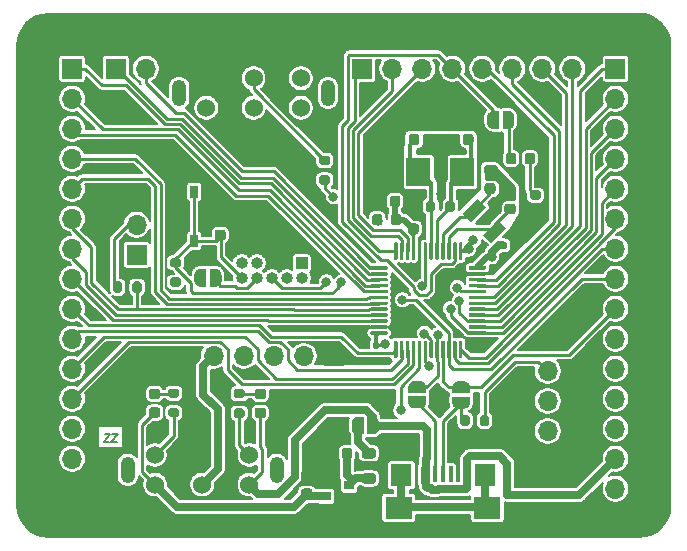
<source format=gbr>
%TF.GenerationSoftware,KiCad,Pcbnew,(5.1.8)-1*%
%TF.CreationDate,2021-06-10T03:31:16+02:00*%
%TF.ProjectId,GD32F190-dev-brd,47443332-4631-4393-902d-6465762d6272,rev?*%
%TF.SameCoordinates,Original*%
%TF.FileFunction,Copper,L1,Top*%
%TF.FilePolarity,Positive*%
%FSLAX46Y46*%
G04 Gerber Fmt 4.6, Leading zero omitted, Abs format (unit mm)*
G04 Created by KiCad (PCBNEW (5.1.8)-1) date 2021-06-10 03:31:16*
%MOMM*%
%LPD*%
G01*
G04 APERTURE LIST*
%TA.AperFunction,NonConductor*%
%ADD10C,0.150000*%
%TD*%
%TA.AperFunction,ComponentPad*%
%ADD11R,1.700000X1.700000*%
%TD*%
%TA.AperFunction,ComponentPad*%
%ADD12O,1.700000X1.700000*%
%TD*%
%TA.AperFunction,SMDPad,CuDef*%
%ADD13C,0.100000*%
%TD*%
%TA.AperFunction,ComponentPad*%
%ADD14C,1.524000*%
%TD*%
%TA.AperFunction,ComponentPad*%
%ADD15O,1.250000X2.250000*%
%TD*%
%TA.AperFunction,SMDPad,CuDef*%
%ADD16R,0.650000X1.050000*%
%TD*%
%TA.AperFunction,SMDPad,CuDef*%
%ADD17R,0.900000X0.800000*%
%TD*%
%TA.AperFunction,SMDPad,CuDef*%
%ADD18R,2.000000X2.400000*%
%TD*%
%TA.AperFunction,ComponentPad*%
%ADD19R,1.000000X1.000000*%
%TD*%
%TA.AperFunction,ComponentPad*%
%ADD20O,1.000000X1.000000*%
%TD*%
%TA.AperFunction,SMDPad,CuDef*%
%ADD21R,1.800000X1.900000*%
%TD*%
%TA.AperFunction,SMDPad,CuDef*%
%ADD22R,2.300000X1.900000*%
%TD*%
%TA.AperFunction,SMDPad,CuDef*%
%ADD23R,0.400000X1.400000*%
%TD*%
%TA.AperFunction,ViaPad*%
%ADD24C,0.800000*%
%TD*%
%TA.AperFunction,Conductor*%
%ADD25C,0.250000*%
%TD*%
%TA.AperFunction,Conductor*%
%ADD26C,0.700000*%
%TD*%
%TA.AperFunction,Conductor*%
%ADD27C,0.330000*%
%TD*%
%TA.AperFunction,Conductor*%
%ADD28C,0.500000*%
%TD*%
%TA.AperFunction,Conductor*%
%ADD29C,0.150000*%
%TD*%
%TA.AperFunction,Conductor*%
%ADD30C,0.100000*%
%TD*%
%TA.AperFunction,Conductor*%
%ADD31C,0.254000*%
%TD*%
G04 APERTURE END LIST*
D10*
X103792812Y-131633333D02*
X103326145Y-131633333D01*
X103880312Y-130933333D01*
X103413645Y-130933333D01*
X103126145Y-131633333D02*
X102659479Y-131633333D01*
X103213645Y-130933333D01*
X102746979Y-130933333D01*
D11*
%TO.P,J9,1*%
%TO.N,VDD*%
X105450000Y-115750000D03*
D12*
%TO.P,J9,2*%
%TO.N,Net-(J9-Pad2)*%
X105450000Y-113210000D03*
%TO.P,J9,3*%
%TO.N,GND*%
X105450000Y-110670000D03*
%TD*%
%TO.P,R7,1*%
%TO.N,USB_D+*%
%TA.AperFunction,SMDPad,CuDef*%
G36*
G01*
X132865000Y-130065000D02*
X132865000Y-129515000D01*
G75*
G02*
X133065000Y-129315000I200000J0D01*
G01*
X133465000Y-129315000D01*
G75*
G02*
X133665000Y-129515000I0J-200000D01*
G01*
X133665000Y-130065000D01*
G75*
G02*
X133465000Y-130265000I-200000J0D01*
G01*
X133065000Y-130265000D01*
G75*
G02*
X132865000Y-130065000I0J200000D01*
G01*
G37*
%TD.AperFunction*%
%TO.P,R7,2*%
%TO.N,VDD*%
%TA.AperFunction,SMDPad,CuDef*%
G36*
G01*
X134515000Y-130065000D02*
X134515000Y-129515000D01*
G75*
G02*
X134715000Y-129315000I200000J0D01*
G01*
X135115000Y-129315000D01*
G75*
G02*
X135315000Y-129515000I0J-200000D01*
G01*
X135315000Y-130065000D01*
G75*
G02*
X135115000Y-130265000I-200000J0D01*
G01*
X134715000Y-130265000D01*
G75*
G02*
X134515000Y-130065000I0J200000D01*
G01*
G37*
%TD.AperFunction*%
%TD*%
%TO.P,C1,2*%
%TO.N,GND*%
%TA.AperFunction,SMDPad,CuDef*%
G36*
G01*
X122160000Y-132330000D02*
X122160000Y-132830000D01*
G75*
G02*
X121935000Y-133055000I-225000J0D01*
G01*
X121485000Y-133055000D01*
G75*
G02*
X121260000Y-132830000I0J225000D01*
G01*
X121260000Y-132330000D01*
G75*
G02*
X121485000Y-132105000I225000J0D01*
G01*
X121935000Y-132105000D01*
G75*
G02*
X122160000Y-132330000I0J-225000D01*
G01*
G37*
%TD.AperFunction*%
%TO.P,C1,1*%
%TO.N,Net-(C1-Pad1)*%
%TA.AperFunction,SMDPad,CuDef*%
G36*
G01*
X123710000Y-132330000D02*
X123710000Y-132830000D01*
G75*
G02*
X123485000Y-133055000I-225000J0D01*
G01*
X123035000Y-133055000D01*
G75*
G02*
X122810000Y-132830000I0J225000D01*
G01*
X122810000Y-132330000D01*
G75*
G02*
X123035000Y-132105000I225000J0D01*
G01*
X123485000Y-132105000D01*
G75*
G02*
X123710000Y-132330000I0J-225000D01*
G01*
G37*
%TD.AperFunction*%
%TD*%
%TO.P,C2,1*%
%TO.N,+3V3*%
%TA.AperFunction,SMDPad,CuDef*%
G36*
G01*
X120120000Y-136435000D02*
X119620000Y-136435000D01*
G75*
G02*
X119395000Y-136210000I0J225000D01*
G01*
X119395000Y-135760000D01*
G75*
G02*
X119620000Y-135535000I225000J0D01*
G01*
X120120000Y-135535000D01*
G75*
G02*
X120345000Y-135760000I0J-225000D01*
G01*
X120345000Y-136210000D01*
G75*
G02*
X120120000Y-136435000I-225000J0D01*
G01*
G37*
%TD.AperFunction*%
%TO.P,C2,2*%
%TO.N,GND*%
%TA.AperFunction,SMDPad,CuDef*%
G36*
G01*
X120120000Y-134885000D02*
X119620000Y-134885000D01*
G75*
G02*
X119395000Y-134660000I0J225000D01*
G01*
X119395000Y-134210000D01*
G75*
G02*
X119620000Y-133985000I225000J0D01*
G01*
X120120000Y-133985000D01*
G75*
G02*
X120345000Y-134210000I0J-225000D01*
G01*
X120345000Y-134660000D01*
G75*
G02*
X120120000Y-134885000I-225000J0D01*
G01*
G37*
%TD.AperFunction*%
%TD*%
%TO.P,C7,2*%
%TO.N,GND*%
%TA.AperFunction,SMDPad,CuDef*%
G36*
G01*
X129125000Y-112450000D02*
X128625000Y-112450000D01*
G75*
G02*
X128400000Y-112225000I0J225000D01*
G01*
X128400000Y-111775000D01*
G75*
G02*
X128625000Y-111550000I225000J0D01*
G01*
X129125000Y-111550000D01*
G75*
G02*
X129350000Y-111775000I0J-225000D01*
G01*
X129350000Y-112225000D01*
G75*
G02*
X129125000Y-112450000I-225000J0D01*
G01*
G37*
%TD.AperFunction*%
%TO.P,C7,1*%
%TO.N,VDDA*%
%TA.AperFunction,SMDPad,CuDef*%
G36*
G01*
X129125000Y-114000000D02*
X128625000Y-114000000D01*
G75*
G02*
X128400000Y-113775000I0J225000D01*
G01*
X128400000Y-113325000D01*
G75*
G02*
X128625000Y-113100000I225000J0D01*
G01*
X129125000Y-113100000D01*
G75*
G02*
X129350000Y-113325000I0J-225000D01*
G01*
X129350000Y-113775000D01*
G75*
G02*
X129125000Y-114000000I-225000J0D01*
G01*
G37*
%TD.AperFunction*%
%TD*%
%TO.P,C8,1*%
%TO.N,VDDA*%
%TA.AperFunction,SMDPad,CuDef*%
G36*
G01*
X127800000Y-110975000D02*
X127800000Y-111475000D01*
G75*
G02*
X127575000Y-111700000I-225000J0D01*
G01*
X127125000Y-111700000D01*
G75*
G02*
X126900000Y-111475000I0J225000D01*
G01*
X126900000Y-110975000D01*
G75*
G02*
X127125000Y-110750000I225000J0D01*
G01*
X127575000Y-110750000D01*
G75*
G02*
X127800000Y-110975000I0J-225000D01*
G01*
G37*
%TD.AperFunction*%
%TO.P,C8,2*%
%TO.N,GND*%
%TA.AperFunction,SMDPad,CuDef*%
G36*
G01*
X126250000Y-110975000D02*
X126250000Y-111475000D01*
G75*
G02*
X126025000Y-111700000I-225000J0D01*
G01*
X125575000Y-111700000D01*
G75*
G02*
X125350000Y-111475000I0J225000D01*
G01*
X125350000Y-110975000D01*
G75*
G02*
X125575000Y-110750000I225000J0D01*
G01*
X126025000Y-110750000D01*
G75*
G02*
X126250000Y-110975000I0J-225000D01*
G01*
G37*
%TD.AperFunction*%
%TD*%
%TO.P,C9,1*%
%TO.N,nRESET*%
%TA.AperFunction,SMDPad,CuDef*%
G36*
G01*
X112790000Y-114530000D02*
X112290000Y-114530000D01*
G75*
G02*
X112065000Y-114305000I0J225000D01*
G01*
X112065000Y-113855000D01*
G75*
G02*
X112290000Y-113630000I225000J0D01*
G01*
X112790000Y-113630000D01*
G75*
G02*
X113015000Y-113855000I0J-225000D01*
G01*
X113015000Y-114305000D01*
G75*
G02*
X112790000Y-114530000I-225000J0D01*
G01*
G37*
%TD.AperFunction*%
%TO.P,C9,2*%
%TO.N,GND*%
%TA.AperFunction,SMDPad,CuDef*%
G36*
G01*
X112790000Y-112980000D02*
X112290000Y-112980000D01*
G75*
G02*
X112065000Y-112755000I0J225000D01*
G01*
X112065000Y-112305000D01*
G75*
G02*
X112290000Y-112080000I225000J0D01*
G01*
X112790000Y-112080000D01*
G75*
G02*
X113015000Y-112305000I0J-225000D01*
G01*
X113015000Y-112755000D01*
G75*
G02*
X112790000Y-112980000I-225000J0D01*
G01*
G37*
%TD.AperFunction*%
%TD*%
%TO.P,C10,2*%
%TO.N,GND1*%
%TA.AperFunction,SMDPad,CuDef*%
G36*
G01*
X132433000Y-105740000D02*
X132433000Y-106240000D01*
G75*
G02*
X132208000Y-106465000I-225000J0D01*
G01*
X131758000Y-106465000D01*
G75*
G02*
X131533000Y-106240000I0J225000D01*
G01*
X131533000Y-105740000D01*
G75*
G02*
X131758000Y-105515000I225000J0D01*
G01*
X132208000Y-105515000D01*
G75*
G02*
X132433000Y-105740000I0J-225000D01*
G01*
G37*
%TD.AperFunction*%
%TO.P,C10,1*%
%TO.N,Net-(C10-Pad1)*%
%TA.AperFunction,SMDPad,CuDef*%
G36*
G01*
X133983000Y-105740000D02*
X133983000Y-106240000D01*
G75*
G02*
X133758000Y-106465000I-225000J0D01*
G01*
X133308000Y-106465000D01*
G75*
G02*
X133083000Y-106240000I0J225000D01*
G01*
X133083000Y-105740000D01*
G75*
G02*
X133308000Y-105515000I225000J0D01*
G01*
X133758000Y-105515000D01*
G75*
G02*
X133983000Y-105740000I0J-225000D01*
G01*
G37*
%TD.AperFunction*%
%TD*%
%TO.P,C11,1*%
%TO.N,Net-(C11-Pad1)*%
%TA.AperFunction,SMDPad,CuDef*%
G36*
G01*
X128485000Y-106240000D02*
X128485000Y-105740000D01*
G75*
G02*
X128710000Y-105515000I225000J0D01*
G01*
X129160000Y-105515000D01*
G75*
G02*
X129385000Y-105740000I0J-225000D01*
G01*
X129385000Y-106240000D01*
G75*
G02*
X129160000Y-106465000I-225000J0D01*
G01*
X128710000Y-106465000D01*
G75*
G02*
X128485000Y-106240000I0J225000D01*
G01*
G37*
%TD.AperFunction*%
%TO.P,C11,2*%
%TO.N,GND1*%
%TA.AperFunction,SMDPad,CuDef*%
G36*
G01*
X130035000Y-106240000D02*
X130035000Y-105740000D01*
G75*
G02*
X130260000Y-105515000I225000J0D01*
G01*
X130710000Y-105515000D01*
G75*
G02*
X130935000Y-105740000I0J-225000D01*
G01*
X130935000Y-106240000D01*
G75*
G02*
X130710000Y-106465000I-225000J0D01*
G01*
X130260000Y-106465000D01*
G75*
G02*
X130035000Y-106240000I0J225000D01*
G01*
G37*
%TD.AperFunction*%
%TD*%
%TO.P,C12,2*%
%TO.N,GND2*%
%TA.AperFunction,SMDPad,CuDef*%
G36*
G01*
X137330000Y-110770000D02*
X136830000Y-110770000D01*
G75*
G02*
X136605000Y-110545000I0J225000D01*
G01*
X136605000Y-110095000D01*
G75*
G02*
X136830000Y-109870000I225000J0D01*
G01*
X137330000Y-109870000D01*
G75*
G02*
X137555000Y-110095000I0J-225000D01*
G01*
X137555000Y-110545000D01*
G75*
G02*
X137330000Y-110770000I-225000J0D01*
G01*
G37*
%TD.AperFunction*%
%TO.P,C12,1*%
%TO.N,Net-(C12-Pad1)*%
%TA.AperFunction,SMDPad,CuDef*%
G36*
G01*
X137330000Y-112320000D02*
X136830000Y-112320000D01*
G75*
G02*
X136605000Y-112095000I0J225000D01*
G01*
X136605000Y-111645000D01*
G75*
G02*
X136830000Y-111420000I225000J0D01*
G01*
X137330000Y-111420000D01*
G75*
G02*
X137555000Y-111645000I0J-225000D01*
G01*
X137555000Y-112095000D01*
G75*
G02*
X137330000Y-112320000I-225000J0D01*
G01*
G37*
%TD.AperFunction*%
%TD*%
%TO.P,C13,1*%
%TO.N,Net-(C13-Pad1)*%
%TA.AperFunction,SMDPad,CuDef*%
G36*
G01*
X135630000Y-110590000D02*
X135130000Y-110590000D01*
G75*
G02*
X134905000Y-110365000I0J225000D01*
G01*
X134905000Y-109915000D01*
G75*
G02*
X135130000Y-109690000I225000J0D01*
G01*
X135630000Y-109690000D01*
G75*
G02*
X135855000Y-109915000I0J-225000D01*
G01*
X135855000Y-110365000D01*
G75*
G02*
X135630000Y-110590000I-225000J0D01*
G01*
G37*
%TD.AperFunction*%
%TO.P,C13,2*%
%TO.N,GND2*%
%TA.AperFunction,SMDPad,CuDef*%
G36*
G01*
X135630000Y-109040000D02*
X135130000Y-109040000D01*
G75*
G02*
X134905000Y-108815000I0J225000D01*
G01*
X134905000Y-108365000D01*
G75*
G02*
X135130000Y-108140000I225000J0D01*
G01*
X135630000Y-108140000D01*
G75*
G02*
X135855000Y-108365000I0J-225000D01*
G01*
X135855000Y-108815000D01*
G75*
G02*
X135630000Y-109040000I-225000J0D01*
G01*
G37*
%TD.AperFunction*%
%TD*%
%TO.P,D1,1*%
%TO.N,Net-(D1-Pad1)*%
%TA.AperFunction,SMDPad,CuDef*%
G36*
G01*
X106720750Y-127091500D02*
X107233250Y-127091500D01*
G75*
G02*
X107452000Y-127310250I0J-218750D01*
G01*
X107452000Y-127747750D01*
G75*
G02*
X107233250Y-127966500I-218750J0D01*
G01*
X106720750Y-127966500D01*
G75*
G02*
X106502000Y-127747750I0J218750D01*
G01*
X106502000Y-127310250D01*
G75*
G02*
X106720750Y-127091500I218750J0D01*
G01*
G37*
%TD.AperFunction*%
%TO.P,D1,2*%
%TO.N,+3V3*%
%TA.AperFunction,SMDPad,CuDef*%
G36*
G01*
X106720750Y-128666500D02*
X107233250Y-128666500D01*
G75*
G02*
X107452000Y-128885250I0J-218750D01*
G01*
X107452000Y-129322750D01*
G75*
G02*
X107233250Y-129541500I-218750J0D01*
G01*
X106720750Y-129541500D01*
G75*
G02*
X106502000Y-129322750I0J218750D01*
G01*
X106502000Y-128885250D01*
G75*
G02*
X106720750Y-128666500I218750J0D01*
G01*
G37*
%TD.AperFunction*%
%TD*%
%TO.P,D2,2*%
%TO.N,+5V*%
%TA.AperFunction,SMDPad,CuDef*%
G36*
G01*
X115683750Y-128692000D02*
X116196250Y-128692000D01*
G75*
G02*
X116415000Y-128910750I0J-218750D01*
G01*
X116415000Y-129348250D01*
G75*
G02*
X116196250Y-129567000I-218750J0D01*
G01*
X115683750Y-129567000D01*
G75*
G02*
X115465000Y-129348250I0J218750D01*
G01*
X115465000Y-128910750D01*
G75*
G02*
X115683750Y-128692000I218750J0D01*
G01*
G37*
%TD.AperFunction*%
%TO.P,D2,1*%
%TO.N,Net-(D2-Pad1)*%
%TA.AperFunction,SMDPad,CuDef*%
G36*
G01*
X115683750Y-127117000D02*
X116196250Y-127117000D01*
G75*
G02*
X116415000Y-127335750I0J-218750D01*
G01*
X116415000Y-127773250D01*
G75*
G02*
X116196250Y-127992000I-218750J0D01*
G01*
X115683750Y-127992000D01*
G75*
G02*
X115465000Y-127773250I0J218750D01*
G01*
X115465000Y-127335750D01*
G75*
G02*
X115683750Y-127117000I218750J0D01*
G01*
G37*
%TD.AperFunction*%
%TD*%
%TO.P,D3,1*%
%TO.N,Net-(D3-Pad1)*%
%TA.AperFunction,SMDPad,CuDef*%
G36*
G01*
X139187500Y-107353750D02*
X139187500Y-107866250D01*
G75*
G02*
X138968750Y-108085000I-218750J0D01*
G01*
X138531250Y-108085000D01*
G75*
G02*
X138312500Y-107866250I0J218750D01*
G01*
X138312500Y-107353750D01*
G75*
G02*
X138531250Y-107135000I218750J0D01*
G01*
X138968750Y-107135000D01*
G75*
G02*
X139187500Y-107353750I0J-218750D01*
G01*
G37*
%TD.AperFunction*%
%TO.P,D3,2*%
%TO.N,LED*%
%TA.AperFunction,SMDPad,CuDef*%
G36*
G01*
X137612500Y-107353750D02*
X137612500Y-107866250D01*
G75*
G02*
X137393750Y-108085000I-218750J0D01*
G01*
X136956250Y-108085000D01*
G75*
G02*
X136737500Y-107866250I0J218750D01*
G01*
X136737500Y-107353750D01*
G75*
G02*
X136956250Y-107135000I218750J0D01*
G01*
X137393750Y-107135000D01*
G75*
G02*
X137612500Y-107353750I0J-218750D01*
G01*
G37*
%TD.AperFunction*%
%TD*%
%TO.P,FB1,1*%
%TO.N,Net-(C1-Pad1)*%
%TA.AperFunction,SMDPad,CuDef*%
G36*
G01*
X125491250Y-135130000D02*
X124728750Y-135130000D01*
G75*
G02*
X124510000Y-134911250I0J218750D01*
G01*
X124510000Y-134473750D01*
G75*
G02*
X124728750Y-134255000I218750J0D01*
G01*
X125491250Y-134255000D01*
G75*
G02*
X125710000Y-134473750I0J-218750D01*
G01*
X125710000Y-134911250D01*
G75*
G02*
X125491250Y-135130000I-218750J0D01*
G01*
G37*
%TD.AperFunction*%
%TO.P,FB1,2*%
%TO.N,Net-(FB1-Pad2)*%
%TA.AperFunction,SMDPad,CuDef*%
G36*
G01*
X125491250Y-133005000D02*
X124728750Y-133005000D01*
G75*
G02*
X124510000Y-132786250I0J218750D01*
G01*
X124510000Y-132348750D01*
G75*
G02*
X124728750Y-132130000I218750J0D01*
G01*
X125491250Y-132130000D01*
G75*
G02*
X125710000Y-132348750I0J-218750D01*
G01*
X125710000Y-132786250D01*
G75*
G02*
X125491250Y-133005000I-218750J0D01*
G01*
G37*
%TD.AperFunction*%
%TD*%
D11*
%TO.P,J4,1*%
%TO.N,GND*%
X140270000Y-123060000D03*
D12*
%TO.P,J4,2*%
%TO.N,VDD*%
X140270000Y-125600000D03*
%TO.P,J4,3*%
%TO.N,PA10*%
X140270000Y-128140000D03*
%TO.P,J4,4*%
%TO.N,PA9*%
X140270000Y-130680000D03*
%TD*%
D11*
%TO.P,J5,1*%
%TO.N,GND*%
X122150000Y-124320000D03*
D12*
%TO.P,J5,2*%
%TO.N,SWCLK*%
X119610000Y-124320000D03*
%TO.P,J5,3*%
%TO.N,SWDIO*%
X117070000Y-124320000D03*
%TO.P,J5,4*%
%TO.N,nRESET*%
X114530000Y-124320000D03*
%TO.P,J5,5*%
%TO.N,VDD*%
X111990000Y-124320000D03*
%TD*%
%TA.AperFunction,SMDPad,CuDef*%
D13*
%TO.P,JP1,1*%
%TO.N,LED*%
G36*
X136450000Y-103580000D02*
G01*
X136950000Y-103580000D01*
X136950000Y-103580602D01*
X136974534Y-103580602D01*
X137023365Y-103585412D01*
X137071490Y-103594984D01*
X137118445Y-103609228D01*
X137163778Y-103628005D01*
X137207051Y-103651136D01*
X137247850Y-103678396D01*
X137285779Y-103709524D01*
X137320476Y-103744221D01*
X137351604Y-103782150D01*
X137378864Y-103822949D01*
X137401995Y-103866222D01*
X137420772Y-103911555D01*
X137435016Y-103958510D01*
X137444588Y-104006635D01*
X137449398Y-104055466D01*
X137449398Y-104080000D01*
X137450000Y-104080000D01*
X137450000Y-104580000D01*
X137449398Y-104580000D01*
X137449398Y-104604534D01*
X137444588Y-104653365D01*
X137435016Y-104701490D01*
X137420772Y-104748445D01*
X137401995Y-104793778D01*
X137378864Y-104837051D01*
X137351604Y-104877850D01*
X137320476Y-104915779D01*
X137285779Y-104950476D01*
X137247850Y-104981604D01*
X137207051Y-105008864D01*
X137163778Y-105031995D01*
X137118445Y-105050772D01*
X137071490Y-105065016D01*
X137023365Y-105074588D01*
X136974534Y-105079398D01*
X136950000Y-105079398D01*
X136950000Y-105080000D01*
X136450000Y-105080000D01*
X136450000Y-103580000D01*
G37*
%TD.AperFunction*%
%TA.AperFunction,SMDPad,CuDef*%
%TO.P,JP1,2*%
%TO.N,PC13*%
G36*
X135650000Y-105079398D02*
G01*
X135625466Y-105079398D01*
X135576635Y-105074588D01*
X135528510Y-105065016D01*
X135481555Y-105050772D01*
X135436222Y-105031995D01*
X135392949Y-105008864D01*
X135352150Y-104981604D01*
X135314221Y-104950476D01*
X135279524Y-104915779D01*
X135248396Y-104877850D01*
X135221136Y-104837051D01*
X135198005Y-104793778D01*
X135179228Y-104748445D01*
X135164984Y-104701490D01*
X135155412Y-104653365D01*
X135150602Y-104604534D01*
X135150602Y-104580000D01*
X135150000Y-104580000D01*
X135150000Y-104080000D01*
X135150602Y-104080000D01*
X135150602Y-104055466D01*
X135155412Y-104006635D01*
X135164984Y-103958510D01*
X135179228Y-103911555D01*
X135198005Y-103866222D01*
X135221136Y-103822949D01*
X135248396Y-103782150D01*
X135279524Y-103744221D01*
X135314221Y-103709524D01*
X135352150Y-103678396D01*
X135392949Y-103651136D01*
X135436222Y-103628005D01*
X135481555Y-103609228D01*
X135528510Y-103594984D01*
X135576635Y-103585412D01*
X135625466Y-103580602D01*
X135650000Y-103580602D01*
X135650000Y-103580000D01*
X136150000Y-103580000D01*
X136150000Y-105080000D01*
X135650000Y-105080000D01*
X135650000Y-105079398D01*
G37*
%TD.AperFunction*%
%TD*%
%TA.AperFunction,SMDPad,CuDef*%
%TO.P,JP2,1*%
%TO.N,TDI*%
G36*
X111650000Y-116950000D02*
G01*
X112150000Y-116950000D01*
X112150000Y-116950602D01*
X112174534Y-116950602D01*
X112223365Y-116955412D01*
X112271490Y-116964984D01*
X112318445Y-116979228D01*
X112363778Y-116998005D01*
X112407051Y-117021136D01*
X112447850Y-117048396D01*
X112485779Y-117079524D01*
X112520476Y-117114221D01*
X112551604Y-117152150D01*
X112578864Y-117192949D01*
X112601995Y-117236222D01*
X112620772Y-117281555D01*
X112635016Y-117328510D01*
X112644588Y-117376635D01*
X112649398Y-117425466D01*
X112649398Y-117450000D01*
X112650000Y-117450000D01*
X112650000Y-117950000D01*
X112649398Y-117950000D01*
X112649398Y-117974534D01*
X112644588Y-118023365D01*
X112635016Y-118071490D01*
X112620772Y-118118445D01*
X112601995Y-118163778D01*
X112578864Y-118207051D01*
X112551604Y-118247850D01*
X112520476Y-118285779D01*
X112485779Y-118320476D01*
X112447850Y-118351604D01*
X112407051Y-118378864D01*
X112363778Y-118401995D01*
X112318445Y-118420772D01*
X112271490Y-118435016D01*
X112223365Y-118444588D01*
X112174534Y-118449398D01*
X112150000Y-118449398D01*
X112150000Y-118450000D01*
X111650000Y-118450000D01*
X111650000Y-116950000D01*
G37*
%TD.AperFunction*%
%TA.AperFunction,SMDPad,CuDef*%
%TO.P,JP2,2*%
%TO.N,PA15*%
G36*
X110850000Y-118449398D02*
G01*
X110825466Y-118449398D01*
X110776635Y-118444588D01*
X110728510Y-118435016D01*
X110681555Y-118420772D01*
X110636222Y-118401995D01*
X110592949Y-118378864D01*
X110552150Y-118351604D01*
X110514221Y-118320476D01*
X110479524Y-118285779D01*
X110448396Y-118247850D01*
X110421136Y-118207051D01*
X110398005Y-118163778D01*
X110379228Y-118118445D01*
X110364984Y-118071490D01*
X110355412Y-118023365D01*
X110350602Y-117974534D01*
X110350602Y-117950000D01*
X110350000Y-117950000D01*
X110350000Y-117450000D01*
X110350602Y-117450000D01*
X110350602Y-117425466D01*
X110355412Y-117376635D01*
X110364984Y-117328510D01*
X110379228Y-117281555D01*
X110398005Y-117236222D01*
X110421136Y-117192949D01*
X110448396Y-117152150D01*
X110479524Y-117114221D01*
X110514221Y-117079524D01*
X110552150Y-117048396D01*
X110592949Y-117021136D01*
X110636222Y-116998005D01*
X110681555Y-116979228D01*
X110728510Y-116964984D01*
X110776635Y-116955412D01*
X110825466Y-116950602D01*
X110850000Y-116950602D01*
X110850000Y-116950000D01*
X111350000Y-116950000D01*
X111350000Y-118450000D01*
X110850000Y-118450000D01*
X110850000Y-118449398D01*
G37*
%TD.AperFunction*%
%TD*%
%TA.AperFunction,SMDPad,CuDef*%
%TO.P,JP3,1*%
%TO.N,+5V*%
G36*
X124970000Y-129460000D02*
G01*
X125470000Y-129460000D01*
X125470000Y-129460602D01*
X125494534Y-129460602D01*
X125543365Y-129465412D01*
X125591490Y-129474984D01*
X125638445Y-129489228D01*
X125683778Y-129508005D01*
X125727051Y-129531136D01*
X125767850Y-129558396D01*
X125805779Y-129589524D01*
X125840476Y-129624221D01*
X125871604Y-129662150D01*
X125898864Y-129702949D01*
X125921995Y-129746222D01*
X125940772Y-129791555D01*
X125955016Y-129838510D01*
X125964588Y-129886635D01*
X125969398Y-129935466D01*
X125969398Y-129960000D01*
X125970000Y-129960000D01*
X125970000Y-130460000D01*
X125969398Y-130460000D01*
X125969398Y-130484534D01*
X125964588Y-130533365D01*
X125955016Y-130581490D01*
X125940772Y-130628445D01*
X125921995Y-130673778D01*
X125898864Y-130717051D01*
X125871604Y-130757850D01*
X125840476Y-130795779D01*
X125805779Y-130830476D01*
X125767850Y-130861604D01*
X125727051Y-130888864D01*
X125683778Y-130911995D01*
X125638445Y-130930772D01*
X125591490Y-130945016D01*
X125543365Y-130954588D01*
X125494534Y-130959398D01*
X125470000Y-130959398D01*
X125470000Y-130960000D01*
X124970000Y-130960000D01*
X124970000Y-129460000D01*
G37*
%TD.AperFunction*%
%TA.AperFunction,SMDPad,CuDef*%
%TO.P,JP3,2*%
%TO.N,Net-(FB1-Pad2)*%
G36*
X124170000Y-130959398D02*
G01*
X124145466Y-130959398D01*
X124096635Y-130954588D01*
X124048510Y-130945016D01*
X124001555Y-130930772D01*
X123956222Y-130911995D01*
X123912949Y-130888864D01*
X123872150Y-130861604D01*
X123834221Y-130830476D01*
X123799524Y-130795779D01*
X123768396Y-130757850D01*
X123741136Y-130717051D01*
X123718005Y-130673778D01*
X123699228Y-130628445D01*
X123684984Y-130581490D01*
X123675412Y-130533365D01*
X123670602Y-130484534D01*
X123670602Y-130460000D01*
X123670000Y-130460000D01*
X123670000Y-129960000D01*
X123670602Y-129960000D01*
X123670602Y-129935466D01*
X123675412Y-129886635D01*
X123684984Y-129838510D01*
X123699228Y-129791555D01*
X123718005Y-129746222D01*
X123741136Y-129702949D01*
X123768396Y-129662150D01*
X123799524Y-129624221D01*
X123834221Y-129589524D01*
X123872150Y-129558396D01*
X123912949Y-129531136D01*
X123956222Y-129508005D01*
X124001555Y-129489228D01*
X124048510Y-129474984D01*
X124096635Y-129465412D01*
X124145466Y-129460602D01*
X124170000Y-129460602D01*
X124170000Y-129460000D01*
X124670000Y-129460000D01*
X124670000Y-130960000D01*
X124170000Y-130960000D01*
X124170000Y-130959398D01*
G37*
%TD.AperFunction*%
%TD*%
%TA.AperFunction,SMDPad,CuDef*%
%TO.P,JP4,2*%
%TO.N,PA12*%
G36*
X132190602Y-126970000D02*
G01*
X132190602Y-126945466D01*
X132195412Y-126896635D01*
X132204984Y-126848510D01*
X132219228Y-126801555D01*
X132238005Y-126756222D01*
X132261136Y-126712949D01*
X132288396Y-126672150D01*
X132319524Y-126634221D01*
X132354221Y-126599524D01*
X132392150Y-126568396D01*
X132432949Y-126541136D01*
X132476222Y-126518005D01*
X132521555Y-126499228D01*
X132568510Y-126484984D01*
X132616635Y-126475412D01*
X132665466Y-126470602D01*
X132690000Y-126470602D01*
X132690000Y-126470000D01*
X133190000Y-126470000D01*
X133190000Y-126470602D01*
X133214534Y-126470602D01*
X133263365Y-126475412D01*
X133311490Y-126484984D01*
X133358445Y-126499228D01*
X133403778Y-126518005D01*
X133447051Y-126541136D01*
X133487850Y-126568396D01*
X133525779Y-126599524D01*
X133560476Y-126634221D01*
X133591604Y-126672150D01*
X133618864Y-126712949D01*
X133641995Y-126756222D01*
X133660772Y-126801555D01*
X133675016Y-126848510D01*
X133684588Y-126896635D01*
X133689398Y-126945466D01*
X133689398Y-126970000D01*
X133690000Y-126970000D01*
X133690000Y-127470000D01*
X132190000Y-127470000D01*
X132190000Y-126970000D01*
X132190602Y-126970000D01*
G37*
%TD.AperFunction*%
%TA.AperFunction,SMDPad,CuDef*%
%TO.P,JP4,1*%
%TO.N,USB_D+*%
G36*
X133690000Y-127770000D02*
G01*
X133690000Y-128270000D01*
X133689398Y-128270000D01*
X133689398Y-128294534D01*
X133684588Y-128343365D01*
X133675016Y-128391490D01*
X133660772Y-128438445D01*
X133641995Y-128483778D01*
X133618864Y-128527051D01*
X133591604Y-128567850D01*
X133560476Y-128605779D01*
X133525779Y-128640476D01*
X133487850Y-128671604D01*
X133447051Y-128698864D01*
X133403778Y-128721995D01*
X133358445Y-128740772D01*
X133311490Y-128755016D01*
X133263365Y-128764588D01*
X133214534Y-128769398D01*
X133190000Y-128769398D01*
X133190000Y-128770000D01*
X132690000Y-128770000D01*
X132690000Y-128769398D01*
X132665466Y-128769398D01*
X132616635Y-128764588D01*
X132568510Y-128755016D01*
X132521555Y-128740772D01*
X132476222Y-128721995D01*
X132432949Y-128698864D01*
X132392150Y-128671604D01*
X132354221Y-128640476D01*
X132319524Y-128605779D01*
X132288396Y-128567850D01*
X132261136Y-128527051D01*
X132238005Y-128483778D01*
X132219228Y-128438445D01*
X132204984Y-128391490D01*
X132195412Y-128343365D01*
X132190602Y-128294534D01*
X132190602Y-128270000D01*
X132190000Y-128270000D01*
X132190000Y-127770000D01*
X133690000Y-127770000D01*
G37*
%TD.AperFunction*%
%TD*%
%TA.AperFunction,SMDPad,CuDef*%
%TO.P,JP5,2*%
%TO.N,PA11*%
G36*
X128470602Y-126950000D02*
G01*
X128470602Y-126925466D01*
X128475412Y-126876635D01*
X128484984Y-126828510D01*
X128499228Y-126781555D01*
X128518005Y-126736222D01*
X128541136Y-126692949D01*
X128568396Y-126652150D01*
X128599524Y-126614221D01*
X128634221Y-126579524D01*
X128672150Y-126548396D01*
X128712949Y-126521136D01*
X128756222Y-126498005D01*
X128801555Y-126479228D01*
X128848510Y-126464984D01*
X128896635Y-126455412D01*
X128945466Y-126450602D01*
X128970000Y-126450602D01*
X128970000Y-126450000D01*
X129470000Y-126450000D01*
X129470000Y-126450602D01*
X129494534Y-126450602D01*
X129543365Y-126455412D01*
X129591490Y-126464984D01*
X129638445Y-126479228D01*
X129683778Y-126498005D01*
X129727051Y-126521136D01*
X129767850Y-126548396D01*
X129805779Y-126579524D01*
X129840476Y-126614221D01*
X129871604Y-126652150D01*
X129898864Y-126692949D01*
X129921995Y-126736222D01*
X129940772Y-126781555D01*
X129955016Y-126828510D01*
X129964588Y-126876635D01*
X129969398Y-126925466D01*
X129969398Y-126950000D01*
X129970000Y-126950000D01*
X129970000Y-127450000D01*
X128470000Y-127450000D01*
X128470000Y-126950000D01*
X128470602Y-126950000D01*
G37*
%TD.AperFunction*%
%TA.AperFunction,SMDPad,CuDef*%
%TO.P,JP5,1*%
%TO.N,USB_D-*%
G36*
X129970000Y-127750000D02*
G01*
X129970000Y-128250000D01*
X129969398Y-128250000D01*
X129969398Y-128274534D01*
X129964588Y-128323365D01*
X129955016Y-128371490D01*
X129940772Y-128418445D01*
X129921995Y-128463778D01*
X129898864Y-128507051D01*
X129871604Y-128547850D01*
X129840476Y-128585779D01*
X129805779Y-128620476D01*
X129767850Y-128651604D01*
X129727051Y-128678864D01*
X129683778Y-128701995D01*
X129638445Y-128720772D01*
X129591490Y-128735016D01*
X129543365Y-128744588D01*
X129494534Y-128749398D01*
X129470000Y-128749398D01*
X129470000Y-128750000D01*
X128970000Y-128750000D01*
X128970000Y-128749398D01*
X128945466Y-128749398D01*
X128896635Y-128744588D01*
X128848510Y-128735016D01*
X128801555Y-128720772D01*
X128756222Y-128701995D01*
X128712949Y-128678864D01*
X128672150Y-128651604D01*
X128634221Y-128620476D01*
X128599524Y-128585779D01*
X128568396Y-128547850D01*
X128541136Y-128507051D01*
X128518005Y-128463778D01*
X128499228Y-128418445D01*
X128484984Y-128371490D01*
X128475412Y-128323365D01*
X128470602Y-128274534D01*
X128470602Y-128250000D01*
X128470000Y-128250000D01*
X128470000Y-127750000D01*
X129970000Y-127750000D01*
G37*
%TD.AperFunction*%
%TD*%
%TO.P,L1,1*%
%TO.N,VDD*%
%TA.AperFunction,SMDPad,CuDef*%
G36*
G01*
X125400000Y-113031250D02*
X125400000Y-112518750D01*
G75*
G02*
X125618750Y-112300000I218750J0D01*
G01*
X126056250Y-112300000D01*
G75*
G02*
X126275000Y-112518750I0J-218750D01*
G01*
X126275000Y-113031250D01*
G75*
G02*
X126056250Y-113250000I-218750J0D01*
G01*
X125618750Y-113250000D01*
G75*
G02*
X125400000Y-113031250I0J218750D01*
G01*
G37*
%TD.AperFunction*%
%TO.P,L1,2*%
%TO.N,VDDA*%
%TA.AperFunction,SMDPad,CuDef*%
G36*
G01*
X126975000Y-113031250D02*
X126975000Y-112518750D01*
G75*
G02*
X127193750Y-112300000I218750J0D01*
G01*
X127631250Y-112300000D01*
G75*
G02*
X127850000Y-112518750I0J-218750D01*
G01*
X127850000Y-113031250D01*
G75*
G02*
X127631250Y-113250000I-218750J0D01*
G01*
X127193750Y-113250000D01*
G75*
G02*
X126975000Y-113031250I0J218750D01*
G01*
G37*
%TD.AperFunction*%
%TD*%
%TO.P,R1,1*%
%TO.N,Net-(D1-Pad1)*%
%TA.AperFunction,SMDPad,CuDef*%
G36*
G01*
X108325000Y-127075000D02*
X108875000Y-127075000D01*
G75*
G02*
X109075000Y-127275000I0J-200000D01*
G01*
X109075000Y-127675000D01*
G75*
G02*
X108875000Y-127875000I-200000J0D01*
G01*
X108325000Y-127875000D01*
G75*
G02*
X108125000Y-127675000I0J200000D01*
G01*
X108125000Y-127275000D01*
G75*
G02*
X108325000Y-127075000I200000J0D01*
G01*
G37*
%TD.AperFunction*%
%TO.P,R1,2*%
%TO.N,Net-(R1-Pad2)*%
%TA.AperFunction,SMDPad,CuDef*%
G36*
G01*
X108325000Y-128725000D02*
X108875000Y-128725000D01*
G75*
G02*
X109075000Y-128925000I0J-200000D01*
G01*
X109075000Y-129325000D01*
G75*
G02*
X108875000Y-129525000I-200000J0D01*
G01*
X108325000Y-129525000D01*
G75*
G02*
X108125000Y-129325000I0J200000D01*
G01*
X108125000Y-128925000D01*
G75*
G02*
X108325000Y-128725000I200000J0D01*
G01*
G37*
%TD.AperFunction*%
%TD*%
%TO.P,R2,2*%
%TO.N,Net-(R2-Pad2)*%
%TA.AperFunction,SMDPad,CuDef*%
G36*
G01*
X113865000Y-128767000D02*
X114415000Y-128767000D01*
G75*
G02*
X114615000Y-128967000I0J-200000D01*
G01*
X114615000Y-129367000D01*
G75*
G02*
X114415000Y-129567000I-200000J0D01*
G01*
X113865000Y-129567000D01*
G75*
G02*
X113665000Y-129367000I0J200000D01*
G01*
X113665000Y-128967000D01*
G75*
G02*
X113865000Y-128767000I200000J0D01*
G01*
G37*
%TD.AperFunction*%
%TO.P,R2,1*%
%TO.N,Net-(D2-Pad1)*%
%TA.AperFunction,SMDPad,CuDef*%
G36*
G01*
X113865000Y-127117000D02*
X114415000Y-127117000D01*
G75*
G02*
X114615000Y-127317000I0J-200000D01*
G01*
X114615000Y-127717000D01*
G75*
G02*
X114415000Y-127917000I-200000J0D01*
G01*
X113865000Y-127917000D01*
G75*
G02*
X113665000Y-127717000I0J200000D01*
G01*
X113665000Y-127317000D01*
G75*
G02*
X113865000Y-127117000I200000J0D01*
G01*
G37*
%TD.AperFunction*%
%TD*%
%TO.P,R3,2*%
%TO.N,Net-(D3-Pad1)*%
%TA.AperFunction,SMDPad,CuDef*%
G36*
G01*
X139495000Y-111110000D02*
X138945000Y-111110000D01*
G75*
G02*
X138745000Y-110910000I0J200000D01*
G01*
X138745000Y-110510000D01*
G75*
G02*
X138945000Y-110310000I200000J0D01*
G01*
X139495000Y-110310000D01*
G75*
G02*
X139695000Y-110510000I0J-200000D01*
G01*
X139695000Y-110910000D01*
G75*
G02*
X139495000Y-111110000I-200000J0D01*
G01*
G37*
%TD.AperFunction*%
%TO.P,R3,1*%
%TO.N,GND*%
%TA.AperFunction,SMDPad,CuDef*%
G36*
G01*
X139495000Y-112760000D02*
X138945000Y-112760000D01*
G75*
G02*
X138745000Y-112560000I0J200000D01*
G01*
X138745000Y-112160000D01*
G75*
G02*
X138945000Y-111960000I200000J0D01*
G01*
X139495000Y-111960000D01*
G75*
G02*
X139695000Y-112160000I0J-200000D01*
G01*
X139695000Y-112560000D01*
G75*
G02*
X139495000Y-112760000I-200000J0D01*
G01*
G37*
%TD.AperFunction*%
%TD*%
%TO.P,R4,2*%
%TO.N,nRESET*%
%TA.AperFunction,SMDPad,CuDef*%
G36*
G01*
X109025000Y-116825000D02*
X108475000Y-116825000D01*
G75*
G02*
X108275000Y-116625000I0J200000D01*
G01*
X108275000Y-116225000D01*
G75*
G02*
X108475000Y-116025000I200000J0D01*
G01*
X109025000Y-116025000D01*
G75*
G02*
X109225000Y-116225000I0J-200000D01*
G01*
X109225000Y-116625000D01*
G75*
G02*
X109025000Y-116825000I-200000J0D01*
G01*
G37*
%TD.AperFunction*%
%TO.P,R4,1*%
%TO.N,VDD*%
%TA.AperFunction,SMDPad,CuDef*%
G36*
G01*
X109025000Y-118475000D02*
X108475000Y-118475000D01*
G75*
G02*
X108275000Y-118275000I0J200000D01*
G01*
X108275000Y-117875000D01*
G75*
G02*
X108475000Y-117675000I200000J0D01*
G01*
X109025000Y-117675000D01*
G75*
G02*
X109225000Y-117875000I0J-200000D01*
G01*
X109225000Y-118275000D01*
G75*
G02*
X109025000Y-118475000I-200000J0D01*
G01*
G37*
%TD.AperFunction*%
%TD*%
%TO.P,R5,1*%
%TO.N,Net-(C11-Pad1)*%
%TA.AperFunction,SMDPad,CuDef*%
G36*
G01*
X129935000Y-111945000D02*
X129935000Y-111395000D01*
G75*
G02*
X130135000Y-111195000I200000J0D01*
G01*
X130535000Y-111195000D01*
G75*
G02*
X130735000Y-111395000I0J-200000D01*
G01*
X130735000Y-111945000D01*
G75*
G02*
X130535000Y-112145000I-200000J0D01*
G01*
X130135000Y-112145000D01*
G75*
G02*
X129935000Y-111945000I0J200000D01*
G01*
G37*
%TD.AperFunction*%
%TO.P,R5,2*%
%TO.N,Net-(C10-Pad1)*%
%TA.AperFunction,SMDPad,CuDef*%
G36*
G01*
X131585000Y-111945000D02*
X131585000Y-111395000D01*
G75*
G02*
X131785000Y-111195000I200000J0D01*
G01*
X132185000Y-111195000D01*
G75*
G02*
X132385000Y-111395000I0J-200000D01*
G01*
X132385000Y-111945000D01*
G75*
G02*
X132185000Y-112145000I-200000J0D01*
G01*
X131785000Y-112145000D01*
G75*
G02*
X131585000Y-111945000I0J200000D01*
G01*
G37*
%TD.AperFunction*%
%TD*%
%TO.P,R6,1*%
%TO.N,Net-(R6-Pad1)*%
%TA.AperFunction,SMDPad,CuDef*%
G36*
G01*
X121665000Y-109830000D02*
X121115000Y-109830000D01*
G75*
G02*
X120915000Y-109630000I0J200000D01*
G01*
X120915000Y-109230000D01*
G75*
G02*
X121115000Y-109030000I200000J0D01*
G01*
X121665000Y-109030000D01*
G75*
G02*
X121865000Y-109230000I0J-200000D01*
G01*
X121865000Y-109630000D01*
G75*
G02*
X121665000Y-109830000I-200000J0D01*
G01*
G37*
%TD.AperFunction*%
%TO.P,R6,2*%
%TO.N,Net-(R6-Pad2)*%
%TA.AperFunction,SMDPad,CuDef*%
G36*
G01*
X121665000Y-108180000D02*
X121115000Y-108180000D01*
G75*
G02*
X120915000Y-107980000I0J200000D01*
G01*
X120915000Y-107580000D01*
G75*
G02*
X121115000Y-107380000I200000J0D01*
G01*
X121665000Y-107380000D01*
G75*
G02*
X121865000Y-107580000I0J-200000D01*
G01*
X121865000Y-107980000D01*
G75*
G02*
X121665000Y-108180000I-200000J0D01*
G01*
G37*
%TD.AperFunction*%
%TD*%
D14*
%TO.P,SW1,1*%
%TO.N,+5V*%
X115010000Y-135210000D03*
%TO.P,SW1,2*%
%TO.N,VDD*%
X111010000Y-135210000D03*
%TO.P,SW1,3*%
%TO.N,+3V3*%
X107010000Y-135210000D03*
%TO.P,SW1,4*%
%TO.N,Net-(R2-Pad2)*%
X115010000Y-132710000D03*
%TO.P,SW1,5*%
%TO.N,GND*%
X111010000Y-132710000D03*
%TO.P,SW1,6*%
%TO.N,Net-(R1-Pad2)*%
X107010000Y-132710000D03*
D15*
%TO.P,SW1,*%
%TO.N,*%
X104710000Y-133960000D03*
X117310000Y-133960000D03*
%TD*%
D16*
%TO.P,SW2,1*%
%TO.N,nRESET*%
X110325000Y-110425000D03*
X110325000Y-114575000D03*
%TO.P,SW2,2*%
%TO.N,GND*%
X108175000Y-110425000D03*
X108175000Y-114575000D03*
%TD*%
D15*
%TO.P,SW3,*%
%TO.N,*%
X109060000Y-102060000D03*
X121660000Y-102060000D03*
D14*
%TO.P,SW3,6*%
%TO.N,N/C*%
X119360000Y-103310000D03*
%TO.P,SW3,5*%
X115360000Y-103310000D03*
%TO.P,SW3,4*%
X111360000Y-103310000D03*
%TO.P,SW3,3*%
%TO.N,VDD*%
X119360000Y-100810000D03*
%TO.P,SW3,2*%
%TO.N,Net-(R6-Pad2)*%
X115360000Y-100810000D03*
%TO.P,SW3,1*%
%TO.N,GND*%
X111360000Y-100810000D03*
%TD*%
D17*
%TO.P,U1,1*%
%TO.N,GND*%
X121460000Y-134300000D03*
%TO.P,U1,2*%
%TO.N,+3V3*%
X121460000Y-136200000D03*
%TO.P,U1,3*%
%TO.N,Net-(C1-Pad1)*%
X123460000Y-135250000D03*
%TD*%
%TO.P,U2,1*%
%TO.N,VDD*%
%TA.AperFunction,SMDPad,CuDef*%
G36*
G01*
X132825000Y-114710000D02*
X132975000Y-114710000D01*
G75*
G02*
X133050000Y-114785000I0J-75000D01*
G01*
X133050000Y-116110000D01*
G75*
G02*
X132975000Y-116185000I-75000J0D01*
G01*
X132825000Y-116185000D01*
G75*
G02*
X132750000Y-116110000I0J75000D01*
G01*
X132750000Y-114785000D01*
G75*
G02*
X132825000Y-114710000I75000J0D01*
G01*
G37*
%TD.AperFunction*%
%TO.P,U2,2*%
%TO.N,PC13*%
%TA.AperFunction,SMDPad,CuDef*%
G36*
G01*
X132325000Y-114710000D02*
X132475000Y-114710000D01*
G75*
G02*
X132550000Y-114785000I0J-75000D01*
G01*
X132550000Y-116110000D01*
G75*
G02*
X132475000Y-116185000I-75000J0D01*
G01*
X132325000Y-116185000D01*
G75*
G02*
X132250000Y-116110000I0J75000D01*
G01*
X132250000Y-114785000D01*
G75*
G02*
X132325000Y-114710000I75000J0D01*
G01*
G37*
%TD.AperFunction*%
%TO.P,U2,3*%
%TO.N,Net-(C12-Pad1)*%
%TA.AperFunction,SMDPad,CuDef*%
G36*
G01*
X131825000Y-114710000D02*
X131975000Y-114710000D01*
G75*
G02*
X132050000Y-114785000I0J-75000D01*
G01*
X132050000Y-116110000D01*
G75*
G02*
X131975000Y-116185000I-75000J0D01*
G01*
X131825000Y-116185000D01*
G75*
G02*
X131750000Y-116110000I0J75000D01*
G01*
X131750000Y-114785000D01*
G75*
G02*
X131825000Y-114710000I75000J0D01*
G01*
G37*
%TD.AperFunction*%
%TO.P,U2,4*%
%TO.N,Net-(C13-Pad1)*%
%TA.AperFunction,SMDPad,CuDef*%
G36*
G01*
X131325000Y-114710000D02*
X131475000Y-114710000D01*
G75*
G02*
X131550000Y-114785000I0J-75000D01*
G01*
X131550000Y-116110000D01*
G75*
G02*
X131475000Y-116185000I-75000J0D01*
G01*
X131325000Y-116185000D01*
G75*
G02*
X131250000Y-116110000I0J75000D01*
G01*
X131250000Y-114785000D01*
G75*
G02*
X131325000Y-114710000I75000J0D01*
G01*
G37*
%TD.AperFunction*%
%TO.P,U2,5*%
%TO.N,Net-(C10-Pad1)*%
%TA.AperFunction,SMDPad,CuDef*%
G36*
G01*
X130825000Y-114710000D02*
X130975000Y-114710000D01*
G75*
G02*
X131050000Y-114785000I0J-75000D01*
G01*
X131050000Y-116110000D01*
G75*
G02*
X130975000Y-116185000I-75000J0D01*
G01*
X130825000Y-116185000D01*
G75*
G02*
X130750000Y-116110000I0J75000D01*
G01*
X130750000Y-114785000D01*
G75*
G02*
X130825000Y-114710000I75000J0D01*
G01*
G37*
%TD.AperFunction*%
%TO.P,U2,6*%
%TO.N,Net-(C11-Pad1)*%
%TA.AperFunction,SMDPad,CuDef*%
G36*
G01*
X130325000Y-114710000D02*
X130475000Y-114710000D01*
G75*
G02*
X130550000Y-114785000I0J-75000D01*
G01*
X130550000Y-116110000D01*
G75*
G02*
X130475000Y-116185000I-75000J0D01*
G01*
X130325000Y-116185000D01*
G75*
G02*
X130250000Y-116110000I0J75000D01*
G01*
X130250000Y-114785000D01*
G75*
G02*
X130325000Y-114710000I75000J0D01*
G01*
G37*
%TD.AperFunction*%
%TO.P,U2,7*%
%TO.N,nRESET*%
%TA.AperFunction,SMDPad,CuDef*%
G36*
G01*
X129825000Y-114710000D02*
X129975000Y-114710000D01*
G75*
G02*
X130050000Y-114785000I0J-75000D01*
G01*
X130050000Y-116110000D01*
G75*
G02*
X129975000Y-116185000I-75000J0D01*
G01*
X129825000Y-116185000D01*
G75*
G02*
X129750000Y-116110000I0J75000D01*
G01*
X129750000Y-114785000D01*
G75*
G02*
X129825000Y-114710000I75000J0D01*
G01*
G37*
%TD.AperFunction*%
%TO.P,U2,8*%
%TO.N,GND*%
%TA.AperFunction,SMDPad,CuDef*%
G36*
G01*
X129325000Y-114710000D02*
X129475000Y-114710000D01*
G75*
G02*
X129550000Y-114785000I0J-75000D01*
G01*
X129550000Y-116110000D01*
G75*
G02*
X129475000Y-116185000I-75000J0D01*
G01*
X129325000Y-116185000D01*
G75*
G02*
X129250000Y-116110000I0J75000D01*
G01*
X129250000Y-114785000D01*
G75*
G02*
X129325000Y-114710000I75000J0D01*
G01*
G37*
%TD.AperFunction*%
%TO.P,U2,9*%
%TO.N,VDDA*%
%TA.AperFunction,SMDPad,CuDef*%
G36*
G01*
X128825000Y-114710000D02*
X128975000Y-114710000D01*
G75*
G02*
X129050000Y-114785000I0J-75000D01*
G01*
X129050000Y-116110000D01*
G75*
G02*
X128975000Y-116185000I-75000J0D01*
G01*
X128825000Y-116185000D01*
G75*
G02*
X128750000Y-116110000I0J75000D01*
G01*
X128750000Y-114785000D01*
G75*
G02*
X128825000Y-114710000I75000J0D01*
G01*
G37*
%TD.AperFunction*%
%TO.P,U2,10*%
%TO.N,PA0*%
%TA.AperFunction,SMDPad,CuDef*%
G36*
G01*
X128325000Y-114710000D02*
X128475000Y-114710000D01*
G75*
G02*
X128550000Y-114785000I0J-75000D01*
G01*
X128550000Y-116110000D01*
G75*
G02*
X128475000Y-116185000I-75000J0D01*
G01*
X128325000Y-116185000D01*
G75*
G02*
X128250000Y-116110000I0J75000D01*
G01*
X128250000Y-114785000D01*
G75*
G02*
X128325000Y-114710000I75000J0D01*
G01*
G37*
%TD.AperFunction*%
%TO.P,U2,11*%
%TO.N,PA1*%
%TA.AperFunction,SMDPad,CuDef*%
G36*
G01*
X127825000Y-114710000D02*
X127975000Y-114710000D01*
G75*
G02*
X128050000Y-114785000I0J-75000D01*
G01*
X128050000Y-116110000D01*
G75*
G02*
X127975000Y-116185000I-75000J0D01*
G01*
X127825000Y-116185000D01*
G75*
G02*
X127750000Y-116110000I0J75000D01*
G01*
X127750000Y-114785000D01*
G75*
G02*
X127825000Y-114710000I75000J0D01*
G01*
G37*
%TD.AperFunction*%
%TO.P,U2,12*%
%TO.N,PA2*%
%TA.AperFunction,SMDPad,CuDef*%
G36*
G01*
X127325000Y-114710000D02*
X127475000Y-114710000D01*
G75*
G02*
X127550000Y-114785000I0J-75000D01*
G01*
X127550000Y-116110000D01*
G75*
G02*
X127475000Y-116185000I-75000J0D01*
G01*
X127325000Y-116185000D01*
G75*
G02*
X127250000Y-116110000I0J75000D01*
G01*
X127250000Y-114785000D01*
G75*
G02*
X127325000Y-114710000I75000J0D01*
G01*
G37*
%TD.AperFunction*%
%TO.P,U2,13*%
%TO.N,PA3*%
%TA.AperFunction,SMDPad,CuDef*%
G36*
G01*
X125325000Y-116710000D02*
X126650000Y-116710000D01*
G75*
G02*
X126725000Y-116785000I0J-75000D01*
G01*
X126725000Y-116935000D01*
G75*
G02*
X126650000Y-117010000I-75000J0D01*
G01*
X125325000Y-117010000D01*
G75*
G02*
X125250000Y-116935000I0J75000D01*
G01*
X125250000Y-116785000D01*
G75*
G02*
X125325000Y-116710000I75000J0D01*
G01*
G37*
%TD.AperFunction*%
%TO.P,U2,14*%
%TO.N,PA4*%
%TA.AperFunction,SMDPad,CuDef*%
G36*
G01*
X125325000Y-117210000D02*
X126650000Y-117210000D01*
G75*
G02*
X126725000Y-117285000I0J-75000D01*
G01*
X126725000Y-117435000D01*
G75*
G02*
X126650000Y-117510000I-75000J0D01*
G01*
X125325000Y-117510000D01*
G75*
G02*
X125250000Y-117435000I0J75000D01*
G01*
X125250000Y-117285000D01*
G75*
G02*
X125325000Y-117210000I75000J0D01*
G01*
G37*
%TD.AperFunction*%
%TO.P,U2,15*%
%TO.N,PA5*%
%TA.AperFunction,SMDPad,CuDef*%
G36*
G01*
X125325000Y-117710000D02*
X126650000Y-117710000D01*
G75*
G02*
X126725000Y-117785000I0J-75000D01*
G01*
X126725000Y-117935000D01*
G75*
G02*
X126650000Y-118010000I-75000J0D01*
G01*
X125325000Y-118010000D01*
G75*
G02*
X125250000Y-117935000I0J75000D01*
G01*
X125250000Y-117785000D01*
G75*
G02*
X125325000Y-117710000I75000J0D01*
G01*
G37*
%TD.AperFunction*%
%TO.P,U2,16*%
%TO.N,PA6*%
%TA.AperFunction,SMDPad,CuDef*%
G36*
G01*
X125325000Y-118210000D02*
X126650000Y-118210000D01*
G75*
G02*
X126725000Y-118285000I0J-75000D01*
G01*
X126725000Y-118435000D01*
G75*
G02*
X126650000Y-118510000I-75000J0D01*
G01*
X125325000Y-118510000D01*
G75*
G02*
X125250000Y-118435000I0J75000D01*
G01*
X125250000Y-118285000D01*
G75*
G02*
X125325000Y-118210000I75000J0D01*
G01*
G37*
%TD.AperFunction*%
%TO.P,U2,17*%
%TO.N,PA7*%
%TA.AperFunction,SMDPad,CuDef*%
G36*
G01*
X125325000Y-118710000D02*
X126650000Y-118710000D01*
G75*
G02*
X126725000Y-118785000I0J-75000D01*
G01*
X126725000Y-118935000D01*
G75*
G02*
X126650000Y-119010000I-75000J0D01*
G01*
X125325000Y-119010000D01*
G75*
G02*
X125250000Y-118935000I0J75000D01*
G01*
X125250000Y-118785000D01*
G75*
G02*
X125325000Y-118710000I75000J0D01*
G01*
G37*
%TD.AperFunction*%
%TO.P,U2,18*%
%TO.N,PB0*%
%TA.AperFunction,SMDPad,CuDef*%
G36*
G01*
X125325000Y-119210000D02*
X126650000Y-119210000D01*
G75*
G02*
X126725000Y-119285000I0J-75000D01*
G01*
X126725000Y-119435000D01*
G75*
G02*
X126650000Y-119510000I-75000J0D01*
G01*
X125325000Y-119510000D01*
G75*
G02*
X125250000Y-119435000I0J75000D01*
G01*
X125250000Y-119285000D01*
G75*
G02*
X125325000Y-119210000I75000J0D01*
G01*
G37*
%TD.AperFunction*%
%TO.P,U2,19*%
%TO.N,PB1*%
%TA.AperFunction,SMDPad,CuDef*%
G36*
G01*
X125325000Y-119710000D02*
X126650000Y-119710000D01*
G75*
G02*
X126725000Y-119785000I0J-75000D01*
G01*
X126725000Y-119935000D01*
G75*
G02*
X126650000Y-120010000I-75000J0D01*
G01*
X125325000Y-120010000D01*
G75*
G02*
X125250000Y-119935000I0J75000D01*
G01*
X125250000Y-119785000D01*
G75*
G02*
X125325000Y-119710000I75000J0D01*
G01*
G37*
%TD.AperFunction*%
%TO.P,U2,20*%
%TO.N,PB2*%
%TA.AperFunction,SMDPad,CuDef*%
G36*
G01*
X125325000Y-120210000D02*
X126650000Y-120210000D01*
G75*
G02*
X126725000Y-120285000I0J-75000D01*
G01*
X126725000Y-120435000D01*
G75*
G02*
X126650000Y-120510000I-75000J0D01*
G01*
X125325000Y-120510000D01*
G75*
G02*
X125250000Y-120435000I0J75000D01*
G01*
X125250000Y-120285000D01*
G75*
G02*
X125325000Y-120210000I75000J0D01*
G01*
G37*
%TD.AperFunction*%
%TO.P,U2,21*%
%TO.N,PB10*%
%TA.AperFunction,SMDPad,CuDef*%
G36*
G01*
X125325000Y-120710000D02*
X126650000Y-120710000D01*
G75*
G02*
X126725000Y-120785000I0J-75000D01*
G01*
X126725000Y-120935000D01*
G75*
G02*
X126650000Y-121010000I-75000J0D01*
G01*
X125325000Y-121010000D01*
G75*
G02*
X125250000Y-120935000I0J75000D01*
G01*
X125250000Y-120785000D01*
G75*
G02*
X125325000Y-120710000I75000J0D01*
G01*
G37*
%TD.AperFunction*%
%TO.P,U2,22*%
%TO.N,PB11*%
%TA.AperFunction,SMDPad,CuDef*%
G36*
G01*
X125325000Y-121210000D02*
X126650000Y-121210000D01*
G75*
G02*
X126725000Y-121285000I0J-75000D01*
G01*
X126725000Y-121435000D01*
G75*
G02*
X126650000Y-121510000I-75000J0D01*
G01*
X125325000Y-121510000D01*
G75*
G02*
X125250000Y-121435000I0J75000D01*
G01*
X125250000Y-121285000D01*
G75*
G02*
X125325000Y-121210000I75000J0D01*
G01*
G37*
%TD.AperFunction*%
%TO.P,U2,23*%
%TO.N,GND*%
%TA.AperFunction,SMDPad,CuDef*%
G36*
G01*
X125325000Y-121710000D02*
X126650000Y-121710000D01*
G75*
G02*
X126725000Y-121785000I0J-75000D01*
G01*
X126725000Y-121935000D01*
G75*
G02*
X126650000Y-122010000I-75000J0D01*
G01*
X125325000Y-122010000D01*
G75*
G02*
X125250000Y-121935000I0J75000D01*
G01*
X125250000Y-121785000D01*
G75*
G02*
X125325000Y-121710000I75000J0D01*
G01*
G37*
%TD.AperFunction*%
%TO.P,U2,24*%
%TO.N,VDD*%
%TA.AperFunction,SMDPad,CuDef*%
G36*
G01*
X125325000Y-122210000D02*
X126650000Y-122210000D01*
G75*
G02*
X126725000Y-122285000I0J-75000D01*
G01*
X126725000Y-122435000D01*
G75*
G02*
X126650000Y-122510000I-75000J0D01*
G01*
X125325000Y-122510000D01*
G75*
G02*
X125250000Y-122435000I0J75000D01*
G01*
X125250000Y-122285000D01*
G75*
G02*
X125325000Y-122210000I75000J0D01*
G01*
G37*
%TD.AperFunction*%
%TO.P,U2,25*%
%TO.N,PB12*%
%TA.AperFunction,SMDPad,CuDef*%
G36*
G01*
X127325000Y-123035000D02*
X127475000Y-123035000D01*
G75*
G02*
X127550000Y-123110000I0J-75000D01*
G01*
X127550000Y-124435000D01*
G75*
G02*
X127475000Y-124510000I-75000J0D01*
G01*
X127325000Y-124510000D01*
G75*
G02*
X127250000Y-124435000I0J75000D01*
G01*
X127250000Y-123110000D01*
G75*
G02*
X127325000Y-123035000I75000J0D01*
G01*
G37*
%TD.AperFunction*%
%TO.P,U2,26*%
%TO.N,PB13*%
%TA.AperFunction,SMDPad,CuDef*%
G36*
G01*
X127825000Y-123035000D02*
X127975000Y-123035000D01*
G75*
G02*
X128050000Y-123110000I0J-75000D01*
G01*
X128050000Y-124435000D01*
G75*
G02*
X127975000Y-124510000I-75000J0D01*
G01*
X127825000Y-124510000D01*
G75*
G02*
X127750000Y-124435000I0J75000D01*
G01*
X127750000Y-123110000D01*
G75*
G02*
X127825000Y-123035000I75000J0D01*
G01*
G37*
%TD.AperFunction*%
%TO.P,U2,27*%
%TO.N,PB14*%
%TA.AperFunction,SMDPad,CuDef*%
G36*
G01*
X128325000Y-123035000D02*
X128475000Y-123035000D01*
G75*
G02*
X128550000Y-123110000I0J-75000D01*
G01*
X128550000Y-124435000D01*
G75*
G02*
X128475000Y-124510000I-75000J0D01*
G01*
X128325000Y-124510000D01*
G75*
G02*
X128250000Y-124435000I0J75000D01*
G01*
X128250000Y-123110000D01*
G75*
G02*
X128325000Y-123035000I75000J0D01*
G01*
G37*
%TD.AperFunction*%
%TO.P,U2,28*%
%TO.N,PB15*%
%TA.AperFunction,SMDPad,CuDef*%
G36*
G01*
X128825000Y-123035000D02*
X128975000Y-123035000D01*
G75*
G02*
X129050000Y-123110000I0J-75000D01*
G01*
X129050000Y-124435000D01*
G75*
G02*
X128975000Y-124510000I-75000J0D01*
G01*
X128825000Y-124510000D01*
G75*
G02*
X128750000Y-124435000I0J75000D01*
G01*
X128750000Y-123110000D01*
G75*
G02*
X128825000Y-123035000I75000J0D01*
G01*
G37*
%TD.AperFunction*%
%TO.P,U2,29*%
%TO.N,PA8*%
%TA.AperFunction,SMDPad,CuDef*%
G36*
G01*
X129325000Y-123035000D02*
X129475000Y-123035000D01*
G75*
G02*
X129550000Y-123110000I0J-75000D01*
G01*
X129550000Y-124435000D01*
G75*
G02*
X129475000Y-124510000I-75000J0D01*
G01*
X129325000Y-124510000D01*
G75*
G02*
X129250000Y-124435000I0J75000D01*
G01*
X129250000Y-123110000D01*
G75*
G02*
X129325000Y-123035000I75000J0D01*
G01*
G37*
%TD.AperFunction*%
%TO.P,U2,30*%
%TO.N,PA9*%
%TA.AperFunction,SMDPad,CuDef*%
G36*
G01*
X129825000Y-123035000D02*
X129975000Y-123035000D01*
G75*
G02*
X130050000Y-123110000I0J-75000D01*
G01*
X130050000Y-124435000D01*
G75*
G02*
X129975000Y-124510000I-75000J0D01*
G01*
X129825000Y-124510000D01*
G75*
G02*
X129750000Y-124435000I0J75000D01*
G01*
X129750000Y-123110000D01*
G75*
G02*
X129825000Y-123035000I75000J0D01*
G01*
G37*
%TD.AperFunction*%
%TO.P,U2,31*%
%TO.N,PA10*%
%TA.AperFunction,SMDPad,CuDef*%
G36*
G01*
X130325000Y-123035000D02*
X130475000Y-123035000D01*
G75*
G02*
X130550000Y-123110000I0J-75000D01*
G01*
X130550000Y-124435000D01*
G75*
G02*
X130475000Y-124510000I-75000J0D01*
G01*
X130325000Y-124510000D01*
G75*
G02*
X130250000Y-124435000I0J75000D01*
G01*
X130250000Y-123110000D01*
G75*
G02*
X130325000Y-123035000I75000J0D01*
G01*
G37*
%TD.AperFunction*%
%TO.P,U2,32*%
%TO.N,PA11*%
%TA.AperFunction,SMDPad,CuDef*%
G36*
G01*
X130825000Y-123035000D02*
X130975000Y-123035000D01*
G75*
G02*
X131050000Y-123110000I0J-75000D01*
G01*
X131050000Y-124435000D01*
G75*
G02*
X130975000Y-124510000I-75000J0D01*
G01*
X130825000Y-124510000D01*
G75*
G02*
X130750000Y-124435000I0J75000D01*
G01*
X130750000Y-123110000D01*
G75*
G02*
X130825000Y-123035000I75000J0D01*
G01*
G37*
%TD.AperFunction*%
%TO.P,U2,33*%
%TO.N,PA12*%
%TA.AperFunction,SMDPad,CuDef*%
G36*
G01*
X131325000Y-123035000D02*
X131475000Y-123035000D01*
G75*
G02*
X131550000Y-123110000I0J-75000D01*
G01*
X131550000Y-124435000D01*
G75*
G02*
X131475000Y-124510000I-75000J0D01*
G01*
X131325000Y-124510000D01*
G75*
G02*
X131250000Y-124435000I0J75000D01*
G01*
X131250000Y-123110000D01*
G75*
G02*
X131325000Y-123035000I75000J0D01*
G01*
G37*
%TD.AperFunction*%
%TO.P,U2,34*%
%TO.N,SWDIO*%
%TA.AperFunction,SMDPad,CuDef*%
G36*
G01*
X131825000Y-123035000D02*
X131975000Y-123035000D01*
G75*
G02*
X132050000Y-123110000I0J-75000D01*
G01*
X132050000Y-124435000D01*
G75*
G02*
X131975000Y-124510000I-75000J0D01*
G01*
X131825000Y-124510000D01*
G75*
G02*
X131750000Y-124435000I0J75000D01*
G01*
X131750000Y-123110000D01*
G75*
G02*
X131825000Y-123035000I75000J0D01*
G01*
G37*
%TD.AperFunction*%
%TO.P,U2,35*%
%TO.N,PF6*%
%TA.AperFunction,SMDPad,CuDef*%
G36*
G01*
X132325000Y-123035000D02*
X132475000Y-123035000D01*
G75*
G02*
X132550000Y-123110000I0J-75000D01*
G01*
X132550000Y-124435000D01*
G75*
G02*
X132475000Y-124510000I-75000J0D01*
G01*
X132325000Y-124510000D01*
G75*
G02*
X132250000Y-124435000I0J75000D01*
G01*
X132250000Y-123110000D01*
G75*
G02*
X132325000Y-123035000I75000J0D01*
G01*
G37*
%TD.AperFunction*%
%TO.P,U2,36*%
%TO.N,PF7*%
%TA.AperFunction,SMDPad,CuDef*%
G36*
G01*
X132825000Y-123035000D02*
X132975000Y-123035000D01*
G75*
G02*
X133050000Y-123110000I0J-75000D01*
G01*
X133050000Y-124435000D01*
G75*
G02*
X132975000Y-124510000I-75000J0D01*
G01*
X132825000Y-124510000D01*
G75*
G02*
X132750000Y-124435000I0J75000D01*
G01*
X132750000Y-123110000D01*
G75*
G02*
X132825000Y-123035000I75000J0D01*
G01*
G37*
%TD.AperFunction*%
%TO.P,U2,37*%
%TO.N,SWCLK*%
%TA.AperFunction,SMDPad,CuDef*%
G36*
G01*
X133650000Y-122210000D02*
X134975000Y-122210000D01*
G75*
G02*
X135050000Y-122285000I0J-75000D01*
G01*
X135050000Y-122435000D01*
G75*
G02*
X134975000Y-122510000I-75000J0D01*
G01*
X133650000Y-122510000D01*
G75*
G02*
X133575000Y-122435000I0J75000D01*
G01*
X133575000Y-122285000D01*
G75*
G02*
X133650000Y-122210000I75000J0D01*
G01*
G37*
%TD.AperFunction*%
%TO.P,U2,38*%
%TO.N,PA15*%
%TA.AperFunction,SMDPad,CuDef*%
G36*
G01*
X133650000Y-121710000D02*
X134975000Y-121710000D01*
G75*
G02*
X135050000Y-121785000I0J-75000D01*
G01*
X135050000Y-121935000D01*
G75*
G02*
X134975000Y-122010000I-75000J0D01*
G01*
X133650000Y-122010000D01*
G75*
G02*
X133575000Y-121935000I0J75000D01*
G01*
X133575000Y-121785000D01*
G75*
G02*
X133650000Y-121710000I75000J0D01*
G01*
G37*
%TD.AperFunction*%
%TO.P,U2,39*%
%TO.N,SWO*%
%TA.AperFunction,SMDPad,CuDef*%
G36*
G01*
X133650000Y-121210000D02*
X134975000Y-121210000D01*
G75*
G02*
X135050000Y-121285000I0J-75000D01*
G01*
X135050000Y-121435000D01*
G75*
G02*
X134975000Y-121510000I-75000J0D01*
G01*
X133650000Y-121510000D01*
G75*
G02*
X133575000Y-121435000I0J75000D01*
G01*
X133575000Y-121285000D01*
G75*
G02*
X133650000Y-121210000I75000J0D01*
G01*
G37*
%TD.AperFunction*%
%TO.P,U2,40*%
%TO.N,PB4*%
%TA.AperFunction,SMDPad,CuDef*%
G36*
G01*
X133650000Y-120710000D02*
X134975000Y-120710000D01*
G75*
G02*
X135050000Y-120785000I0J-75000D01*
G01*
X135050000Y-120935000D01*
G75*
G02*
X134975000Y-121010000I-75000J0D01*
G01*
X133650000Y-121010000D01*
G75*
G02*
X133575000Y-120935000I0J75000D01*
G01*
X133575000Y-120785000D01*
G75*
G02*
X133650000Y-120710000I75000J0D01*
G01*
G37*
%TD.AperFunction*%
%TO.P,U2,41*%
%TO.N,PB5*%
%TA.AperFunction,SMDPad,CuDef*%
G36*
G01*
X133650000Y-120210000D02*
X134975000Y-120210000D01*
G75*
G02*
X135050000Y-120285000I0J-75000D01*
G01*
X135050000Y-120435000D01*
G75*
G02*
X134975000Y-120510000I-75000J0D01*
G01*
X133650000Y-120510000D01*
G75*
G02*
X133575000Y-120435000I0J75000D01*
G01*
X133575000Y-120285000D01*
G75*
G02*
X133650000Y-120210000I75000J0D01*
G01*
G37*
%TD.AperFunction*%
%TO.P,U2,42*%
%TO.N,PB6*%
%TA.AperFunction,SMDPad,CuDef*%
G36*
G01*
X133650000Y-119710000D02*
X134975000Y-119710000D01*
G75*
G02*
X135050000Y-119785000I0J-75000D01*
G01*
X135050000Y-119935000D01*
G75*
G02*
X134975000Y-120010000I-75000J0D01*
G01*
X133650000Y-120010000D01*
G75*
G02*
X133575000Y-119935000I0J75000D01*
G01*
X133575000Y-119785000D01*
G75*
G02*
X133650000Y-119710000I75000J0D01*
G01*
G37*
%TD.AperFunction*%
%TO.P,U2,43*%
%TO.N,PB7*%
%TA.AperFunction,SMDPad,CuDef*%
G36*
G01*
X133650000Y-119210000D02*
X134975000Y-119210000D01*
G75*
G02*
X135050000Y-119285000I0J-75000D01*
G01*
X135050000Y-119435000D01*
G75*
G02*
X134975000Y-119510000I-75000J0D01*
G01*
X133650000Y-119510000D01*
G75*
G02*
X133575000Y-119435000I0J75000D01*
G01*
X133575000Y-119285000D01*
G75*
G02*
X133650000Y-119210000I75000J0D01*
G01*
G37*
%TD.AperFunction*%
%TO.P,U2,44*%
%TO.N,Net-(R6-Pad1)*%
%TA.AperFunction,SMDPad,CuDef*%
G36*
G01*
X133650000Y-118710000D02*
X134975000Y-118710000D01*
G75*
G02*
X135050000Y-118785000I0J-75000D01*
G01*
X135050000Y-118935000D01*
G75*
G02*
X134975000Y-119010000I-75000J0D01*
G01*
X133650000Y-119010000D01*
G75*
G02*
X133575000Y-118935000I0J75000D01*
G01*
X133575000Y-118785000D01*
G75*
G02*
X133650000Y-118710000I75000J0D01*
G01*
G37*
%TD.AperFunction*%
%TO.P,U2,45*%
%TO.N,PB8*%
%TA.AperFunction,SMDPad,CuDef*%
G36*
G01*
X133650000Y-118210000D02*
X134975000Y-118210000D01*
G75*
G02*
X135050000Y-118285000I0J-75000D01*
G01*
X135050000Y-118435000D01*
G75*
G02*
X134975000Y-118510000I-75000J0D01*
G01*
X133650000Y-118510000D01*
G75*
G02*
X133575000Y-118435000I0J75000D01*
G01*
X133575000Y-118285000D01*
G75*
G02*
X133650000Y-118210000I75000J0D01*
G01*
G37*
%TD.AperFunction*%
%TO.P,U2,46*%
%TO.N,PB9*%
%TA.AperFunction,SMDPad,CuDef*%
G36*
G01*
X133650000Y-117710000D02*
X134975000Y-117710000D01*
G75*
G02*
X135050000Y-117785000I0J-75000D01*
G01*
X135050000Y-117935000D01*
G75*
G02*
X134975000Y-118010000I-75000J0D01*
G01*
X133650000Y-118010000D01*
G75*
G02*
X133575000Y-117935000I0J75000D01*
G01*
X133575000Y-117785000D01*
G75*
G02*
X133650000Y-117710000I75000J0D01*
G01*
G37*
%TD.AperFunction*%
%TO.P,U2,47*%
%TO.N,GND*%
%TA.AperFunction,SMDPad,CuDef*%
G36*
G01*
X133650000Y-117210000D02*
X134975000Y-117210000D01*
G75*
G02*
X135050000Y-117285000I0J-75000D01*
G01*
X135050000Y-117435000D01*
G75*
G02*
X134975000Y-117510000I-75000J0D01*
G01*
X133650000Y-117510000D01*
G75*
G02*
X133575000Y-117435000I0J75000D01*
G01*
X133575000Y-117285000D01*
G75*
G02*
X133650000Y-117210000I75000J0D01*
G01*
G37*
%TD.AperFunction*%
%TO.P,U2,48*%
%TO.N,VDD*%
%TA.AperFunction,SMDPad,CuDef*%
G36*
G01*
X133650000Y-116710000D02*
X134975000Y-116710000D01*
G75*
G02*
X135050000Y-116785000I0J-75000D01*
G01*
X135050000Y-116935000D01*
G75*
G02*
X134975000Y-117010000I-75000J0D01*
G01*
X133650000Y-117010000D01*
G75*
G02*
X133575000Y-116935000I0J75000D01*
G01*
X133575000Y-116785000D01*
G75*
G02*
X133650000Y-116710000I75000J0D01*
G01*
G37*
%TD.AperFunction*%
%TD*%
D18*
%TO.P,Y1,1*%
%TO.N,Net-(C10-Pad1)*%
X133020000Y-108730000D03*
%TO.P,Y1,2*%
%TO.N,Net-(C11-Pad1)*%
X129320000Y-108730000D03*
%TD*%
%TA.AperFunction,SMDPad,CuDef*%
D13*
%TO.P,Y2,1*%
%TO.N,Net-(C12-Pad1)*%
G36*
X134793934Y-114046726D02*
G01*
X136066726Y-112773934D01*
X136773832Y-113481040D01*
X135501040Y-114753832D01*
X134793934Y-114046726D01*
G37*
%TD.AperFunction*%
%TA.AperFunction,SMDPad,CuDef*%
%TO.P,Y2,2*%
%TO.N,Net-(C13-Pad1)*%
G36*
X133026168Y-112278960D02*
G01*
X134298960Y-111006168D01*
X135006066Y-111713274D01*
X133733274Y-112986066D01*
X133026168Y-112278960D01*
G37*
%TD.AperFunction*%
%TD*%
D11*
%TO.P,J7,1*%
%TO.N,PA2*%
X124570000Y-100000000D03*
D12*
%TO.P,J7,2*%
%TO.N,PA1*%
X127110000Y-100000000D03*
%TO.P,J7,3*%
%TO.N,PA0*%
X129650000Y-100000000D03*
%TO.P,J7,4*%
%TO.N,PC13*%
X132190000Y-100000000D03*
%TO.P,J7,5*%
%TO.N,PB9*%
X134730000Y-100000000D03*
%TO.P,J7,6*%
%TO.N,PB8*%
X137270000Y-100000000D03*
%TO.P,J7,7*%
%TO.N,PB7*%
X139810000Y-100000000D03*
%TO.P,J7,8*%
%TO.N,PB6*%
X142350000Y-100000000D03*
%TD*%
D11*
%TO.P,J2,1*%
%TO.N,PA5*%
X100000000Y-100000000D03*
D12*
%TO.P,J2,2*%
%TO.N,PA6*%
X100000000Y-102540000D03*
%TO.P,J2,3*%
%TO.N,PA7*%
X100000000Y-105080000D03*
%TO.P,J2,4*%
%TO.N,PB0*%
X100000000Y-107620000D03*
%TO.P,J2,5*%
%TO.N,PB1*%
X100000000Y-110160000D03*
%TO.P,J2,6*%
%TO.N,PB2*%
X100000000Y-112700000D03*
%TO.P,J2,7*%
%TO.N,PB10*%
X100000000Y-115240000D03*
%TO.P,J2,8*%
%TO.N,PB11*%
X100000000Y-117780000D03*
%TO.P,J2,9*%
%TO.N,PB12*%
X100000000Y-120320000D03*
%TO.P,J2,10*%
%TO.N,PB13*%
X100000000Y-122860000D03*
%TO.P,J2,11*%
%TO.N,PB14*%
X100000000Y-125400000D03*
%TO.P,J2,12*%
%TO.N,PB15*%
X100000000Y-127940000D03*
%TO.P,J2,13*%
%TO.N,nRESET*%
X100000000Y-130480000D03*
%TO.P,J2,14*%
%TO.N,VDD*%
X100000000Y-133020000D03*
%TO.P,J2,15*%
%TO.N,GND*%
X100000000Y-135560000D03*
%TD*%
%TO.P,J3,15*%
%TO.N,+3V3*%
X146000000Y-135560000D03*
%TO.P,J3,14*%
%TO.N,+5V*%
X146000000Y-133020000D03*
%TO.P,J3,13*%
%TO.N,PA8*%
X146000000Y-130480000D03*
%TO.P,J3,12*%
%TO.N,PA9*%
X146000000Y-127940000D03*
%TO.P,J3,11*%
%TO.N,PA10*%
X146000000Y-125400000D03*
%TO.P,J3,10*%
%TO.N,PA11*%
X146000000Y-122860000D03*
%TO.P,J3,9*%
%TO.N,PA12*%
X146000000Y-120320000D03*
%TO.P,J3,8*%
%TO.N,SWDIO*%
X146000000Y-117780000D03*
%TO.P,J3,7*%
%TO.N,PF6*%
X146000000Y-115240000D03*
%TO.P,J3,6*%
%TO.N,PF7*%
X146000000Y-112700000D03*
%TO.P,J3,5*%
%TO.N,SWCLK*%
X146000000Y-110160000D03*
%TO.P,J3,4*%
%TO.N,PA15*%
X146000000Y-107620000D03*
%TO.P,J3,3*%
%TO.N,SWO*%
X146000000Y-105080000D03*
%TO.P,J3,2*%
%TO.N,PB4*%
X146000000Y-102540000D03*
D11*
%TO.P,J3,1*%
%TO.N,PB5*%
X146000000Y-100000000D03*
%TD*%
%TO.P,J8,1*%
%TO.N,PA4*%
X103690000Y-100000000D03*
D12*
%TO.P,J8,2*%
%TO.N,PA3*%
X106230000Y-100000000D03*
%TD*%
D19*
%TO.P,J6,1*%
%TO.N,VDD*%
X119450000Y-116460000D03*
D20*
%TO.P,J6,2*%
%TO.N,SWDIO*%
X119450000Y-117730000D03*
%TO.P,J6,3*%
%TO.N,GND*%
X118180000Y-116460000D03*
%TO.P,J6,4*%
%TO.N,SWCLK*%
X118180000Y-117730000D03*
%TO.P,J6,5*%
%TO.N,GND*%
X116910000Y-116460000D03*
%TO.P,J6,6*%
%TO.N,SWO*%
X116910000Y-117730000D03*
%TO.P,J6,7*%
%TO.N,Net-(J6-Pad7)*%
X115640000Y-116460000D03*
%TO.P,J6,8*%
%TO.N,TDI*%
X115640000Y-117730000D03*
%TO.P,J6,9*%
%TO.N,Net-(J6-Pad9)*%
X114370000Y-116460000D03*
%TO.P,J6,10*%
%TO.N,nRESET*%
X114370000Y-117730000D03*
%TD*%
%TO.P,C3,1*%
%TO.N,VDD*%
%TA.AperFunction,SMDPad,CuDef*%
G36*
G01*
X136280000Y-115130000D02*
X136280000Y-114790000D01*
G75*
G02*
X136420000Y-114650000I140000J0D01*
G01*
X136700000Y-114650000D01*
G75*
G02*
X136840000Y-114790000I0J-140000D01*
G01*
X136840000Y-115130000D01*
G75*
G02*
X136700000Y-115270000I-140000J0D01*
G01*
X136420000Y-115270000D01*
G75*
G02*
X136280000Y-115130000I0J140000D01*
G01*
G37*
%TD.AperFunction*%
%TO.P,C3,2*%
%TO.N,GND*%
%TA.AperFunction,SMDPad,CuDef*%
G36*
G01*
X137240000Y-115130000D02*
X137240000Y-114790000D01*
G75*
G02*
X137380000Y-114650000I140000J0D01*
G01*
X137660000Y-114650000D01*
G75*
G02*
X137800000Y-114790000I0J-140000D01*
G01*
X137800000Y-115130000D01*
G75*
G02*
X137660000Y-115270000I-140000J0D01*
G01*
X137380000Y-115270000D01*
G75*
G02*
X137240000Y-115130000I0J140000D01*
G01*
G37*
%TD.AperFunction*%
%TD*%
%TO.P,C4,2*%
%TO.N,GND*%
%TA.AperFunction,SMDPad,CuDef*%
G36*
G01*
X136190000Y-116100000D02*
X136190000Y-115760000D01*
G75*
G02*
X136330000Y-115620000I140000J0D01*
G01*
X136610000Y-115620000D01*
G75*
G02*
X136750000Y-115760000I0J-140000D01*
G01*
X136750000Y-116100000D01*
G75*
G02*
X136610000Y-116240000I-140000J0D01*
G01*
X136330000Y-116240000D01*
G75*
G02*
X136190000Y-116100000I0J140000D01*
G01*
G37*
%TD.AperFunction*%
%TO.P,C4,1*%
%TO.N,VDD*%
%TA.AperFunction,SMDPad,CuDef*%
G36*
G01*
X135230000Y-116100000D02*
X135230000Y-115760000D01*
G75*
G02*
X135370000Y-115620000I140000J0D01*
G01*
X135650000Y-115620000D01*
G75*
G02*
X135790000Y-115760000I0J-140000D01*
G01*
X135790000Y-116100000D01*
G75*
G02*
X135650000Y-116240000I-140000J0D01*
G01*
X135370000Y-116240000D01*
G75*
G02*
X135230000Y-116100000I0J140000D01*
G01*
G37*
%TD.AperFunction*%
%TD*%
%TO.P,C5,1*%
%TO.N,VDD*%
%TA.AperFunction,SMDPad,CuDef*%
G36*
G01*
X133662391Y-114462807D02*
X133902807Y-114222391D01*
G75*
G02*
X134100797Y-114222391I98995J-98995D01*
G01*
X134298787Y-114420381D01*
G75*
G02*
X134298787Y-114618371I-98995J-98995D01*
G01*
X134058371Y-114858787D01*
G75*
G02*
X133860381Y-114858787I-98995J98995D01*
G01*
X133662391Y-114660797D01*
G75*
G02*
X133662391Y-114462807I98995J98995D01*
G01*
G37*
%TD.AperFunction*%
%TO.P,C5,2*%
%TO.N,GND*%
%TA.AperFunction,SMDPad,CuDef*%
G36*
G01*
X134341213Y-115141629D02*
X134581629Y-114901213D01*
G75*
G02*
X134779619Y-114901213I98995J-98995D01*
G01*
X134977609Y-115099203D01*
G75*
G02*
X134977609Y-115297193I-98995J-98995D01*
G01*
X134737193Y-115537609D01*
G75*
G02*
X134539203Y-115537609I-98995J98995D01*
G01*
X134341213Y-115339619D01*
G75*
G02*
X134341213Y-115141629I98995J98995D01*
G01*
G37*
%TD.AperFunction*%
%TD*%
%TO.P,C6,2*%
%TO.N,GND*%
%TA.AperFunction,SMDPad,CuDef*%
G36*
G01*
X125050000Y-123260000D02*
X125050000Y-123600000D01*
G75*
G02*
X124910000Y-123740000I-140000J0D01*
G01*
X124630000Y-123740000D01*
G75*
G02*
X124490000Y-123600000I0J140000D01*
G01*
X124490000Y-123260000D01*
G75*
G02*
X124630000Y-123120000I140000J0D01*
G01*
X124910000Y-123120000D01*
G75*
G02*
X125050000Y-123260000I0J-140000D01*
G01*
G37*
%TD.AperFunction*%
%TO.P,C6,1*%
%TO.N,VDD*%
%TA.AperFunction,SMDPad,CuDef*%
G36*
G01*
X126010000Y-123260000D02*
X126010000Y-123600000D01*
G75*
G02*
X125870000Y-123740000I-140000J0D01*
G01*
X125590000Y-123740000D01*
G75*
G02*
X125450000Y-123600000I0J140000D01*
G01*
X125450000Y-123260000D01*
G75*
G02*
X125590000Y-123120000I140000J0D01*
G01*
X125870000Y-123120000D01*
G75*
G02*
X126010000Y-123260000I0J-140000D01*
G01*
G37*
%TD.AperFunction*%
%TD*%
%TO.P,R8,1*%
%TO.N,PB2*%
%TA.AperFunction,SMDPad,CuDef*%
G36*
G01*
X105895000Y-118215000D02*
X105895000Y-118765000D01*
G75*
G02*
X105695000Y-118965000I-200000J0D01*
G01*
X105295000Y-118965000D01*
G75*
G02*
X105095000Y-118765000I0J200000D01*
G01*
X105095000Y-118215000D01*
G75*
G02*
X105295000Y-118015000I200000J0D01*
G01*
X105695000Y-118015000D01*
G75*
G02*
X105895000Y-118215000I0J-200000D01*
G01*
G37*
%TD.AperFunction*%
%TO.P,R8,2*%
%TO.N,Net-(J9-Pad2)*%
%TA.AperFunction,SMDPad,CuDef*%
G36*
G01*
X104245000Y-118215000D02*
X104245000Y-118765000D01*
G75*
G02*
X104045000Y-118965000I-200000J0D01*
G01*
X103645000Y-118965000D01*
G75*
G02*
X103445000Y-118765000I0J200000D01*
G01*
X103445000Y-118215000D01*
G75*
G02*
X103645000Y-118015000I200000J0D01*
G01*
X104045000Y-118015000D01*
G75*
G02*
X104245000Y-118215000I0J-200000D01*
G01*
G37*
%TD.AperFunction*%
%TD*%
D21*
%TO.P,J1,6*%
%TO.N,Net-(J1-Pad6)*%
X134935520Y-134373940D03*
X127884480Y-134406960D03*
D22*
X135160000Y-137170000D03*
X127660000Y-137170000D03*
D23*
%TO.P,J1,5*%
%TO.N,GND*%
X132710000Y-134320000D03*
%TO.P,J1,4*%
%TO.N,Net-(J1-Pad4)*%
X132060000Y-134320000D03*
%TO.P,J1,3*%
%TO.N,USB_D+*%
X131410000Y-134320000D03*
%TO.P,J1,2*%
%TO.N,USB_D-*%
X130760000Y-134320000D03*
%TO.P,J1,1*%
%TO.N,+5V*%
X130110000Y-134320000D03*
%TD*%
D24*
%TO.N,GND*%
X128930000Y-112150000D03*
X125550000Y-111090000D03*
X139290000Y-112310000D03*
X123670000Y-122240000D03*
X124430000Y-122850000D03*
X113850000Y-112770000D03*
X138420000Y-134280000D03*
X138560000Y-138110000D03*
X142500000Y-138110000D03*
X137000000Y-129500000D03*
X135500000Y-131500000D03*
X149000000Y-138500000D03*
X149500000Y-97000000D03*
X97500000Y-97000000D03*
X96500000Y-138000000D03*
X108250000Y-110750000D03*
X108458000Y-114000000D03*
X117160000Y-113990000D03*
X119230000Y-108420000D03*
X125790000Y-109230000D03*
X103590000Y-103220000D03*
X103310000Y-106520000D03*
X106426000Y-119380000D03*
X121920000Y-112268000D03*
X131030000Y-128600000D03*
X131390000Y-118440000D03*
X130950000Y-120010000D03*
X134270000Y-123390000D03*
X137930000Y-125950000D03*
X115290000Y-125790000D03*
X125080000Y-102150000D03*
X111470000Y-115900000D03*
X128948313Y-117080409D03*
X132877142Y-117460010D03*
X120870000Y-116880000D03*
%TO.N,VDD*%
X135510000Y-115930000D03*
X125930000Y-112860000D03*
X108750000Y-118075000D03*
X126492000Y-123340010D03*
X133980589Y-114540589D03*
X133560000Y-115280000D03*
%TO.N,nRESET*%
X129653889Y-118436108D03*
X122780000Y-118090000D03*
%TO.N,SWO*%
X121520000Y-118060000D03*
X132789344Y-119636669D03*
%TO.N,PA15*%
X110850004Y-118000004D03*
%TO.N,SWCLK*%
X132050000Y-120310000D03*
%TO.N,SWDIO*%
X127970000Y-119570031D03*
%TO.N,PA11*%
X130970444Y-122530667D03*
%TO.N,PA10*%
X129831115Y-122418637D03*
%TO.N,PA9*%
X130190000Y-125150000D03*
%TO.N,PA8*%
X127830000Y-128900000D03*
%TO.N,Net-(R6-Pad1)*%
X122110000Y-110820000D03*
X132609945Y-118540055D03*
%TO.N,GND1*%
X130530000Y-106010000D03*
X131970000Y-106000000D03*
X131180000Y-108920000D03*
X131230000Y-107140000D03*
X131240000Y-110630000D03*
%TO.N,GND2*%
X137080000Y-110320000D03*
X135380000Y-108590000D03*
X135790000Y-111430000D03*
X135170000Y-112590000D03*
%TD*%
D25*
%TO.N,GND*%
X128875000Y-112095000D02*
X128930000Y-112150000D01*
X128875000Y-112000000D02*
X128875000Y-112095000D01*
X125685000Y-111225000D02*
X125550000Y-111090000D01*
X125800000Y-111225000D02*
X125685000Y-111225000D01*
X139240000Y-112360000D02*
X139290000Y-112310000D01*
X139220000Y-112360000D02*
X139240000Y-112360000D01*
X124785000Y-121860000D02*
X124560000Y-122085000D01*
X125987500Y-121860000D02*
X124785000Y-121860000D01*
X124710000Y-123430000D02*
X124260000Y-122980000D01*
X124770000Y-123430000D02*
X124710000Y-123430000D01*
X113721000Y-112641000D02*
X113850000Y-112770000D01*
X112596000Y-112641000D02*
X113721000Y-112641000D01*
X108175000Y-110675000D02*
X108250000Y-110750000D01*
X108175000Y-110425000D02*
X108175000Y-110675000D01*
X108175000Y-114075000D02*
X108250000Y-114000000D01*
X108175000Y-114575000D02*
X108175000Y-114075000D01*
X134312500Y-117360000D02*
X132977152Y-117360000D01*
X129400000Y-116628722D02*
X128948313Y-117080409D01*
X129400000Y-115447500D02*
X129400000Y-116628722D01*
X132977152Y-117360000D02*
X132877142Y-117460010D01*
D26*
%TO.N,Net-(C1-Pad1)*%
X125110000Y-134692500D02*
X124017500Y-134692500D01*
X123260000Y-134430000D02*
X123770000Y-134940000D01*
X123260000Y-132580000D02*
X123260000Y-134430000D01*
X123770000Y-134940000D02*
X123460000Y-135250000D01*
X124017500Y-134692500D02*
X123770000Y-134940000D01*
%TO.N,+3V3*%
X120085000Y-136200000D02*
X119870000Y-135985000D01*
X121460000Y-136200000D02*
X120085000Y-136200000D01*
X108890000Y-137090000D02*
X107010000Y-135210000D01*
X118765000Y-137090000D02*
X108890000Y-137090000D01*
X119870000Y-135985000D02*
X118765000Y-137090000D01*
D25*
X105922999Y-134122999D02*
X107010000Y-135210000D01*
X105922999Y-130158001D02*
X105922999Y-134122999D01*
X106977000Y-129104000D02*
X105922999Y-130158001D01*
%TO.N,VDD*%
X133980000Y-114520000D02*
X133980000Y-114452145D01*
X133980000Y-114452145D02*
X133972845Y-114444990D01*
D26*
X111100000Y-125210000D02*
X111990000Y-124320000D01*
X111100000Y-127600000D02*
X111100000Y-125210000D01*
X112322001Y-128822001D02*
X111100000Y-127600000D01*
X112322001Y-133897999D02*
X112322001Y-128822001D01*
X111010000Y-135210000D02*
X112322001Y-133897999D01*
D27*
X125730000Y-122632510D02*
X125987500Y-122375010D01*
X125730000Y-123430000D02*
X125730000Y-122632510D01*
D28*
X135510000Y-115930000D02*
X135390000Y-115930000D01*
D26*
X135510000Y-115530000D02*
X135510000Y-115930000D01*
X136130000Y-114910000D02*
X135510000Y-115530000D01*
X136410000Y-114910000D02*
X136130000Y-114910000D01*
D25*
X125845000Y-112775000D02*
X125930000Y-112860000D01*
X125837500Y-112775000D02*
X125845000Y-112775000D01*
X125730000Y-123430000D02*
X126402010Y-123430000D01*
X126402010Y-123430000D02*
X126492000Y-123340010D01*
D28*
X135142490Y-115930000D02*
X134312500Y-116759990D01*
X135510000Y-115930000D02*
X135142490Y-115930000D01*
X136080000Y-114960000D02*
X135510000Y-115530000D01*
X136560000Y-114960000D02*
X136080000Y-114960000D01*
X135510000Y-115562490D02*
X135142490Y-115930000D01*
X135510000Y-115530000D02*
X135510000Y-115562490D01*
D27*
X133073678Y-115447500D02*
X132915010Y-115447500D01*
D25*
X133021911Y-115325589D02*
X132900000Y-115447500D01*
X133195589Y-115325589D02*
X133021911Y-115325589D01*
D27*
X133980589Y-114540589D02*
X133195589Y-115325589D01*
X133195589Y-115325589D02*
X133073678Y-115447500D01*
D25*
X133980589Y-114540589D02*
X133073678Y-115447500D01*
X133444500Y-115447500D02*
X133541999Y-115350001D01*
X132900000Y-115447500D02*
X133444500Y-115447500D01*
X134915000Y-127345000D02*
X134915000Y-129790000D01*
X137460000Y-124800000D02*
X134915000Y-127345000D01*
X139470000Y-124800000D02*
X137460000Y-124800000D01*
X140270000Y-125600000D02*
X139470000Y-124800000D01*
D28*
%TO.N,VDDA*%
X128100000Y-112775000D02*
X128875000Y-113550000D01*
X127412500Y-112775000D02*
X128100000Y-112775000D01*
X128875000Y-113550000D02*
X128875000Y-114000000D01*
D25*
X128900000Y-114025000D02*
X128875000Y-114000000D01*
X128900000Y-115447500D02*
X128900000Y-114025000D01*
D28*
X127350000Y-112712500D02*
X127412500Y-112775000D01*
X127350000Y-111225000D02*
X127350000Y-112712500D01*
D25*
%TO.N,nRESET*%
X112596000Y-115956000D02*
X114370000Y-117730000D01*
X112596000Y-114191000D02*
X112596000Y-115956000D01*
X108750000Y-116425000D02*
X108750000Y-116150000D01*
X108750000Y-116150000D02*
X110325000Y-114575000D01*
X112212000Y-114575000D02*
X112596000Y-114191000D01*
X110325000Y-114575000D02*
X112212000Y-114575000D01*
X110325000Y-110425000D02*
X110325000Y-114575000D01*
X129900000Y-118189997D02*
X129653889Y-118436108D01*
X129900000Y-115447500D02*
X129900000Y-118189997D01*
X110219951Y-119009971D02*
X122020029Y-119009971D01*
X110024990Y-118815010D02*
X110219951Y-119009971D01*
X110024990Y-118099990D02*
X110024990Y-118815010D01*
X108750000Y-116825000D02*
X110024990Y-118099990D01*
X108750000Y-116425000D02*
X108750000Y-116825000D01*
X122490000Y-118380000D02*
X122490000Y-118540000D01*
X122780000Y-118090000D02*
X122490000Y-118380000D01*
X122490000Y-118540000D02*
X122580000Y-118450000D01*
X122020029Y-119009971D02*
X122490000Y-118540000D01*
D27*
%TO.N,Net-(C10-Pad1)*%
X132050000Y-109700000D02*
X133020000Y-108730000D01*
X132050000Y-111650000D02*
X132050000Y-109700000D01*
D25*
X130900000Y-112800000D02*
X130900000Y-115447500D01*
X132050000Y-111650000D02*
X130900000Y-112800000D01*
D27*
X133810000Y-106267000D02*
X133810000Y-107940000D01*
X133810000Y-107940000D02*
X133020000Y-108730000D01*
X133533000Y-105990000D02*
X133810000Y-106267000D01*
%TO.N,Net-(C11-Pad1)*%
X130425000Y-111625000D02*
X130400000Y-111650000D01*
X130425000Y-109675000D02*
X130425000Y-111625000D01*
X129480000Y-108730000D02*
X130425000Y-109675000D01*
X129320000Y-108730000D02*
X129480000Y-108730000D01*
D25*
X130400000Y-111650000D02*
X130400000Y-115447500D01*
D27*
X128640000Y-108050000D02*
X129320000Y-108730000D01*
X128640000Y-106435000D02*
X128640000Y-108050000D01*
X129100000Y-105975000D02*
X128640000Y-106435000D01*
D25*
%TO.N,Net-(C12-Pad1)*%
X131900000Y-114220000D02*
X131900000Y-115447500D01*
X132550000Y-113570000D02*
X131900000Y-114220000D01*
X135620000Y-113570000D02*
X132550000Y-113570000D01*
X135753883Y-113703883D02*
X135620000Y-113570000D01*
X135753883Y-113196117D02*
X137080000Y-111870000D01*
X135753883Y-113703883D02*
X135753883Y-113196117D01*
%TO.N,Net-(C13-Pad1)*%
X131400000Y-113960000D02*
X131400000Y-115447500D01*
X132840000Y-112520000D02*
X131400000Y-113960000D01*
X133402234Y-112520000D02*
X132840000Y-112520000D01*
X133986117Y-111936117D02*
X133402234Y-112520000D01*
X135380000Y-110542234D02*
X133986117Y-111936117D01*
X135380000Y-110140000D02*
X135380000Y-110542234D01*
%TO.N,Net-(D1-Pad1)*%
X108546000Y-127529000D02*
X108600000Y-127475000D01*
X106977000Y-127529000D02*
X108546000Y-127529000D01*
%TO.N,+5V*%
X116097001Y-134122999D02*
X115010000Y-135210000D01*
X116097001Y-132188239D02*
X116097001Y-134122999D01*
X115940000Y-132031238D02*
X116097001Y-132188239D01*
X115940000Y-129129500D02*
X115940000Y-132031238D01*
D26*
X125470000Y-129462408D02*
X125470000Y-130210000D01*
X124917582Y-128909990D02*
X125470000Y-129462408D01*
X121410010Y-128909990D02*
X124917582Y-128909990D01*
X118844990Y-131475010D02*
X121410010Y-128909990D01*
X118844990Y-134586725D02*
X118844990Y-131475010D01*
X117459716Y-135971999D02*
X118844990Y-134586725D01*
X115771999Y-135971999D02*
X117459716Y-135971999D01*
X115010000Y-135210000D02*
X115771999Y-135971999D01*
X129984999Y-133009999D02*
X129984999Y-134100000D01*
X130070000Y-132500000D02*
X130070000Y-132924998D01*
X130070000Y-132924998D02*
X129984999Y-133009999D01*
X130070000Y-132500000D02*
X130070000Y-132970000D01*
X129720000Y-130220000D02*
X130070000Y-130570000D01*
X130070000Y-130570000D02*
X130070000Y-132500000D01*
X125480000Y-130220000D02*
X129720000Y-130220000D01*
X125470000Y-130210000D02*
X125480000Y-130220000D01*
X129989999Y-135149999D02*
X129860001Y-135020001D01*
X129860001Y-135020001D02*
X129860001Y-133875003D01*
X130099999Y-135540001D02*
X129989999Y-135430001D01*
X130479999Y-135639999D02*
X130380001Y-135540001D01*
X136840001Y-136070000D02*
X136840001Y-135749999D01*
X130380001Y-135540001D02*
X130099999Y-135540001D01*
X142950000Y-136070000D02*
X136840001Y-136070000D01*
X129989999Y-135430001D02*
X129989999Y-135149999D01*
X146000000Y-133020000D02*
X142950000Y-136070000D01*
X130470000Y-135630000D02*
X130380001Y-135540001D01*
X130980000Y-135630000D02*
X130470000Y-135630000D01*
X131039999Y-135570001D02*
X130980000Y-135630000D01*
X133350001Y-135570001D02*
X131039999Y-135570001D01*
X133460001Y-135460001D02*
X133350001Y-135570001D01*
X133460001Y-133009457D02*
X133460001Y-135460001D01*
X133669458Y-132800000D02*
X133460001Y-133009457D01*
X136201582Y-132800000D02*
X133669458Y-132800000D01*
X136840001Y-133438419D02*
X136201582Y-132800000D01*
X136840001Y-136070000D02*
X136840001Y-133438419D01*
D25*
%TO.N,Net-(D2-Pad1)*%
X115902500Y-127517000D02*
X115940000Y-127554500D01*
X114140000Y-127517000D02*
X115902500Y-127517000D01*
%TO.N,Net-(D3-Pad1)*%
X138750000Y-110240000D02*
X139220000Y-110710000D01*
X138750000Y-107610000D02*
X138750000Y-110240000D01*
%TO.N,LED*%
X136950000Y-107385000D02*
X137175000Y-107610000D01*
X136950000Y-104330000D02*
X136950000Y-107385000D01*
D26*
%TO.N,Net-(FB1-Pad2)*%
X125230000Y-132447500D02*
X125110000Y-132567500D01*
X124170000Y-131627500D02*
X125110000Y-132567500D01*
X124170000Y-130210000D02*
X124170000Y-131627500D01*
D25*
%TO.N,USB_D-*%
X130760000Y-132760000D02*
X130760000Y-134100000D01*
X130760000Y-129790000D02*
X130760000Y-132760000D01*
X129220000Y-128250000D02*
X130760000Y-129790000D01*
%TO.N,USB_D+*%
X131410000Y-129800000D02*
X131410000Y-131940000D01*
X132940000Y-128270000D02*
X131410000Y-129800000D01*
X133220000Y-128550000D02*
X132940000Y-128270000D01*
X131410000Y-131940000D02*
X131410000Y-134100000D01*
X132940000Y-129745000D02*
X133130000Y-129935000D01*
X132940000Y-128270000D02*
X132940000Y-129745000D01*
D26*
%TO.N,Net-(J1-Pad6)*%
X127640000Y-137140000D02*
X135140000Y-137140000D01*
X134935520Y-136945520D02*
X135160000Y-137170000D01*
X134935520Y-134373940D02*
X134935520Y-136945520D01*
X127884480Y-136945520D02*
X127660000Y-137170000D01*
X127884480Y-134406960D02*
X127884480Y-136945520D01*
D25*
%TO.N,PB0*%
X100000000Y-107620000D02*
X105346411Y-107620000D01*
X125109319Y-119434979D02*
X125184298Y-119360000D01*
X105346411Y-107620000D02*
X107490011Y-109763600D01*
X119139213Y-119459980D02*
X124761520Y-119459980D01*
X107490011Y-109763600D02*
X107490011Y-118740011D01*
X108209980Y-119459980D02*
X119139211Y-119459982D01*
X107490011Y-118740011D02*
X108209980Y-119459980D01*
X119139211Y-119459982D02*
X119139213Y-119459980D01*
X125184298Y-119360000D02*
X125250000Y-119360000D01*
X124761520Y-119459980D02*
X124786508Y-119484968D01*
X124786508Y-119484968D02*
X124922919Y-119484968D01*
X125250000Y-119360000D02*
X125987500Y-119360000D01*
X124922919Y-119484968D02*
X124972908Y-119434979D01*
X124972908Y-119434979D02*
X125109319Y-119434979D01*
%TO.N,PB1*%
X124972908Y-119934979D02*
X124947908Y-119959979D01*
X125987500Y-119860000D02*
X125962510Y-119884990D01*
X107040000Y-118926411D02*
X107040000Y-109950000D01*
X125109319Y-119934979D02*
X124972908Y-119934979D01*
X124947908Y-119959979D02*
X119002798Y-119959979D01*
X125159308Y-119884990D02*
X125109319Y-119934979D01*
X107040000Y-109950000D02*
X106400001Y-109310001D01*
X119002798Y-119959979D02*
X118952810Y-119909991D01*
X106400001Y-109310001D02*
X100849999Y-109310001D01*
X118952810Y-119909991D02*
X108023579Y-119909990D01*
X100849999Y-109310001D02*
X100000000Y-110160000D01*
X108023579Y-119909990D02*
X107040000Y-118926411D01*
X125962510Y-119884990D02*
X125159308Y-119884990D01*
%TO.N,PB2*%
X101625012Y-118105012D02*
X103880000Y-120360000D01*
X101625012Y-115126010D02*
X101625012Y-118105012D01*
X100000000Y-113500998D02*
X101625012Y-115126010D01*
X100000000Y-112700000D02*
X100000000Y-113500998D01*
X105495000Y-120325000D02*
X105530000Y-120360000D01*
X105495000Y-118490000D02*
X105495000Y-120325000D01*
X103880000Y-120360000D02*
X105530000Y-120360000D01*
X125962510Y-120384990D02*
X125987500Y-120360000D01*
X125159308Y-120384990D02*
X125962510Y-120384990D01*
X125134308Y-120409990D02*
X125159308Y-120384990D01*
X118816400Y-120409990D02*
X125134308Y-120409990D01*
X118766411Y-120360001D02*
X118816400Y-120409990D01*
X105530000Y-120360000D02*
X118766411Y-120360001D01*
%TO.N,SWO*%
X134312500Y-121360000D02*
X136224357Y-121360000D01*
X143924979Y-107155021D02*
X146000000Y-105080000D01*
X143924979Y-113659378D02*
X143924979Y-107155021D01*
X136224357Y-121360000D02*
X143924979Y-113659378D01*
X121024999Y-118555001D02*
X121520000Y-118060000D01*
X117735001Y-118555001D02*
X121024999Y-118555001D01*
X116910000Y-117730000D02*
X117735001Y-118555001D01*
X133509298Y-121360000D02*
X134312500Y-121360000D01*
X132789344Y-120640046D02*
X133509298Y-121360000D01*
X132789344Y-119636669D02*
X132789344Y-120640046D01*
%TO.N,PB4*%
X143474968Y-113472978D02*
X143474968Y-105065032D01*
X134312500Y-120860000D02*
X136087946Y-120860000D01*
X136087946Y-120860000D02*
X143474968Y-113472978D01*
X143474968Y-105065032D02*
X146000000Y-102540000D01*
%TO.N,PB5*%
X134312500Y-120384990D02*
X134312500Y-120360000D01*
X134312500Y-120360000D02*
X135951535Y-120360000D01*
X143024957Y-101875043D02*
X144900000Y-100000000D01*
X135951535Y-120360000D02*
X143024957Y-113286578D01*
X144900000Y-100000000D02*
X146000000Y-100000000D01*
X143024957Y-113286578D02*
X143024957Y-101875043D01*
%TO.N,PB6*%
X134312500Y-119860000D02*
X135815124Y-119860000D01*
X135815124Y-119860000D02*
X142350000Y-113325124D01*
X142350000Y-113325124D02*
X142350000Y-100000000D01*
%TO.N,PB7*%
X134312500Y-119360000D02*
X135678713Y-119360000D01*
X135678713Y-119360000D02*
X141830000Y-113208713D01*
X141830000Y-113208713D02*
X141830000Y-102020000D01*
X141830000Y-102020000D02*
X139810000Y-100000000D01*
%TO.N,PB8*%
X136017312Y-118384990D02*
X134300000Y-118384990D01*
X136017318Y-118384990D02*
X136017312Y-118384990D01*
X141250000Y-113152310D02*
X136017318Y-118384990D01*
X141250000Y-105300000D02*
X141250000Y-113152310D01*
X137270000Y-101320000D02*
X141250000Y-105300000D01*
X137270000Y-100000000D02*
X137270000Y-101320000D01*
%TO.N,PB9*%
X140760000Y-105640000D02*
X135120000Y-100000000D01*
X140760000Y-112960000D02*
X140760000Y-105640000D01*
X135860000Y-117860000D02*
X140760000Y-112960000D01*
X135120000Y-100000000D02*
X134730000Y-100000000D01*
X134312500Y-117860000D02*
X135860000Y-117860000D01*
%TO.N,PB10*%
X118580011Y-120810011D02*
X118630000Y-120860000D01*
X103673600Y-120810011D02*
X118580011Y-120810011D01*
X101175001Y-118311412D02*
X103673600Y-120810011D01*
X100000000Y-116040998D02*
X101175001Y-117215999D01*
X100000000Y-115240000D02*
X100000000Y-116040998D01*
X118630000Y-120860000D02*
X125987500Y-120860000D01*
X101175001Y-117215999D02*
X101175001Y-118311412D01*
%TO.N,PB11*%
X100000000Y-117780000D02*
X103480022Y-121260022D01*
X103480022Y-121260022D02*
X116530042Y-121260022D01*
X116530042Y-121260022D02*
X116630020Y-121360000D01*
X116630020Y-121360000D02*
X125250000Y-121360000D01*
X125250000Y-121360000D02*
X125987500Y-121360000D01*
%TO.N,PB12*%
X101390033Y-121710033D02*
X100849999Y-121169999D01*
X116815590Y-122682000D02*
X115843623Y-121710033D01*
X122797002Y-122682000D02*
X116815590Y-122682000D01*
X124180012Y-124065010D02*
X122797002Y-122682000D01*
X115843623Y-121710033D02*
X101390033Y-121710033D01*
X127400000Y-123772500D02*
X127107490Y-124065010D01*
X100849999Y-121169999D02*
X100000000Y-120320000D01*
X127107490Y-124065010D02*
X124180012Y-124065010D01*
%TO.N,PB13*%
X100615020Y-122244980D02*
X100000000Y-122860000D01*
X116629190Y-123132011D02*
X115742159Y-122244980D01*
X117621013Y-123132011D02*
X116629190Y-123132011D01*
X118245001Y-124694003D02*
X118245001Y-123755999D01*
X119045999Y-125495001D02*
X118245001Y-124694003D01*
X115742159Y-122244980D02*
X100615020Y-122244980D01*
X126980701Y-125495001D02*
X119045999Y-125495001D01*
X127900000Y-124575702D02*
X126980701Y-125495001D01*
X118245001Y-123755999D02*
X117621013Y-123132011D01*
X127900000Y-123772500D02*
X127900000Y-124575702D01*
%TO.N,PB14*%
X102705010Y-122694990D02*
X100000000Y-125400000D01*
X112740403Y-122694990D02*
X112740401Y-122694988D01*
X114643992Y-122694990D02*
X112740403Y-122694990D01*
X111239597Y-122694990D02*
X102705010Y-122694990D01*
X117290998Y-126280000D02*
X115705001Y-124694003D01*
X115705001Y-123755999D02*
X114643992Y-122694990D01*
X112740401Y-122694988D02*
X111239599Y-122694988D01*
X115705001Y-124694003D02*
X115705001Y-123755999D01*
X111239599Y-122694988D02*
X111239597Y-122694990D01*
X128400000Y-123772500D02*
X128400000Y-124970000D01*
X127090000Y-126280000D02*
X117290998Y-126280000D01*
X128400000Y-124970000D02*
X127090000Y-126280000D01*
%TO.N,PB15*%
X112554001Y-123144999D02*
X104795001Y-123144999D01*
X113165001Y-125525001D02*
X113165001Y-123755999D01*
X104795001Y-123144999D02*
X100000000Y-127940000D01*
X114370011Y-126730011D02*
X113165001Y-125525001D01*
X127276400Y-126730011D02*
X114370011Y-126730011D01*
X113165001Y-123755999D02*
X112554001Y-123144999D01*
X128900000Y-125106411D02*
X127276400Y-126730011D01*
X128900000Y-123772500D02*
X128900000Y-125106411D01*
%TO.N,PC13*%
X135650000Y-103460000D02*
X135650000Y-104330000D01*
X132190000Y-100000000D02*
X135650000Y-103460000D01*
X131014999Y-98824999D02*
X132190000Y-100000000D01*
X123459999Y-98824999D02*
X131014999Y-98824999D01*
X123394999Y-98889999D02*
X123459999Y-98824999D01*
X123394999Y-104345768D02*
X123394999Y-98889999D01*
X126129273Y-116220000D02*
X122889967Y-112980694D01*
X126650702Y-116220000D02*
X126129273Y-116220000D01*
X128909834Y-118479132D02*
X126650702Y-116220000D01*
X122889967Y-112980694D02*
X122889967Y-104850800D01*
X132400000Y-115447500D02*
X132375010Y-115447500D01*
X132375010Y-115447500D02*
X132375010Y-116275692D01*
X132375010Y-116275692D02*
X132140692Y-116510010D01*
X132140692Y-116510010D02*
X131659308Y-116510010D01*
X131249990Y-116510010D02*
X130378890Y-117381110D01*
X131650000Y-116500702D02*
X131640692Y-116510010D01*
X131640692Y-116510010D02*
X131249990Y-116510010D01*
X130378890Y-117381110D02*
X130378890Y-118784109D01*
X122889967Y-104850800D02*
X123394999Y-104345768D01*
X130378890Y-118784109D02*
X130001890Y-119161109D01*
X131659308Y-116510010D02*
X131650000Y-116500702D01*
X130001890Y-119161109D02*
X129327932Y-119161109D01*
X129327932Y-119161109D02*
X128909834Y-118743011D01*
X128909834Y-118743011D02*
X128909834Y-118479132D01*
%TO.N,PF7*%
X135023590Y-124470000D02*
X146000000Y-113493590D01*
X146000000Y-113493590D02*
X146000000Y-112700000D01*
X133597500Y-124470000D02*
X135023590Y-124470000D01*
X132900000Y-123772500D02*
X133597500Y-124470000D01*
%TO.N,PF6*%
X132400000Y-124575702D02*
X132744309Y-124920011D01*
X132400000Y-123772500D02*
X132400000Y-124575702D01*
X132744309Y-124920011D02*
X135209990Y-124920011D01*
X135209990Y-124920011D02*
X144890000Y-115240000D01*
X144890000Y-115240000D02*
X146000000Y-115240000D01*
%TO.N,PA15*%
X144374990Y-113845780D02*
X136360768Y-121860000D01*
X136360768Y-121860000D02*
X134312500Y-121860000D01*
X144374990Y-109245010D02*
X144374990Y-113845780D01*
X146000000Y-107620000D02*
X144374990Y-109245010D01*
X110850000Y-118000000D02*
X110850004Y-118000004D01*
%TO.N,SWCLK*%
X144824999Y-111335001D02*
X146000000Y-110160000D01*
X134312500Y-122360000D02*
X136497179Y-122360000D01*
X144824999Y-114032180D02*
X144824999Y-111335001D01*
X136497179Y-122360000D02*
X144824999Y-114032180D01*
X132050000Y-120310000D02*
X132050000Y-120900702D01*
X133509298Y-122360000D02*
X134312500Y-122360000D01*
X132050000Y-120900702D02*
X133509298Y-122360000D01*
%TO.N,SWDIO*%
X131900000Y-125120000D02*
X132240000Y-125460000D01*
X143146410Y-117780000D02*
X144797919Y-117780000D01*
X132240000Y-125460000D02*
X135466410Y-125460000D01*
X135466410Y-125460000D02*
X143146410Y-117780000D01*
X131900000Y-123772500D02*
X131900000Y-125120000D01*
X144797919Y-117780000D02*
X146000000Y-117780000D01*
X129082810Y-119570031D02*
X127970000Y-119570031D01*
X131900000Y-123772500D02*
X131900000Y-122387221D01*
X131900000Y-122387221D02*
X129082810Y-119570031D01*
%TO.N,PA12*%
X137327820Y-124235001D02*
X134592821Y-126970000D01*
X134592821Y-126970000D02*
X132940000Y-126970000D01*
X146000000Y-120320000D02*
X142084999Y-124235001D01*
X142084999Y-124235001D02*
X137327820Y-124235001D01*
X131880000Y-126970000D02*
X132940000Y-126970000D01*
X131400000Y-126490000D02*
X131880000Y-126970000D01*
X131400000Y-123772500D02*
X131400000Y-126490000D01*
%TO.N,PA11*%
X130900000Y-122601111D02*
X130970444Y-122530667D01*
X130900000Y-123772500D02*
X130900000Y-122601111D01*
X130900000Y-123772500D02*
X130900000Y-124766996D01*
X130900000Y-124766996D02*
X130935002Y-124801998D01*
X130935002Y-125982590D02*
X129967592Y-126950000D01*
X130935002Y-124801998D02*
X130935002Y-125982590D01*
X129967592Y-126950000D02*
X129220000Y-126950000D01*
%TO.N,PA10*%
X130400000Y-123772500D02*
X130375010Y-123747510D01*
X130375010Y-123747510D02*
X130375010Y-122944308D01*
X130375010Y-122944308D02*
X129849339Y-122418637D01*
X129849339Y-122418637D02*
X129831115Y-122418637D01*
%TO.N,PA9*%
X129900000Y-124860000D02*
X130190000Y-125150000D01*
X129900000Y-123772500D02*
X129900000Y-124860000D01*
%TO.N,PA8*%
X129400000Y-123772500D02*
X129400000Y-125356662D01*
X129400000Y-125356662D02*
X127830000Y-126926662D01*
X127830000Y-126926662D02*
X127830000Y-128900000D01*
%TO.N,PA7*%
X124696357Y-118860000D02*
X125987500Y-118860000D01*
X116576346Y-110739989D02*
X124696357Y-118860000D01*
X113899989Y-110739989D02*
X116576346Y-110739989D01*
X108734999Y-105574999D02*
X113899989Y-110739989D01*
X100494999Y-105574999D02*
X108734999Y-105574999D01*
X100000000Y-105080000D02*
X100494999Y-105574999D01*
%TO.N,PA6*%
X108921399Y-105124988D02*
X114086388Y-110289978D01*
X116762746Y-110289978D02*
X124832767Y-118360000D01*
X102584988Y-105124988D02*
X108921399Y-105124988D01*
X100000000Y-102540000D02*
X102584988Y-105124988D01*
X114086388Y-110289978D02*
X116762746Y-110289978D01*
X124832767Y-118360000D02*
X125987500Y-118360000D01*
%TO.N,PA5*%
X102510000Y-101410000D02*
X101100000Y-100000000D01*
X101100000Y-100000000D02*
X100000000Y-100000000D01*
X107857796Y-104674977D02*
X104592820Y-101410000D01*
X125987500Y-117860000D02*
X124969178Y-117860000D01*
X104592820Y-101410000D02*
X102510000Y-101410000D01*
X109107799Y-104674977D02*
X107857796Y-104674977D01*
X114132798Y-109699978D02*
X109107799Y-104674977D01*
X124969178Y-117860000D02*
X116809156Y-109699978D01*
X116809156Y-109699978D02*
X114132798Y-109699978D01*
%TO.N,PA4*%
X103819230Y-100000000D02*
X103690000Y-100000000D01*
X108044196Y-104224966D02*
X103819230Y-100000000D01*
X109294199Y-104224966D02*
X108044196Y-104224966D01*
X114319197Y-109249967D02*
X109294199Y-104224966D01*
X125105589Y-117360000D02*
X116995556Y-109249967D01*
X116995556Y-109249967D02*
X114319197Y-109249967D01*
X125987500Y-117360000D02*
X125105589Y-117360000D01*
%TO.N,PA3*%
X125250000Y-116860000D02*
X125987500Y-116860000D01*
X125242000Y-116860000D02*
X125250000Y-116860000D01*
X109480596Y-103774955D02*
X114375641Y-108670000D01*
X114375641Y-108670000D02*
X117052000Y-108670000D01*
X108802874Y-103774955D02*
X109480596Y-103774955D01*
X117052000Y-108670000D02*
X125242000Y-116860000D01*
X106230000Y-101202081D02*
X108802874Y-103774955D01*
X106230000Y-100000000D02*
X106230000Y-101202081D01*
%TO.N,PA2*%
X125993186Y-115447500D02*
X127400000Y-115447500D01*
X123339978Y-112794294D02*
X125993186Y-115447500D01*
X123339978Y-105037200D02*
X123339978Y-112794294D01*
X123950000Y-104427178D02*
X123339978Y-105037200D01*
X123950000Y-100620000D02*
X123950000Y-104427178D01*
X124570000Y-100000000D02*
X123950000Y-100620000D01*
%TO.N,PA1*%
X127900000Y-114464244D02*
X127560776Y-114125020D01*
X127900000Y-115447500D02*
X127900000Y-114464244D01*
X126815020Y-114125020D02*
X126550000Y-114125020D01*
X127560776Y-114125020D02*
X126815020Y-114125020D01*
X125307116Y-114125021D02*
X126815020Y-114125020D01*
X127110000Y-100000000D02*
X127110000Y-101903589D01*
X123789989Y-105223600D02*
X123789989Y-112607894D01*
X127110000Y-101903589D02*
X123789989Y-105223600D01*
X123789989Y-112607894D02*
X125307116Y-114125021D01*
%TO.N,PA0*%
X124240000Y-105410000D02*
X129650000Y-100000000D01*
X124240000Y-112421494D02*
X124240000Y-105410000D01*
X128074990Y-114002824D02*
X128074990Y-113999990D01*
X127750010Y-113675010D02*
X125493516Y-113675010D01*
X128400000Y-115447500D02*
X128400000Y-114325010D01*
X128400000Y-114325010D02*
X128397176Y-114325010D01*
X128397176Y-114325010D02*
X128074990Y-114002824D01*
X128074990Y-113999990D02*
X127750010Y-113675010D01*
X125493516Y-113675010D02*
X124240000Y-112421494D01*
%TO.N,TDI*%
X112514000Y-118364000D02*
X112150000Y-118000000D01*
X113782998Y-118364000D02*
X112514000Y-118364000D01*
X113973999Y-118555001D02*
X113782998Y-118364000D01*
X114766001Y-118555001D02*
X113973999Y-118555001D01*
X114957002Y-118364000D02*
X114766001Y-118555001D01*
X115006000Y-118364000D02*
X114957002Y-118364000D01*
X115640000Y-117730000D02*
X115006000Y-118364000D01*
%TO.N,Net-(R1-Pad2)*%
X108600000Y-131120000D02*
X107010000Y-132710000D01*
X108600000Y-129125000D02*
X108600000Y-131120000D01*
%TO.N,Net-(R2-Pad2)*%
X114140000Y-131840000D02*
X115010000Y-132710000D01*
X114140000Y-129167000D02*
X114140000Y-131840000D01*
%TO.N,Net-(R6-Pad1)*%
X121390000Y-110100000D02*
X122110000Y-110820000D01*
X121390000Y-109430000D02*
X121390000Y-110100000D01*
X132929890Y-118860000D02*
X132609945Y-118540055D01*
X134312500Y-118860000D02*
X132929890Y-118860000D01*
%TO.N,Net-(R6-Pad2)*%
X115360000Y-101750000D02*
X115360000Y-100810000D01*
X121390000Y-107780000D02*
X115360000Y-101750000D01*
%TO.N,Net-(J9-Pad2)*%
X103574999Y-118219999D02*
X103845000Y-118490000D01*
X103574999Y-114385001D02*
X103574999Y-118219999D01*
X104750000Y-113210000D02*
X103574999Y-114385001D01*
X105450000Y-113210000D02*
X104750000Y-113210000D01*
%TO.N,GND1*%
X131983000Y-105990000D02*
X130485000Y-105990000D01*
%TO.N,GND2*%
X137110000Y-110320000D02*
X137170000Y-110380000D01*
X137080000Y-110320000D02*
X137110000Y-110320000D01*
X135380000Y-108700000D02*
X135420000Y-108740000D01*
X135380000Y-108590000D02*
X135380000Y-108700000D01*
D28*
X135380000Y-108620000D02*
X137080000Y-110320000D01*
X135380000Y-108590000D02*
X135380000Y-108620000D01*
%TD*%
D29*
%TO.N,GND*%
X148513613Y-95406058D02*
X149007662Y-95555220D01*
X149463335Y-95797504D01*
X149863264Y-96123678D01*
X150192225Y-96521324D01*
X150437686Y-96975295D01*
X150590293Y-97468286D01*
X150645992Y-97998224D01*
X150646001Y-98000947D01*
X150646000Y-136982682D01*
X150593942Y-137513613D01*
X150444779Y-138007666D01*
X150202495Y-138463336D01*
X149876320Y-138863266D01*
X149478676Y-139192225D01*
X149024709Y-139437684D01*
X148531714Y-139590293D01*
X148001776Y-139645992D01*
X147999340Y-139646000D01*
X98017318Y-139646000D01*
X97486387Y-139593942D01*
X96992334Y-139444779D01*
X96536664Y-139202495D01*
X96136734Y-138876320D01*
X95807775Y-138478676D01*
X95562316Y-138024709D01*
X95409707Y-137531714D01*
X95354008Y-137001776D01*
X95354000Y-136999340D01*
X95354000Y-132903879D01*
X98821000Y-132903879D01*
X98821000Y-133136121D01*
X98866308Y-133363902D01*
X98955183Y-133578466D01*
X99084211Y-133771569D01*
X99248431Y-133935789D01*
X99441534Y-134064817D01*
X99656098Y-134153692D01*
X99883879Y-134199000D01*
X100116121Y-134199000D01*
X100343902Y-134153692D01*
X100558466Y-134064817D01*
X100751569Y-133935789D01*
X100915789Y-133771569D01*
X101044817Y-133578466D01*
X101133692Y-133363902D01*
X101179000Y-133136121D01*
X101179000Y-132903879D01*
X101133692Y-132676098D01*
X101044817Y-132461534D01*
X100915789Y-132268431D01*
X100751569Y-132104211D01*
X100558466Y-131975183D01*
X100343902Y-131886308D01*
X100116121Y-131841000D01*
X99883879Y-131841000D01*
X99656098Y-131886308D01*
X99441534Y-131975183D01*
X99248431Y-132104211D01*
X99084211Y-132268431D01*
X98955183Y-132461534D01*
X98866308Y-132676098D01*
X98821000Y-132903879D01*
X95354000Y-132903879D01*
X95354000Y-130363879D01*
X98821000Y-130363879D01*
X98821000Y-130596121D01*
X98866308Y-130823902D01*
X98955183Y-131038466D01*
X99084211Y-131231569D01*
X99248431Y-131395789D01*
X99441534Y-131524817D01*
X99656098Y-131613692D01*
X99883879Y-131659000D01*
X100116121Y-131659000D01*
X100343902Y-131613692D01*
X100558466Y-131524817D01*
X100751569Y-131395789D01*
X100915789Y-131231569D01*
X101044817Y-131038466D01*
X101133692Y-130823902D01*
X101179000Y-130596121D01*
X101179000Y-130363879D01*
X101158835Y-130262500D01*
X102169333Y-130262500D01*
X102169333Y-132120500D01*
X104310666Y-132120500D01*
X104310666Y-130262500D01*
X102169333Y-130262500D01*
X101158835Y-130262500D01*
X101133692Y-130136098D01*
X101044817Y-129921534D01*
X100915789Y-129728431D01*
X100751569Y-129564211D01*
X100558466Y-129435183D01*
X100343902Y-129346308D01*
X100116121Y-129301000D01*
X99883879Y-129301000D01*
X99656098Y-129346308D01*
X99441534Y-129435183D01*
X99248431Y-129564211D01*
X99084211Y-129728431D01*
X98955183Y-129921534D01*
X98866308Y-130136098D01*
X98821000Y-130363879D01*
X95354000Y-130363879D01*
X95354000Y-99150000D01*
X98819409Y-99150000D01*
X98819409Y-100850000D01*
X98825761Y-100914495D01*
X98844574Y-100976512D01*
X98875124Y-101033667D01*
X98916237Y-101083763D01*
X98966333Y-101124876D01*
X99023488Y-101155426D01*
X99085505Y-101174239D01*
X99150000Y-101180591D01*
X100850000Y-101180591D01*
X100914495Y-101174239D01*
X100976512Y-101155426D01*
X101033667Y-101124876D01*
X101083763Y-101083763D01*
X101124876Y-101033667D01*
X101155426Y-100976512D01*
X101174239Y-100914495D01*
X101180591Y-100850000D01*
X101180591Y-100722643D01*
X102173208Y-101715261D01*
X102187421Y-101732579D01*
X102256551Y-101789313D01*
X102303841Y-101814590D01*
X102335421Y-101831470D01*
X102421000Y-101857430D01*
X102430301Y-101858346D01*
X102487705Y-101864000D01*
X102487711Y-101864000D01*
X102509999Y-101866195D01*
X102532287Y-101864000D01*
X104404768Y-101864000D01*
X107211754Y-104670988D01*
X102773041Y-104670988D01*
X101090421Y-102988368D01*
X101133692Y-102883902D01*
X101179000Y-102656121D01*
X101179000Y-102423879D01*
X101133692Y-102196098D01*
X101044817Y-101981534D01*
X100915789Y-101788431D01*
X100751569Y-101624211D01*
X100558466Y-101495183D01*
X100343902Y-101406308D01*
X100116121Y-101361000D01*
X99883879Y-101361000D01*
X99656098Y-101406308D01*
X99441534Y-101495183D01*
X99248431Y-101624211D01*
X99084211Y-101788431D01*
X98955183Y-101981534D01*
X98866308Y-102196098D01*
X98821000Y-102423879D01*
X98821000Y-102656121D01*
X98866308Y-102883902D01*
X98955183Y-103098466D01*
X99084211Y-103291569D01*
X99248431Y-103455789D01*
X99441534Y-103584817D01*
X99656098Y-103673692D01*
X99883879Y-103719000D01*
X100116121Y-103719000D01*
X100343902Y-103673692D01*
X100448368Y-103630421D01*
X101938946Y-105120999D01*
X101179000Y-105120999D01*
X101179000Y-104963879D01*
X101133692Y-104736098D01*
X101044817Y-104521534D01*
X100915789Y-104328431D01*
X100751569Y-104164211D01*
X100558466Y-104035183D01*
X100343902Y-103946308D01*
X100116121Y-103901000D01*
X99883879Y-103901000D01*
X99656098Y-103946308D01*
X99441534Y-104035183D01*
X99248431Y-104164211D01*
X99084211Y-104328431D01*
X98955183Y-104521534D01*
X98866308Y-104736098D01*
X98821000Y-104963879D01*
X98821000Y-105196121D01*
X98866308Y-105423902D01*
X98955183Y-105638466D01*
X99084211Y-105831569D01*
X99248431Y-105995789D01*
X99441534Y-106124817D01*
X99656098Y-106213692D01*
X99883879Y-106259000D01*
X100116121Y-106259000D01*
X100343902Y-106213692D01*
X100558466Y-106124817D01*
X100701867Y-106028999D01*
X108546947Y-106028999D01*
X113563197Y-111045250D01*
X113577410Y-111062568D01*
X113646540Y-111119302D01*
X113716677Y-111156791D01*
X113725410Y-111161459D01*
X113810989Y-111187419D01*
X113819410Y-111188248D01*
X113877694Y-111193989D01*
X113877701Y-111193989D01*
X113899989Y-111196184D01*
X113922277Y-111193989D01*
X116388294Y-111193989D01*
X122580671Y-117386367D01*
X122567359Y-117389015D01*
X122434689Y-117443969D01*
X122315290Y-117523749D01*
X122213749Y-117625290D01*
X122160023Y-117705697D01*
X122086251Y-117595290D01*
X121984710Y-117493749D01*
X121865311Y-117413969D01*
X121732641Y-117359015D01*
X121591800Y-117331000D01*
X121448200Y-117331000D01*
X121307359Y-117359015D01*
X121174689Y-117413969D01*
X121055290Y-117493749D01*
X120953749Y-117595290D01*
X120873969Y-117714689D01*
X120819015Y-117847359D01*
X120791000Y-117988200D01*
X120791000Y-118101001D01*
X120193629Y-118101001D01*
X120247142Y-117971810D01*
X120279000Y-117811649D01*
X120279000Y-117648351D01*
X120247142Y-117488190D01*
X120184650Y-117337321D01*
X120120795Y-117241756D01*
X120133667Y-117234876D01*
X120183763Y-117193763D01*
X120224876Y-117143667D01*
X120255426Y-117086512D01*
X120274239Y-117024495D01*
X120280591Y-116960000D01*
X120280591Y-115960000D01*
X120274239Y-115895505D01*
X120255426Y-115833488D01*
X120224876Y-115776333D01*
X120183763Y-115726237D01*
X120133667Y-115685124D01*
X120076512Y-115654574D01*
X120014495Y-115635761D01*
X119950000Y-115629409D01*
X118950000Y-115629409D01*
X118885505Y-115635761D01*
X118823488Y-115654574D01*
X118766333Y-115685124D01*
X118716237Y-115726237D01*
X118675124Y-115776333D01*
X118644574Y-115833488D01*
X118625761Y-115895505D01*
X118619409Y-115960000D01*
X118619409Y-116960000D01*
X118625761Y-117024495D01*
X118628167Y-117032426D01*
X118572679Y-116995350D01*
X118421810Y-116932858D01*
X118261649Y-116901000D01*
X118098351Y-116901000D01*
X117938190Y-116932858D01*
X117787321Y-116995350D01*
X117651543Y-117086074D01*
X117545000Y-117192617D01*
X117438457Y-117086074D01*
X117302679Y-116995350D01*
X117151810Y-116932858D01*
X116991649Y-116901000D01*
X116828351Y-116901000D01*
X116668190Y-116932858D01*
X116517321Y-116995350D01*
X116381543Y-117086074D01*
X116275000Y-117192617D01*
X116177383Y-117095000D01*
X116283926Y-116988457D01*
X116374650Y-116852679D01*
X116437142Y-116701810D01*
X116469000Y-116541649D01*
X116469000Y-116378351D01*
X116437142Y-116218190D01*
X116374650Y-116067321D01*
X116283926Y-115931543D01*
X116168457Y-115816074D01*
X116032679Y-115725350D01*
X115881810Y-115662858D01*
X115721649Y-115631000D01*
X115558351Y-115631000D01*
X115398190Y-115662858D01*
X115247321Y-115725350D01*
X115111543Y-115816074D01*
X115005000Y-115922617D01*
X114898457Y-115816074D01*
X114762679Y-115725350D01*
X114611810Y-115662858D01*
X114451649Y-115631000D01*
X114288351Y-115631000D01*
X114128190Y-115662858D01*
X113977321Y-115725350D01*
X113841543Y-115816074D01*
X113726074Y-115931543D01*
X113635350Y-116067321D01*
X113572858Y-116218190D01*
X113560810Y-116278758D01*
X113050000Y-115767948D01*
X113050000Y-114792971D01*
X113098670Y-114766957D01*
X113182862Y-114697862D01*
X113251957Y-114613670D01*
X113303299Y-114517615D01*
X113334915Y-114413390D01*
X113345591Y-114305000D01*
X113345591Y-113855000D01*
X113334915Y-113746610D01*
X113303299Y-113642385D01*
X113251957Y-113546330D01*
X113182862Y-113462138D01*
X113098670Y-113393043D01*
X113002615Y-113341701D01*
X112898390Y-113310085D01*
X112790000Y-113299409D01*
X112290000Y-113299409D01*
X112181610Y-113310085D01*
X112077385Y-113341701D01*
X111981330Y-113393043D01*
X111897138Y-113462138D01*
X111828043Y-113546330D01*
X111776701Y-113642385D01*
X111745085Y-113746610D01*
X111734409Y-113855000D01*
X111734409Y-114121000D01*
X110980591Y-114121000D01*
X110980591Y-114050000D01*
X110974239Y-113985505D01*
X110955426Y-113923488D01*
X110924876Y-113866333D01*
X110883763Y-113816237D01*
X110833667Y-113775124D01*
X110779000Y-113745904D01*
X110779000Y-111254096D01*
X110833667Y-111224876D01*
X110883763Y-111183763D01*
X110924876Y-111133667D01*
X110955426Y-111076512D01*
X110974239Y-111014495D01*
X110980591Y-110950000D01*
X110980591Y-109900000D01*
X110974239Y-109835505D01*
X110955426Y-109773488D01*
X110924876Y-109716333D01*
X110883763Y-109666237D01*
X110833667Y-109625124D01*
X110776512Y-109594574D01*
X110714495Y-109575761D01*
X110650000Y-109569409D01*
X110000000Y-109569409D01*
X109935505Y-109575761D01*
X109873488Y-109594574D01*
X109816333Y-109625124D01*
X109766237Y-109666237D01*
X109725124Y-109716333D01*
X109694574Y-109773488D01*
X109675761Y-109835505D01*
X109669409Y-109900000D01*
X109669409Y-110950000D01*
X109675761Y-111014495D01*
X109694574Y-111076512D01*
X109725124Y-111133667D01*
X109766237Y-111183763D01*
X109816333Y-111224876D01*
X109871000Y-111254096D01*
X109871001Y-113745903D01*
X109816333Y-113775124D01*
X109766237Y-113816237D01*
X109725124Y-113866333D01*
X109694574Y-113923488D01*
X109675761Y-113985505D01*
X109669409Y-114050000D01*
X109669409Y-114588538D01*
X108563539Y-115694409D01*
X108475000Y-115694409D01*
X108371487Y-115704604D01*
X108271952Y-115734798D01*
X108180219Y-115783830D01*
X108099816Y-115849816D01*
X108033830Y-115930219D01*
X107984798Y-116021952D01*
X107954604Y-116121487D01*
X107944409Y-116225000D01*
X107944409Y-116625000D01*
X107954604Y-116728513D01*
X107984798Y-116828048D01*
X108033830Y-116919781D01*
X108099816Y-117000184D01*
X108180219Y-117066170D01*
X108271952Y-117115202D01*
X108371487Y-117145396D01*
X108432027Y-117151359D01*
X108444738Y-117161790D01*
X108627357Y-117344409D01*
X108475000Y-117344409D01*
X108371487Y-117354604D01*
X108271952Y-117384798D01*
X108180219Y-117433830D01*
X108099816Y-117499816D01*
X108033830Y-117580219D01*
X107984798Y-117671952D01*
X107954604Y-117771487D01*
X107944409Y-117875000D01*
X107944409Y-118275000D01*
X107954604Y-118378513D01*
X107984798Y-118478048D01*
X108033830Y-118569781D01*
X108099816Y-118650184D01*
X108180219Y-118716170D01*
X108271952Y-118765202D01*
X108371487Y-118795396D01*
X108475000Y-118805591D01*
X109025000Y-118805591D01*
X109128513Y-118795396D01*
X109228048Y-118765202D01*
X109319781Y-118716170D01*
X109400184Y-118650184D01*
X109466170Y-118569781D01*
X109515202Y-118478048D01*
X109545396Y-118378513D01*
X109555591Y-118275000D01*
X109555591Y-118272644D01*
X109570990Y-118288043D01*
X109570991Y-118792713D01*
X109568795Y-118815010D01*
X109577560Y-118904009D01*
X109603520Y-118989588D01*
X109612282Y-119005980D01*
X108398033Y-119005980D01*
X107944011Y-118551959D01*
X107944011Y-109785887D01*
X107946206Y-109763599D01*
X107944011Y-109741311D01*
X107944011Y-109741305D01*
X107937441Y-109674601D01*
X107937250Y-109673969D01*
X107911481Y-109589021D01*
X107900025Y-109567589D01*
X107869324Y-109510151D01*
X107812590Y-109441021D01*
X107795275Y-109426811D01*
X105683205Y-107314742D01*
X105668990Y-107297421D01*
X105599860Y-107240687D01*
X105520990Y-107198530D01*
X105435410Y-107172570D01*
X105368706Y-107166000D01*
X105368699Y-107166000D01*
X105346411Y-107163805D01*
X105324123Y-107166000D01*
X101088088Y-107166000D01*
X101044817Y-107061534D01*
X100915789Y-106868431D01*
X100751569Y-106704211D01*
X100558466Y-106575183D01*
X100343902Y-106486308D01*
X100116121Y-106441000D01*
X99883879Y-106441000D01*
X99656098Y-106486308D01*
X99441534Y-106575183D01*
X99248431Y-106704211D01*
X99084211Y-106868431D01*
X98955183Y-107061534D01*
X98866308Y-107276098D01*
X98821000Y-107503879D01*
X98821000Y-107736121D01*
X98866308Y-107963902D01*
X98955183Y-108178466D01*
X99084211Y-108371569D01*
X99248431Y-108535789D01*
X99441534Y-108664817D01*
X99656098Y-108753692D01*
X99883879Y-108799000D01*
X100116121Y-108799000D01*
X100343902Y-108753692D01*
X100558466Y-108664817D01*
X100751569Y-108535789D01*
X100915789Y-108371569D01*
X101044817Y-108178466D01*
X101088088Y-108074000D01*
X105158359Y-108074000D01*
X105940360Y-108856001D01*
X100872286Y-108856001D01*
X100849998Y-108853806D01*
X100827710Y-108856001D01*
X100827704Y-108856001D01*
X100770300Y-108861655D01*
X100760999Y-108862571D01*
X100721414Y-108874579D01*
X100675420Y-108888531D01*
X100596550Y-108930688D01*
X100527420Y-108987422D01*
X100513209Y-109004738D01*
X100448368Y-109069579D01*
X100343902Y-109026308D01*
X100116121Y-108981000D01*
X99883879Y-108981000D01*
X99656098Y-109026308D01*
X99441534Y-109115183D01*
X99248431Y-109244211D01*
X99084211Y-109408431D01*
X98955183Y-109601534D01*
X98866308Y-109816098D01*
X98821000Y-110043879D01*
X98821000Y-110276121D01*
X98866308Y-110503902D01*
X98955183Y-110718466D01*
X99084211Y-110911569D01*
X99248431Y-111075789D01*
X99441534Y-111204817D01*
X99656098Y-111293692D01*
X99883879Y-111339000D01*
X100116121Y-111339000D01*
X100343902Y-111293692D01*
X100558466Y-111204817D01*
X100751569Y-111075789D01*
X100915789Y-110911569D01*
X101044817Y-110718466D01*
X101133692Y-110503902D01*
X101179000Y-110276121D01*
X101179000Y-110043879D01*
X101133692Y-109816098D01*
X101112113Y-109764001D01*
X106211949Y-109764001D01*
X106586001Y-110138054D01*
X106586001Y-112877705D01*
X106583692Y-112866098D01*
X106494817Y-112651534D01*
X106365789Y-112458431D01*
X106201569Y-112294211D01*
X106008466Y-112165183D01*
X105793902Y-112076308D01*
X105566121Y-112031000D01*
X105333879Y-112031000D01*
X105106098Y-112076308D01*
X104891534Y-112165183D01*
X104698431Y-112294211D01*
X104534211Y-112458431D01*
X104405183Y-112651534D01*
X104316308Y-112866098D01*
X104282653Y-113035294D01*
X103269741Y-114048207D01*
X103252420Y-114062422D01*
X103195686Y-114131553D01*
X103153530Y-114210422D01*
X103153529Y-114210423D01*
X103129492Y-114289665D01*
X103127569Y-114296003D01*
X103120999Y-114362707D01*
X103120999Y-114362713D01*
X103118804Y-114385001D01*
X103120999Y-114407289D01*
X103121000Y-118148080D01*
X103114409Y-118215000D01*
X103114409Y-118765000D01*
X103124604Y-118868513D01*
X103154798Y-118968048D01*
X103183157Y-119021105D01*
X102079012Y-117916960D01*
X102079012Y-115148297D01*
X102081207Y-115126009D01*
X102079012Y-115103721D01*
X102079012Y-115103715D01*
X102072442Y-115037011D01*
X102071762Y-115034767D01*
X102046482Y-114951431D01*
X102037533Y-114934689D01*
X102004325Y-114872561D01*
X101947591Y-114803431D01*
X101930276Y-114789221D01*
X100754206Y-113613152D01*
X100915789Y-113451569D01*
X101044817Y-113258466D01*
X101133692Y-113043902D01*
X101179000Y-112816121D01*
X101179000Y-112583879D01*
X101133692Y-112356098D01*
X101044817Y-112141534D01*
X100915789Y-111948431D01*
X100751569Y-111784211D01*
X100558466Y-111655183D01*
X100343902Y-111566308D01*
X100116121Y-111521000D01*
X99883879Y-111521000D01*
X99656098Y-111566308D01*
X99441534Y-111655183D01*
X99248431Y-111784211D01*
X99084211Y-111948431D01*
X98955183Y-112141534D01*
X98866308Y-112356098D01*
X98821000Y-112583879D01*
X98821000Y-112816121D01*
X98866308Y-113043902D01*
X98955183Y-113258466D01*
X99084211Y-113451569D01*
X99248431Y-113615789D01*
X99441534Y-113744817D01*
X99656098Y-113833692D01*
X99699219Y-113842269D01*
X99917950Y-114061000D01*
X99883879Y-114061000D01*
X99656098Y-114106308D01*
X99441534Y-114195183D01*
X99248431Y-114324211D01*
X99084211Y-114488431D01*
X98955183Y-114681534D01*
X98866308Y-114896098D01*
X98821000Y-115123879D01*
X98821000Y-115356121D01*
X98866308Y-115583902D01*
X98955183Y-115798466D01*
X99084211Y-115991569D01*
X99248431Y-116155789D01*
X99441534Y-116284817D01*
X99656098Y-116373692D01*
X99699219Y-116382269D01*
X99917950Y-116601000D01*
X99883879Y-116601000D01*
X99656098Y-116646308D01*
X99441534Y-116735183D01*
X99248431Y-116864211D01*
X99084211Y-117028431D01*
X98955183Y-117221534D01*
X98866308Y-117436098D01*
X98821000Y-117663879D01*
X98821000Y-117896121D01*
X98866308Y-118123902D01*
X98955183Y-118338466D01*
X99084211Y-118531569D01*
X99248431Y-118695789D01*
X99441534Y-118824817D01*
X99656098Y-118913692D01*
X99883879Y-118959000D01*
X100116121Y-118959000D01*
X100343902Y-118913692D01*
X100448368Y-118870421D01*
X102833980Y-121256033D01*
X101578086Y-121256033D01*
X101186794Y-120864742D01*
X101186790Y-120864737D01*
X101090421Y-120768368D01*
X101133692Y-120663902D01*
X101179000Y-120436121D01*
X101179000Y-120203879D01*
X101133692Y-119976098D01*
X101044817Y-119761534D01*
X100915789Y-119568431D01*
X100751569Y-119404211D01*
X100558466Y-119275183D01*
X100343902Y-119186308D01*
X100116121Y-119141000D01*
X99883879Y-119141000D01*
X99656098Y-119186308D01*
X99441534Y-119275183D01*
X99248431Y-119404211D01*
X99084211Y-119568431D01*
X98955183Y-119761534D01*
X98866308Y-119976098D01*
X98821000Y-120203879D01*
X98821000Y-120436121D01*
X98866308Y-120663902D01*
X98955183Y-120878466D01*
X99084211Y-121071569D01*
X99248431Y-121235789D01*
X99441534Y-121364817D01*
X99656098Y-121453692D01*
X99883879Y-121499000D01*
X100116121Y-121499000D01*
X100343902Y-121453692D01*
X100448368Y-121410421D01*
X100544737Y-121506790D01*
X100544742Y-121506794D01*
X100828927Y-121790980D01*
X100637308Y-121790980D01*
X100615020Y-121788785D01*
X100592732Y-121790980D01*
X100592725Y-121790980D01*
X100534441Y-121796721D01*
X100526020Y-121797550D01*
X100520176Y-121799323D01*
X100343902Y-121726308D01*
X100116121Y-121681000D01*
X99883879Y-121681000D01*
X99656098Y-121726308D01*
X99441534Y-121815183D01*
X99248431Y-121944211D01*
X99084211Y-122108431D01*
X98955183Y-122301534D01*
X98866308Y-122516098D01*
X98821000Y-122743879D01*
X98821000Y-122976121D01*
X98866308Y-123203902D01*
X98955183Y-123418466D01*
X99084211Y-123611569D01*
X99248431Y-123775789D01*
X99441534Y-123904817D01*
X99656098Y-123993692D01*
X99883879Y-124039000D01*
X100116121Y-124039000D01*
X100343902Y-123993692D01*
X100558466Y-123904817D01*
X100751569Y-123775789D01*
X100915789Y-123611569D01*
X101044817Y-123418466D01*
X101133692Y-123203902D01*
X101179000Y-122976121D01*
X101179000Y-122743879D01*
X101170069Y-122698980D01*
X102058967Y-122698980D01*
X100448368Y-124309579D01*
X100343902Y-124266308D01*
X100116121Y-124221000D01*
X99883879Y-124221000D01*
X99656098Y-124266308D01*
X99441534Y-124355183D01*
X99248431Y-124484211D01*
X99084211Y-124648431D01*
X98955183Y-124841534D01*
X98866308Y-125056098D01*
X98821000Y-125283879D01*
X98821000Y-125516121D01*
X98866308Y-125743902D01*
X98955183Y-125958466D01*
X99084211Y-126151569D01*
X99248431Y-126315789D01*
X99441534Y-126444817D01*
X99656098Y-126533692D01*
X99883879Y-126579000D01*
X100116121Y-126579000D01*
X100343902Y-126533692D01*
X100558466Y-126444817D01*
X100751569Y-126315789D01*
X100915789Y-126151569D01*
X101044817Y-125958466D01*
X101133692Y-125743902D01*
X101179000Y-125516121D01*
X101179000Y-125283879D01*
X101133692Y-125056098D01*
X101090421Y-124951632D01*
X102893063Y-123148990D01*
X104148957Y-123148990D01*
X100448369Y-126849579D01*
X100343902Y-126806308D01*
X100116121Y-126761000D01*
X99883879Y-126761000D01*
X99656098Y-126806308D01*
X99441534Y-126895183D01*
X99248431Y-127024211D01*
X99084211Y-127188431D01*
X98955183Y-127381534D01*
X98866308Y-127596098D01*
X98821000Y-127823879D01*
X98821000Y-128056121D01*
X98866308Y-128283902D01*
X98955183Y-128498466D01*
X99084211Y-128691569D01*
X99248431Y-128855789D01*
X99441534Y-128984817D01*
X99656098Y-129073692D01*
X99883879Y-129119000D01*
X100116121Y-129119000D01*
X100343902Y-129073692D01*
X100558466Y-128984817D01*
X100751569Y-128855789D01*
X100915789Y-128691569D01*
X101044817Y-128498466D01*
X101133692Y-128283902D01*
X101179000Y-128056121D01*
X101179000Y-127823879D01*
X101133692Y-127596098D01*
X101090421Y-127491631D01*
X101271802Y-127310250D01*
X106171409Y-127310250D01*
X106171409Y-127747750D01*
X106181964Y-127854921D01*
X106213225Y-127957974D01*
X106263990Y-128052948D01*
X106332307Y-128136193D01*
X106415552Y-128204510D01*
X106510526Y-128255275D01*
X106613579Y-128286536D01*
X106720750Y-128297091D01*
X107233250Y-128297091D01*
X107340421Y-128286536D01*
X107443474Y-128255275D01*
X107538448Y-128204510D01*
X107621693Y-128136193D01*
X107690010Y-128052948D01*
X107727398Y-127983000D01*
X107894679Y-127983000D01*
X107949816Y-128050184D01*
X108030219Y-128116170D01*
X108121952Y-128165202D01*
X108221487Y-128195396D01*
X108325000Y-128205591D01*
X108875000Y-128205591D01*
X108978513Y-128195396D01*
X109078048Y-128165202D01*
X109169781Y-128116170D01*
X109250184Y-128050184D01*
X109316170Y-127969781D01*
X109365202Y-127878048D01*
X109395396Y-127778513D01*
X109405591Y-127675000D01*
X109405591Y-127275000D01*
X109395396Y-127171487D01*
X109365202Y-127071952D01*
X109316170Y-126980219D01*
X109250184Y-126899816D01*
X109169781Y-126833830D01*
X109078048Y-126784798D01*
X108978513Y-126754604D01*
X108875000Y-126744409D01*
X108325000Y-126744409D01*
X108221487Y-126754604D01*
X108121952Y-126784798D01*
X108030219Y-126833830D01*
X107949816Y-126899816D01*
X107883830Y-126980219D01*
X107834798Y-127071952D01*
X107833873Y-127075000D01*
X107727398Y-127075000D01*
X107690010Y-127005052D01*
X107621693Y-126921807D01*
X107538448Y-126853490D01*
X107443474Y-126802725D01*
X107340421Y-126771464D01*
X107233250Y-126760909D01*
X106720750Y-126760909D01*
X106613579Y-126771464D01*
X106510526Y-126802725D01*
X106415552Y-126853490D01*
X106332307Y-126921807D01*
X106263990Y-127005052D01*
X106213225Y-127100026D01*
X106181964Y-127203079D01*
X106171409Y-127310250D01*
X101271802Y-127310250D01*
X104983054Y-123598999D01*
X111053786Y-123598999D01*
X110945183Y-123761534D01*
X110856308Y-123976098D01*
X110811000Y-124203879D01*
X110811000Y-124436121D01*
X110828027Y-124521723D01*
X110643456Y-124706294D01*
X110617553Y-124727552D01*
X110596294Y-124753456D01*
X110596291Y-124753459D01*
X110532701Y-124830943D01*
X110469652Y-124948901D01*
X110430826Y-125076893D01*
X110417716Y-125210000D01*
X110421001Y-125243353D01*
X110421000Y-127566657D01*
X110417716Y-127600000D01*
X110421000Y-127633343D01*
X110421000Y-127633352D01*
X110430825Y-127733106D01*
X110469651Y-127861098D01*
X110494888Y-127908313D01*
X110532701Y-127979057D01*
X110596291Y-128056541D01*
X110617552Y-128082447D01*
X110643457Y-128103707D01*
X111643002Y-129103253D01*
X111643001Y-133616748D01*
X111136885Y-134122865D01*
X111117454Y-134119000D01*
X110902546Y-134119000D01*
X110691767Y-134160926D01*
X110493218Y-134243168D01*
X110314528Y-134362565D01*
X110162565Y-134514528D01*
X110043168Y-134693218D01*
X109960926Y-134891767D01*
X109919000Y-135102546D01*
X109919000Y-135317454D01*
X109960926Y-135528233D01*
X110043168Y-135726782D01*
X110162565Y-135905472D01*
X110314528Y-136057435D01*
X110493218Y-136176832D01*
X110691767Y-136259074D01*
X110902546Y-136301000D01*
X111117454Y-136301000D01*
X111328233Y-136259074D01*
X111526782Y-136176832D01*
X111705472Y-136057435D01*
X111857435Y-135905472D01*
X111976832Y-135726782D01*
X112059074Y-135528233D01*
X112101000Y-135317454D01*
X112101000Y-135102546D01*
X112097135Y-135083115D01*
X112778550Y-134401701D01*
X112804448Y-134380447D01*
X112825703Y-134354548D01*
X112825710Y-134354541D01*
X112889300Y-134277057D01*
X112952350Y-134159098D01*
X112991176Y-134031106D01*
X112992910Y-134013500D01*
X113001001Y-133931352D01*
X113001001Y-133931344D01*
X113004285Y-133897999D01*
X113001001Y-133864654D01*
X113001001Y-128855343D01*
X113004285Y-128822000D01*
X113001001Y-128788657D01*
X113001001Y-128788648D01*
X112991176Y-128688894D01*
X112952350Y-128560902D01*
X112889300Y-128442944D01*
X112857835Y-128404604D01*
X112825710Y-128365459D01*
X112825708Y-128365457D01*
X112804449Y-128339553D01*
X112778545Y-128318294D01*
X111779000Y-127318750D01*
X111779000Y-125491250D01*
X111788277Y-125481973D01*
X111873879Y-125499000D01*
X112106121Y-125499000D01*
X112333902Y-125453692D01*
X112548466Y-125364817D01*
X112711001Y-125256214D01*
X112711001Y-125502713D01*
X112708806Y-125525001D01*
X112711001Y-125547289D01*
X112711001Y-125547295D01*
X112715939Y-125597430D01*
X112717571Y-125614000D01*
X112731528Y-125660011D01*
X112743531Y-125699579D01*
X112785688Y-125778449D01*
X112842422Y-125847580D01*
X112859743Y-125861795D01*
X113791587Y-126793639D01*
X113761487Y-126796604D01*
X113661952Y-126826798D01*
X113570219Y-126875830D01*
X113489816Y-126941816D01*
X113423830Y-127022219D01*
X113374798Y-127113952D01*
X113344604Y-127213487D01*
X113334409Y-127317000D01*
X113334409Y-127717000D01*
X113344604Y-127820513D01*
X113374798Y-127920048D01*
X113423830Y-128011781D01*
X113489816Y-128092184D01*
X113570219Y-128158170D01*
X113661952Y-128207202D01*
X113761487Y-128237396D01*
X113865000Y-128247591D01*
X114415000Y-128247591D01*
X114518513Y-128237396D01*
X114618048Y-128207202D01*
X114709781Y-128158170D01*
X114790184Y-128092184D01*
X114856170Y-128011781D01*
X114877968Y-127971000D01*
X115172441Y-127971000D01*
X115176225Y-127983474D01*
X115226990Y-128078448D01*
X115295307Y-128161693D01*
X115378552Y-128230010D01*
X115473526Y-128280775D01*
X115576579Y-128312036D01*
X115683750Y-128322591D01*
X116196250Y-128322591D01*
X116303421Y-128312036D01*
X116406474Y-128280775D01*
X116501448Y-128230010D01*
X116584693Y-128161693D01*
X116653010Y-128078448D01*
X116703775Y-127983474D01*
X116735036Y-127880421D01*
X116745591Y-127773250D01*
X116745591Y-127335750D01*
X116735036Y-127228579D01*
X116721516Y-127184011D01*
X127254112Y-127184011D01*
X127276400Y-127186206D01*
X127298688Y-127184011D01*
X127298695Y-127184011D01*
X127365399Y-127177441D01*
X127376000Y-127174225D01*
X127376001Y-128326592D01*
X127365290Y-128333749D01*
X127263749Y-128435290D01*
X127183969Y-128554689D01*
X127129015Y-128687359D01*
X127101000Y-128828200D01*
X127101000Y-128971800D01*
X127129015Y-129112641D01*
X127183969Y-129245311D01*
X127263749Y-129364710D01*
X127365290Y-129466251D01*
X127477160Y-129541000D01*
X126186033Y-129541000D01*
X126185838Y-129540635D01*
X126149880Y-129486820D01*
X126152284Y-129462407D01*
X126149000Y-129429064D01*
X126149000Y-129429055D01*
X126139175Y-129329301D01*
X126100349Y-129201309D01*
X126050050Y-129107206D01*
X126037299Y-129083350D01*
X125973709Y-129005866D01*
X125973702Y-129005859D01*
X125952447Y-128979960D01*
X125926549Y-128958706D01*
X125421293Y-128453451D01*
X125400030Y-128427542D01*
X125296639Y-128342691D01*
X125178681Y-128279641D01*
X125050689Y-128240815D01*
X124950935Y-128230990D01*
X124950925Y-128230990D01*
X124917582Y-128227706D01*
X124884239Y-128230990D01*
X121443352Y-128230990D01*
X121410009Y-128227706D01*
X121376666Y-128230990D01*
X121376657Y-128230990D01*
X121276903Y-128240815D01*
X121148911Y-128279641D01*
X121030953Y-128342691D01*
X121030951Y-128342692D01*
X121030952Y-128342692D01*
X120953468Y-128406281D01*
X120953466Y-128406283D01*
X120927562Y-128427542D01*
X120906303Y-128453446D01*
X118388446Y-130971304D01*
X118362543Y-130992562D01*
X118341284Y-131018466D01*
X118341281Y-131018469D01*
X118277691Y-131095953D01*
X118214642Y-131213911D01*
X118175816Y-131341903D01*
X118162706Y-131475010D01*
X118165991Y-131508363D01*
X118165990Y-133037675D01*
X118107059Y-132927422D01*
X117987843Y-132782157D01*
X117842578Y-132662941D01*
X117676846Y-132574355D01*
X117497017Y-132519805D01*
X117310000Y-132501385D01*
X117122984Y-132519805D01*
X116943155Y-132574355D01*
X116777423Y-132662941D01*
X116632158Y-132782157D01*
X116551001Y-132881047D01*
X116551001Y-132210527D01*
X116553196Y-132188239D01*
X116551001Y-132165951D01*
X116551001Y-132165944D01*
X116544431Y-132099240D01*
X116543920Y-132097553D01*
X116523124Y-132028999D01*
X116518471Y-132013660D01*
X116476314Y-131934790D01*
X116419580Y-131865660D01*
X116402260Y-131851446D01*
X116394000Y-131843186D01*
X116394000Y-129859559D01*
X116406474Y-129855775D01*
X116501448Y-129805010D01*
X116584693Y-129736693D01*
X116653010Y-129653448D01*
X116703775Y-129558474D01*
X116735036Y-129455421D01*
X116745591Y-129348250D01*
X116745591Y-128910750D01*
X116735036Y-128803579D01*
X116703775Y-128700526D01*
X116653010Y-128605552D01*
X116584693Y-128522307D01*
X116501448Y-128453990D01*
X116406474Y-128403225D01*
X116303421Y-128371964D01*
X116196250Y-128361409D01*
X115683750Y-128361409D01*
X115576579Y-128371964D01*
X115473526Y-128403225D01*
X115378552Y-128453990D01*
X115295307Y-128522307D01*
X115226990Y-128605552D01*
X115176225Y-128700526D01*
X115144964Y-128803579D01*
X115134409Y-128910750D01*
X115134409Y-129348250D01*
X115144964Y-129455421D01*
X115176225Y-129558474D01*
X115226990Y-129653448D01*
X115295307Y-129736693D01*
X115378552Y-129805010D01*
X115473526Y-129855775D01*
X115486000Y-129859559D01*
X115486001Y-131726276D01*
X115328233Y-131660926D01*
X115117454Y-131619000D01*
X114902546Y-131619000D01*
X114691767Y-131660926D01*
X114628984Y-131686932D01*
X114594000Y-131651948D01*
X114594000Y-129864497D01*
X114618048Y-129857202D01*
X114709781Y-129808170D01*
X114790184Y-129742184D01*
X114856170Y-129661781D01*
X114905202Y-129570048D01*
X114935396Y-129470513D01*
X114945591Y-129367000D01*
X114945591Y-128967000D01*
X114935396Y-128863487D01*
X114905202Y-128763952D01*
X114856170Y-128672219D01*
X114790184Y-128591816D01*
X114709781Y-128525830D01*
X114618048Y-128476798D01*
X114518513Y-128446604D01*
X114415000Y-128436409D01*
X113865000Y-128436409D01*
X113761487Y-128446604D01*
X113661952Y-128476798D01*
X113570219Y-128525830D01*
X113489816Y-128591816D01*
X113423830Y-128672219D01*
X113374798Y-128763952D01*
X113344604Y-128863487D01*
X113334409Y-128967000D01*
X113334409Y-129367000D01*
X113344604Y-129470513D01*
X113374798Y-129570048D01*
X113423830Y-129661781D01*
X113489816Y-129742184D01*
X113570219Y-129808170D01*
X113661952Y-129857202D01*
X113686000Y-129864497D01*
X113686001Y-131817702D01*
X113683805Y-131840000D01*
X113692570Y-131928999D01*
X113718530Y-132014578D01*
X113727435Y-132031238D01*
X113760688Y-132093449D01*
X113817422Y-132162579D01*
X113834738Y-132176790D01*
X113986932Y-132328984D01*
X113960926Y-132391767D01*
X113919000Y-132602546D01*
X113919000Y-132817454D01*
X113960926Y-133028233D01*
X114043168Y-133226782D01*
X114162565Y-133405472D01*
X114314528Y-133557435D01*
X114493218Y-133676832D01*
X114691767Y-133759074D01*
X114902546Y-133801000D01*
X115117454Y-133801000D01*
X115328233Y-133759074D01*
X115526782Y-133676832D01*
X115643002Y-133599176D01*
X115643002Y-133934945D01*
X115391016Y-134186932D01*
X115328233Y-134160926D01*
X115117454Y-134119000D01*
X114902546Y-134119000D01*
X114691767Y-134160926D01*
X114493218Y-134243168D01*
X114314528Y-134362565D01*
X114162565Y-134514528D01*
X114043168Y-134693218D01*
X113960926Y-134891767D01*
X113919000Y-135102546D01*
X113919000Y-135317454D01*
X113960926Y-135528233D01*
X114043168Y-135726782D01*
X114162565Y-135905472D01*
X114314528Y-136057435D01*
X114493218Y-136176832D01*
X114691767Y-136259074D01*
X114902546Y-136301000D01*
X115117454Y-136301000D01*
X115136884Y-136297135D01*
X115250749Y-136411000D01*
X109171251Y-136411000D01*
X108097135Y-135336885D01*
X108101000Y-135317454D01*
X108101000Y-135102546D01*
X108059074Y-134891767D01*
X107976832Y-134693218D01*
X107857435Y-134514528D01*
X107705472Y-134362565D01*
X107526782Y-134243168D01*
X107328233Y-134160926D01*
X107117454Y-134119000D01*
X106902546Y-134119000D01*
X106691767Y-134160926D01*
X106628984Y-134186932D01*
X106376999Y-133934947D01*
X106376999Y-133599177D01*
X106493218Y-133676832D01*
X106691767Y-133759074D01*
X106902546Y-133801000D01*
X107117454Y-133801000D01*
X107328233Y-133759074D01*
X107526782Y-133676832D01*
X107705472Y-133557435D01*
X107857435Y-133405472D01*
X107976832Y-133226782D01*
X108059074Y-133028233D01*
X108101000Y-132817454D01*
X108101000Y-132602546D01*
X108059074Y-132391767D01*
X108033068Y-132328984D01*
X108905263Y-131456790D01*
X108922579Y-131442579D01*
X108979313Y-131373449D01*
X109021470Y-131294579D01*
X109047430Y-131208999D01*
X109054000Y-131142295D01*
X109054000Y-131142288D01*
X109056195Y-131120000D01*
X109054000Y-131097712D01*
X109054000Y-129822497D01*
X109078048Y-129815202D01*
X109169781Y-129766170D01*
X109250184Y-129700184D01*
X109316170Y-129619781D01*
X109365202Y-129528048D01*
X109395396Y-129428513D01*
X109405591Y-129325000D01*
X109405591Y-128925000D01*
X109395396Y-128821487D01*
X109365202Y-128721952D01*
X109316170Y-128630219D01*
X109250184Y-128549816D01*
X109169781Y-128483830D01*
X109078048Y-128434798D01*
X108978513Y-128404604D01*
X108875000Y-128394409D01*
X108325000Y-128394409D01*
X108221487Y-128404604D01*
X108121952Y-128434798D01*
X108030219Y-128483830D01*
X107949816Y-128549816D01*
X107883830Y-128630219D01*
X107834798Y-128721952D01*
X107804604Y-128821487D01*
X107794409Y-128925000D01*
X107794409Y-129325000D01*
X107804604Y-129428513D01*
X107834798Y-129528048D01*
X107883830Y-129619781D01*
X107949816Y-129700184D01*
X108030219Y-129766170D01*
X108121952Y-129815202D01*
X108146000Y-129822497D01*
X108146001Y-130931946D01*
X107391016Y-131686932D01*
X107328233Y-131660926D01*
X107117454Y-131619000D01*
X106902546Y-131619000D01*
X106691767Y-131660926D01*
X106493218Y-131743168D01*
X106376999Y-131820823D01*
X106376999Y-130346053D01*
X106850962Y-129872091D01*
X107233250Y-129872091D01*
X107340421Y-129861536D01*
X107443474Y-129830275D01*
X107538448Y-129779510D01*
X107621693Y-129711193D01*
X107690010Y-129627948D01*
X107740775Y-129532974D01*
X107772036Y-129429921D01*
X107782591Y-129322750D01*
X107782591Y-128885250D01*
X107772036Y-128778079D01*
X107740775Y-128675026D01*
X107690010Y-128580052D01*
X107621693Y-128496807D01*
X107538448Y-128428490D01*
X107443474Y-128377725D01*
X107340421Y-128346464D01*
X107233250Y-128335909D01*
X106720750Y-128335909D01*
X106613579Y-128346464D01*
X106510526Y-128377725D01*
X106415552Y-128428490D01*
X106332307Y-128496807D01*
X106263990Y-128580052D01*
X106213225Y-128675026D01*
X106181964Y-128778079D01*
X106171409Y-128885250D01*
X106171409Y-129267538D01*
X105617741Y-129821207D01*
X105600420Y-129835422D01*
X105543686Y-129904553D01*
X105510779Y-129966117D01*
X105501529Y-129983423D01*
X105483321Y-130043449D01*
X105475569Y-130069003D01*
X105468999Y-130135707D01*
X105468999Y-130135713D01*
X105466804Y-130158001D01*
X105468999Y-130180289D01*
X105469000Y-132881047D01*
X105387843Y-132782157D01*
X105242578Y-132662941D01*
X105076846Y-132574355D01*
X104897017Y-132519805D01*
X104710000Y-132501385D01*
X104522984Y-132519805D01*
X104343155Y-132574355D01*
X104177423Y-132662941D01*
X104032158Y-132782157D01*
X103912942Y-132927422D01*
X103824356Y-133093154D01*
X103769806Y-133272983D01*
X103756001Y-133413144D01*
X103756000Y-134506855D01*
X103769805Y-134647016D01*
X103824355Y-134826845D01*
X103912941Y-134992578D01*
X104032157Y-135137843D01*
X104177422Y-135257059D01*
X104343154Y-135345645D01*
X104522983Y-135400195D01*
X104710000Y-135418615D01*
X104897016Y-135400195D01*
X105076845Y-135345645D01*
X105242578Y-135257059D01*
X105387843Y-135137843D01*
X105507059Y-134992578D01*
X105595645Y-134826846D01*
X105650195Y-134647017D01*
X105664000Y-134506856D01*
X105664000Y-134506052D01*
X105986932Y-134828984D01*
X105960926Y-134891767D01*
X105919000Y-135102546D01*
X105919000Y-135317454D01*
X105960926Y-135528233D01*
X106043168Y-135726782D01*
X106162565Y-135905472D01*
X106314528Y-136057435D01*
X106493218Y-136176832D01*
X106691767Y-136259074D01*
X106902546Y-136301000D01*
X107117454Y-136301000D01*
X107136885Y-136297135D01*
X108386293Y-137546544D01*
X108407552Y-137572448D01*
X108433456Y-137593707D01*
X108433458Y-137593709D01*
X108484159Y-137635318D01*
X108510943Y-137657299D01*
X108628901Y-137720349D01*
X108756893Y-137759175D01*
X108856647Y-137769000D01*
X108856656Y-137769000D01*
X108889999Y-137772284D01*
X108923342Y-137769000D01*
X118731657Y-137769000D01*
X118765000Y-137772284D01*
X118798343Y-137769000D01*
X118798353Y-137769000D01*
X118898107Y-137759175D01*
X119026099Y-137720349D01*
X119144057Y-137657299D01*
X119247448Y-137572448D01*
X119268711Y-137546539D01*
X119947430Y-136867821D01*
X119951893Y-136869175D01*
X120051647Y-136879000D01*
X120051657Y-136879000D01*
X120085000Y-136882284D01*
X120118343Y-136879000D01*
X120834048Y-136879000D01*
X120883488Y-136905426D01*
X120945505Y-136924239D01*
X121010000Y-136930591D01*
X121910000Y-136930591D01*
X121974495Y-136924239D01*
X122036512Y-136905426D01*
X122093667Y-136874876D01*
X122143763Y-136833763D01*
X122184876Y-136783667D01*
X122215426Y-136726512D01*
X122234239Y-136664495D01*
X122240591Y-136600000D01*
X122240591Y-135800000D01*
X122234239Y-135735505D01*
X122215426Y-135673488D01*
X122184876Y-135616333D01*
X122143763Y-135566237D01*
X122093667Y-135525124D01*
X122036512Y-135494574D01*
X121974495Y-135475761D01*
X121910000Y-135469409D01*
X121010000Y-135469409D01*
X120945505Y-135475761D01*
X120883488Y-135494574D01*
X120834048Y-135521000D01*
X120619196Y-135521000D01*
X120581957Y-135451330D01*
X120512862Y-135367138D01*
X120428670Y-135298043D01*
X120332615Y-135246701D01*
X120228390Y-135215085D01*
X120120000Y-135204409D01*
X119620000Y-135204409D01*
X119511610Y-135215085D01*
X119407385Y-135246701D01*
X119311330Y-135298043D01*
X119227138Y-135367138D01*
X119158043Y-135451330D01*
X119106701Y-135547385D01*
X119075085Y-135651610D01*
X119064409Y-135760000D01*
X119064409Y-135830340D01*
X118483750Y-136411000D01*
X117980965Y-136411000D01*
X119301539Y-135090427D01*
X119327437Y-135069173D01*
X119348692Y-135043274D01*
X119348699Y-135043267D01*
X119412288Y-134965783D01*
X119412289Y-134965782D01*
X119475339Y-134847824D01*
X119514165Y-134719832D01*
X119523990Y-134620078D01*
X119523990Y-134620069D01*
X119527274Y-134586726D01*
X119523990Y-134553383D01*
X119523990Y-131756260D01*
X121691261Y-129588990D01*
X123428315Y-129588990D01*
X123423611Y-129597791D01*
X123386102Y-129688347D01*
X123367290Y-129750363D01*
X123348168Y-129846496D01*
X123341816Y-129910991D01*
X123341816Y-129935550D01*
X123339408Y-129960000D01*
X123339408Y-130460000D01*
X123341816Y-130484450D01*
X123341816Y-130509009D01*
X123348168Y-130573504D01*
X123367290Y-130669637D01*
X123386102Y-130731653D01*
X123423611Y-130822209D01*
X123454162Y-130879365D01*
X123491001Y-130934498D01*
X123491001Y-131594148D01*
X123487716Y-131627500D01*
X123500826Y-131760607D01*
X123505629Y-131776441D01*
X123485000Y-131774409D01*
X123035000Y-131774409D01*
X122926610Y-131785085D01*
X122822385Y-131816701D01*
X122726330Y-131868043D01*
X122642138Y-131937138D01*
X122573043Y-132021330D01*
X122521701Y-132117385D01*
X122490085Y-132221610D01*
X122479409Y-132330000D01*
X122479409Y-132830000D01*
X122490085Y-132938390D01*
X122521701Y-133042615D01*
X122573043Y-133138670D01*
X122581000Y-133148366D01*
X122581001Y-134396647D01*
X122577716Y-134430000D01*
X122590826Y-134563107D01*
X122629652Y-134691099D01*
X122684882Y-134794429D01*
X122679409Y-134850000D01*
X122679409Y-135650000D01*
X122685761Y-135714495D01*
X122704574Y-135776512D01*
X122735124Y-135833667D01*
X122776237Y-135883763D01*
X122826333Y-135924876D01*
X122883488Y-135955426D01*
X122945505Y-135974239D01*
X123010000Y-135980591D01*
X123910000Y-135980591D01*
X123974495Y-135974239D01*
X124036512Y-135955426D01*
X124093667Y-135924876D01*
X124143763Y-135883763D01*
X124184876Y-135833667D01*
X124215426Y-135776512D01*
X124234239Y-135714495D01*
X124240591Y-135650000D01*
X124240591Y-135432179D01*
X124252448Y-135422448D01*
X124273711Y-135396539D01*
X124298750Y-135371500D01*
X124430081Y-135371500D01*
X124518526Y-135418775D01*
X124621579Y-135450036D01*
X124728750Y-135460591D01*
X125491250Y-135460591D01*
X125598421Y-135450036D01*
X125701474Y-135418775D01*
X125796448Y-135368010D01*
X125879693Y-135299693D01*
X125948010Y-135216448D01*
X125998775Y-135121474D01*
X126030036Y-135018421D01*
X126040591Y-134911250D01*
X126040591Y-134473750D01*
X126030036Y-134366579D01*
X125998775Y-134263526D01*
X125948010Y-134168552D01*
X125879693Y-134085307D01*
X125796448Y-134016990D01*
X125701474Y-133966225D01*
X125598421Y-133934964D01*
X125491250Y-133924409D01*
X124728750Y-133924409D01*
X124621579Y-133934964D01*
X124518526Y-133966225D01*
X124430081Y-134013500D01*
X124050843Y-134013500D01*
X124017500Y-134010216D01*
X123984157Y-134013500D01*
X123984147Y-134013500D01*
X123939000Y-134017947D01*
X123939000Y-133148366D01*
X123946957Y-133138670D01*
X123998299Y-133042615D01*
X124029915Y-132938390D01*
X124040591Y-132830000D01*
X124040591Y-132458341D01*
X124179409Y-132597160D01*
X124179409Y-132786250D01*
X124189964Y-132893421D01*
X124221225Y-132996474D01*
X124271990Y-133091448D01*
X124340307Y-133174693D01*
X124423552Y-133243010D01*
X124518526Y-133293775D01*
X124621579Y-133325036D01*
X124728750Y-133335591D01*
X125491250Y-133335591D01*
X125598421Y-133325036D01*
X125701474Y-133293775D01*
X125796448Y-133243010D01*
X125879693Y-133174693D01*
X125948010Y-133091448D01*
X125998775Y-132996474D01*
X126030036Y-132893421D01*
X126040591Y-132786250D01*
X126040591Y-132348750D01*
X126030036Y-132241579D01*
X125998775Y-132138526D01*
X125948010Y-132043552D01*
X125879693Y-131960307D01*
X125796448Y-131891990D01*
X125701474Y-131841225D01*
X125598421Y-131809964D01*
X125491250Y-131799409D01*
X125432612Y-131799409D01*
X125363107Y-131778325D01*
X125272114Y-131769364D01*
X124849000Y-131346250D01*
X124849000Y-131267099D01*
X124905505Y-131284240D01*
X124970000Y-131290592D01*
X125470000Y-131290592D01*
X125494450Y-131288184D01*
X125519009Y-131288184D01*
X125583504Y-131281832D01*
X125679637Y-131262710D01*
X125741653Y-131243898D01*
X125832209Y-131206389D01*
X125889365Y-131175838D01*
X125970864Y-131121382D01*
X126020961Y-131080269D01*
X126090269Y-131010961D01*
X126131382Y-130960864D01*
X126172718Y-130899000D01*
X129391000Y-130899000D01*
X129391001Y-132466638D01*
X129391000Y-132466648D01*
X129391000Y-132680895D01*
X129354650Y-132748901D01*
X129315824Y-132876893D01*
X129305999Y-132976647D01*
X129305999Y-132976656D01*
X129302715Y-133009999D01*
X129305999Y-133043342D01*
X129305999Y-133479744D01*
X129292703Y-133495946D01*
X129229653Y-133613904D01*
X129190827Y-133741896D01*
X129181002Y-133841650D01*
X129181001Y-134986658D01*
X129177717Y-135020001D01*
X129181001Y-135053344D01*
X129181001Y-135053353D01*
X129190826Y-135153107D01*
X129229652Y-135281099D01*
X129244513Y-135308902D01*
X129292702Y-135399058D01*
X129308827Y-135418707D01*
X129307715Y-135430001D01*
X129310999Y-135463344D01*
X129310999Y-135463353D01*
X129320824Y-135563107D01*
X129359650Y-135691099D01*
X129375686Y-135721100D01*
X129422700Y-135809058D01*
X129486290Y-135886542D01*
X129507551Y-135912448D01*
X129533456Y-135933708D01*
X129596288Y-135996540D01*
X129617551Y-136022449D01*
X129720942Y-136107300D01*
X129838900Y-136170350D01*
X129966892Y-136209176D01*
X130066646Y-136219001D01*
X130066656Y-136219001D01*
X130099998Y-136222285D01*
X130124472Y-136219875D01*
X130218901Y-136270348D01*
X130346893Y-136309174D01*
X130479999Y-136322283D01*
X130613106Y-136309174D01*
X130613680Y-136309000D01*
X130946657Y-136309000D01*
X130980000Y-136312284D01*
X131013343Y-136309000D01*
X131013353Y-136309000D01*
X131113107Y-136299175D01*
X131241099Y-136260349D01*
X131262330Y-136249001D01*
X133316658Y-136249001D01*
X133350001Y-136252285D01*
X133383344Y-136249001D01*
X133383354Y-136249001D01*
X133483108Y-136239176D01*
X133611100Y-136200350D01*
X133685248Y-136160717D01*
X133679409Y-136220000D01*
X133679409Y-136461000D01*
X129140591Y-136461000D01*
X129140591Y-136220000D01*
X129134239Y-136155505D01*
X129115426Y-136093488D01*
X129084876Y-136036333D01*
X129043763Y-135986237D01*
X128993667Y-135945124D01*
X128936512Y-135914574D01*
X128874495Y-135895761D01*
X128810000Y-135889409D01*
X128563480Y-135889409D01*
X128563480Y-135687551D01*
X128784480Y-135687551D01*
X128848975Y-135681199D01*
X128910992Y-135662386D01*
X128968147Y-135631836D01*
X129018243Y-135590723D01*
X129059356Y-135540627D01*
X129089906Y-135483472D01*
X129108719Y-135421455D01*
X129115071Y-135356960D01*
X129115071Y-133456960D01*
X129108719Y-133392465D01*
X129089906Y-133330448D01*
X129059356Y-133273293D01*
X129018243Y-133223197D01*
X128968147Y-133182084D01*
X128910992Y-133151534D01*
X128848975Y-133132721D01*
X128784480Y-133126369D01*
X126984480Y-133126369D01*
X126919985Y-133132721D01*
X126857968Y-133151534D01*
X126800813Y-133182084D01*
X126750717Y-133223197D01*
X126709604Y-133273293D01*
X126679054Y-133330448D01*
X126660241Y-133392465D01*
X126653889Y-133456960D01*
X126653889Y-135356960D01*
X126660241Y-135421455D01*
X126679054Y-135483472D01*
X126709604Y-135540627D01*
X126750717Y-135590723D01*
X126800813Y-135631836D01*
X126857968Y-135662386D01*
X126919985Y-135681199D01*
X126984480Y-135687551D01*
X127205481Y-135687551D01*
X127205481Y-135889409D01*
X126510000Y-135889409D01*
X126445505Y-135895761D01*
X126383488Y-135914574D01*
X126326333Y-135945124D01*
X126276237Y-135986237D01*
X126235124Y-136036333D01*
X126204574Y-136093488D01*
X126185761Y-136155505D01*
X126179409Y-136220000D01*
X126179409Y-138120000D01*
X126185761Y-138184495D01*
X126204574Y-138246512D01*
X126235124Y-138303667D01*
X126276237Y-138353763D01*
X126326333Y-138394876D01*
X126383488Y-138425426D01*
X126445505Y-138444239D01*
X126510000Y-138450591D01*
X128810000Y-138450591D01*
X128874495Y-138444239D01*
X128936512Y-138425426D01*
X128993667Y-138394876D01*
X129043763Y-138353763D01*
X129084876Y-138303667D01*
X129115426Y-138246512D01*
X129134239Y-138184495D01*
X129140591Y-138120000D01*
X129140591Y-137819000D01*
X133679409Y-137819000D01*
X133679409Y-138120000D01*
X133685761Y-138184495D01*
X133704574Y-138246512D01*
X133735124Y-138303667D01*
X133776237Y-138353763D01*
X133826333Y-138394876D01*
X133883488Y-138425426D01*
X133945505Y-138444239D01*
X134010000Y-138450591D01*
X136310000Y-138450591D01*
X136374495Y-138444239D01*
X136436512Y-138425426D01*
X136493667Y-138394876D01*
X136543763Y-138353763D01*
X136584876Y-138303667D01*
X136615426Y-138246512D01*
X136634239Y-138184495D01*
X136640591Y-138120000D01*
X136640591Y-136719062D01*
X136706894Y-136739175D01*
X136840001Y-136752285D01*
X136873354Y-136749000D01*
X142916657Y-136749000D01*
X142950000Y-136752284D01*
X142983343Y-136749000D01*
X142983353Y-136749000D01*
X143083107Y-136739175D01*
X143211099Y-136700349D01*
X143329057Y-136637299D01*
X143432448Y-136552448D01*
X143453711Y-136526539D01*
X144938542Y-135041708D01*
X144866308Y-135216098D01*
X144821000Y-135443879D01*
X144821000Y-135676121D01*
X144866308Y-135903902D01*
X144955183Y-136118466D01*
X145084211Y-136311569D01*
X145248431Y-136475789D01*
X145441534Y-136604817D01*
X145656098Y-136693692D01*
X145883879Y-136739000D01*
X146116121Y-136739000D01*
X146343902Y-136693692D01*
X146558466Y-136604817D01*
X146751569Y-136475789D01*
X146915789Y-136311569D01*
X147044817Y-136118466D01*
X147133692Y-135903902D01*
X147179000Y-135676121D01*
X147179000Y-135443879D01*
X147133692Y-135216098D01*
X147044817Y-135001534D01*
X146915789Y-134808431D01*
X146751569Y-134644211D01*
X146558466Y-134515183D01*
X146343902Y-134426308D01*
X146116121Y-134381000D01*
X145883879Y-134381000D01*
X145656098Y-134426308D01*
X145481708Y-134498542D01*
X145798278Y-134181973D01*
X145883879Y-134199000D01*
X146116121Y-134199000D01*
X146343902Y-134153692D01*
X146558466Y-134064817D01*
X146751569Y-133935789D01*
X146915789Y-133771569D01*
X147044817Y-133578466D01*
X147133692Y-133363902D01*
X147179000Y-133136121D01*
X147179000Y-132903879D01*
X147133692Y-132676098D01*
X147044817Y-132461534D01*
X146915789Y-132268431D01*
X146751569Y-132104211D01*
X146558466Y-131975183D01*
X146343902Y-131886308D01*
X146116121Y-131841000D01*
X145883879Y-131841000D01*
X145656098Y-131886308D01*
X145441534Y-131975183D01*
X145248431Y-132104211D01*
X145084211Y-132268431D01*
X144955183Y-132461534D01*
X144866308Y-132676098D01*
X144821000Y-132903879D01*
X144821000Y-133136121D01*
X144838027Y-133221722D01*
X142668750Y-135391000D01*
X137519001Y-135391000D01*
X137519001Y-133471762D01*
X137522285Y-133438419D01*
X137519001Y-133405076D01*
X137519001Y-133405066D01*
X137509176Y-133305312D01*
X137478998Y-133205828D01*
X137470350Y-133177319D01*
X137407300Y-133059361D01*
X137343710Y-132981877D01*
X137343708Y-132981875D01*
X137322449Y-132955971D01*
X137296545Y-132934712D01*
X136705293Y-132343461D01*
X136684030Y-132317552D01*
X136580639Y-132232701D01*
X136462681Y-132169651D01*
X136334689Y-132130825D01*
X136234935Y-132121000D01*
X136234925Y-132121000D01*
X136201582Y-132117716D01*
X136168239Y-132121000D01*
X133702801Y-132121000D01*
X133669458Y-132117716D01*
X133636115Y-132121000D01*
X133636105Y-132121000D01*
X133536351Y-132130825D01*
X133408359Y-132169651D01*
X133290401Y-132232701D01*
X133187010Y-132317552D01*
X133165747Y-132343461D01*
X133003458Y-132505750D01*
X132977553Y-132527010D01*
X132956294Y-132552914D01*
X132956292Y-132552916D01*
X132892702Y-132630400D01*
X132871001Y-132671001D01*
X132829652Y-132748359D01*
X132790826Y-132876351D01*
X132781001Y-132976105D01*
X132781001Y-132976114D01*
X132777717Y-133009457D01*
X132781001Y-133042800D01*
X132781002Y-134891001D01*
X132590591Y-134891001D01*
X132590591Y-133620000D01*
X132584239Y-133555505D01*
X132565426Y-133493488D01*
X132534876Y-133436333D01*
X132493763Y-133386237D01*
X132443667Y-133345124D01*
X132386512Y-133314574D01*
X132324495Y-133295761D01*
X132260000Y-133289409D01*
X131864000Y-133289409D01*
X131864000Y-129988052D01*
X132486001Y-129366052D01*
X132486001Y-129722702D01*
X132483805Y-129745000D01*
X132492570Y-129833999D01*
X132518530Y-129919578D01*
X132534409Y-129949285D01*
X132534409Y-130065000D01*
X132544604Y-130168513D01*
X132574798Y-130268048D01*
X132623830Y-130359781D01*
X132689816Y-130440184D01*
X132770219Y-130506170D01*
X132861952Y-130555202D01*
X132961487Y-130585396D01*
X133065000Y-130595591D01*
X133465000Y-130595591D01*
X133568513Y-130585396D01*
X133668048Y-130555202D01*
X133759781Y-130506170D01*
X133840184Y-130440184D01*
X133906170Y-130359781D01*
X133955202Y-130268048D01*
X133985396Y-130168513D01*
X133995591Y-130065000D01*
X133995591Y-129515000D01*
X133985396Y-129411487D01*
X133955202Y-129311952D01*
X133906170Y-129220219D01*
X133840184Y-129139816D01*
X133759781Y-129073830D01*
X133668048Y-129024798D01*
X133584112Y-128999336D01*
X133609365Y-128985838D01*
X133690864Y-128931382D01*
X133740961Y-128890269D01*
X133810269Y-128820961D01*
X133851382Y-128770864D01*
X133905838Y-128689365D01*
X133936389Y-128632209D01*
X133973898Y-128541653D01*
X133992710Y-128479637D01*
X134011832Y-128383504D01*
X134018184Y-128319009D01*
X134018184Y-128294450D01*
X134020592Y-128270000D01*
X134020592Y-127770000D01*
X134014240Y-127705505D01*
X133995427Y-127643488D01*
X133982872Y-127620000D01*
X133995427Y-127596512D01*
X134014240Y-127534495D01*
X134020592Y-127470000D01*
X134020592Y-127424000D01*
X134461000Y-127424000D01*
X134461001Y-129052032D01*
X134420219Y-129073830D01*
X134339816Y-129139816D01*
X134273830Y-129220219D01*
X134224798Y-129311952D01*
X134194604Y-129411487D01*
X134184409Y-129515000D01*
X134184409Y-130065000D01*
X134194604Y-130168513D01*
X134224798Y-130268048D01*
X134273830Y-130359781D01*
X134339816Y-130440184D01*
X134420219Y-130506170D01*
X134511952Y-130555202D01*
X134611487Y-130585396D01*
X134715000Y-130595591D01*
X135115000Y-130595591D01*
X135218513Y-130585396D01*
X135289444Y-130563879D01*
X139091000Y-130563879D01*
X139091000Y-130796121D01*
X139136308Y-131023902D01*
X139225183Y-131238466D01*
X139354211Y-131431569D01*
X139518431Y-131595789D01*
X139711534Y-131724817D01*
X139926098Y-131813692D01*
X140153879Y-131859000D01*
X140386121Y-131859000D01*
X140613902Y-131813692D01*
X140828466Y-131724817D01*
X141021569Y-131595789D01*
X141185789Y-131431569D01*
X141314817Y-131238466D01*
X141403692Y-131023902D01*
X141449000Y-130796121D01*
X141449000Y-130563879D01*
X141409218Y-130363879D01*
X144821000Y-130363879D01*
X144821000Y-130596121D01*
X144866308Y-130823902D01*
X144955183Y-131038466D01*
X145084211Y-131231569D01*
X145248431Y-131395789D01*
X145441534Y-131524817D01*
X145656098Y-131613692D01*
X145883879Y-131659000D01*
X146116121Y-131659000D01*
X146343902Y-131613692D01*
X146558466Y-131524817D01*
X146751569Y-131395789D01*
X146915789Y-131231569D01*
X147044817Y-131038466D01*
X147133692Y-130823902D01*
X147179000Y-130596121D01*
X147179000Y-130363879D01*
X147133692Y-130136098D01*
X147044817Y-129921534D01*
X146915789Y-129728431D01*
X146751569Y-129564211D01*
X146558466Y-129435183D01*
X146343902Y-129346308D01*
X146116121Y-129301000D01*
X145883879Y-129301000D01*
X145656098Y-129346308D01*
X145441534Y-129435183D01*
X145248431Y-129564211D01*
X145084211Y-129728431D01*
X144955183Y-129921534D01*
X144866308Y-130136098D01*
X144821000Y-130363879D01*
X141409218Y-130363879D01*
X141403692Y-130336098D01*
X141314817Y-130121534D01*
X141185789Y-129928431D01*
X141021569Y-129764211D01*
X140828466Y-129635183D01*
X140613902Y-129546308D01*
X140386121Y-129501000D01*
X140153879Y-129501000D01*
X139926098Y-129546308D01*
X139711534Y-129635183D01*
X139518431Y-129764211D01*
X139354211Y-129928431D01*
X139225183Y-130121534D01*
X139136308Y-130336098D01*
X139091000Y-130563879D01*
X135289444Y-130563879D01*
X135318048Y-130555202D01*
X135409781Y-130506170D01*
X135490184Y-130440184D01*
X135556170Y-130359781D01*
X135605202Y-130268048D01*
X135635396Y-130168513D01*
X135645591Y-130065000D01*
X135645591Y-129515000D01*
X135635396Y-129411487D01*
X135605202Y-129311952D01*
X135556170Y-129220219D01*
X135490184Y-129139816D01*
X135409781Y-129073830D01*
X135369000Y-129052032D01*
X135369000Y-128023879D01*
X139091000Y-128023879D01*
X139091000Y-128256121D01*
X139136308Y-128483902D01*
X139225183Y-128698466D01*
X139354211Y-128891569D01*
X139518431Y-129055789D01*
X139711534Y-129184817D01*
X139926098Y-129273692D01*
X140153879Y-129319000D01*
X140386121Y-129319000D01*
X140613902Y-129273692D01*
X140828466Y-129184817D01*
X141021569Y-129055789D01*
X141185789Y-128891569D01*
X141314817Y-128698466D01*
X141403692Y-128483902D01*
X141449000Y-128256121D01*
X141449000Y-128023879D01*
X141409218Y-127823879D01*
X144821000Y-127823879D01*
X144821000Y-128056121D01*
X144866308Y-128283902D01*
X144955183Y-128498466D01*
X145084211Y-128691569D01*
X145248431Y-128855789D01*
X145441534Y-128984817D01*
X145656098Y-129073692D01*
X145883879Y-129119000D01*
X146116121Y-129119000D01*
X146343902Y-129073692D01*
X146558466Y-128984817D01*
X146751569Y-128855789D01*
X146915789Y-128691569D01*
X147044817Y-128498466D01*
X147133692Y-128283902D01*
X147179000Y-128056121D01*
X147179000Y-127823879D01*
X147133692Y-127596098D01*
X147044817Y-127381534D01*
X146915789Y-127188431D01*
X146751569Y-127024211D01*
X146558466Y-126895183D01*
X146343902Y-126806308D01*
X146116121Y-126761000D01*
X145883879Y-126761000D01*
X145656098Y-126806308D01*
X145441534Y-126895183D01*
X145248431Y-127024211D01*
X145084211Y-127188431D01*
X144955183Y-127381534D01*
X144866308Y-127596098D01*
X144821000Y-127823879D01*
X141409218Y-127823879D01*
X141403692Y-127796098D01*
X141314817Y-127581534D01*
X141185789Y-127388431D01*
X141021569Y-127224211D01*
X140828466Y-127095183D01*
X140613902Y-127006308D01*
X140386121Y-126961000D01*
X140153879Y-126961000D01*
X139926098Y-127006308D01*
X139711534Y-127095183D01*
X139518431Y-127224211D01*
X139354211Y-127388431D01*
X139225183Y-127581534D01*
X139136308Y-127796098D01*
X139091000Y-128023879D01*
X135369000Y-128023879D01*
X135369000Y-127533052D01*
X137648053Y-125254000D01*
X139137177Y-125254000D01*
X139136308Y-125256098D01*
X139091000Y-125483879D01*
X139091000Y-125716121D01*
X139136308Y-125943902D01*
X139225183Y-126158466D01*
X139354211Y-126351569D01*
X139518431Y-126515789D01*
X139711534Y-126644817D01*
X139926098Y-126733692D01*
X140153879Y-126779000D01*
X140386121Y-126779000D01*
X140613902Y-126733692D01*
X140828466Y-126644817D01*
X141021569Y-126515789D01*
X141185789Y-126351569D01*
X141314817Y-126158466D01*
X141403692Y-125943902D01*
X141449000Y-125716121D01*
X141449000Y-125483879D01*
X141409218Y-125283879D01*
X144821000Y-125283879D01*
X144821000Y-125516121D01*
X144866308Y-125743902D01*
X144955183Y-125958466D01*
X145084211Y-126151569D01*
X145248431Y-126315789D01*
X145441534Y-126444817D01*
X145656098Y-126533692D01*
X145883879Y-126579000D01*
X146116121Y-126579000D01*
X146343902Y-126533692D01*
X146558466Y-126444817D01*
X146751569Y-126315789D01*
X146915789Y-126151569D01*
X147044817Y-125958466D01*
X147133692Y-125743902D01*
X147179000Y-125516121D01*
X147179000Y-125283879D01*
X147133692Y-125056098D01*
X147044817Y-124841534D01*
X146915789Y-124648431D01*
X146751569Y-124484211D01*
X146558466Y-124355183D01*
X146343902Y-124266308D01*
X146116121Y-124221000D01*
X145883879Y-124221000D01*
X145656098Y-124266308D01*
X145441534Y-124355183D01*
X145248431Y-124484211D01*
X145084211Y-124648431D01*
X144955183Y-124841534D01*
X144866308Y-125056098D01*
X144821000Y-125283879D01*
X141409218Y-125283879D01*
X141403692Y-125256098D01*
X141314817Y-125041534D01*
X141185789Y-124848431D01*
X141026359Y-124689001D01*
X142062711Y-124689001D01*
X142084999Y-124691196D01*
X142107287Y-124689001D01*
X142107294Y-124689001D01*
X142173998Y-124682431D01*
X142259578Y-124656471D01*
X142338448Y-124614314D01*
X142407578Y-124557580D01*
X142421794Y-124540259D01*
X144218174Y-122743879D01*
X144821000Y-122743879D01*
X144821000Y-122976121D01*
X144866308Y-123203902D01*
X144955183Y-123418466D01*
X145084211Y-123611569D01*
X145248431Y-123775789D01*
X145441534Y-123904817D01*
X145656098Y-123993692D01*
X145883879Y-124039000D01*
X146116121Y-124039000D01*
X146343902Y-123993692D01*
X146558466Y-123904817D01*
X146751569Y-123775789D01*
X146915789Y-123611569D01*
X147044817Y-123418466D01*
X147133692Y-123203902D01*
X147179000Y-122976121D01*
X147179000Y-122743879D01*
X147133692Y-122516098D01*
X147044817Y-122301534D01*
X146915789Y-122108431D01*
X146751569Y-121944211D01*
X146558466Y-121815183D01*
X146343902Y-121726308D01*
X146116121Y-121681000D01*
X145883879Y-121681000D01*
X145656098Y-121726308D01*
X145441534Y-121815183D01*
X145248431Y-121944211D01*
X145084211Y-122108431D01*
X144955183Y-122301534D01*
X144866308Y-122516098D01*
X144821000Y-122743879D01*
X144218174Y-122743879D01*
X145551632Y-121410421D01*
X145656098Y-121453692D01*
X145883879Y-121499000D01*
X146116121Y-121499000D01*
X146343902Y-121453692D01*
X146558466Y-121364817D01*
X146751569Y-121235789D01*
X146915789Y-121071569D01*
X147044817Y-120878466D01*
X147133692Y-120663902D01*
X147179000Y-120436121D01*
X147179000Y-120203879D01*
X147133692Y-119976098D01*
X147044817Y-119761534D01*
X146915789Y-119568431D01*
X146751569Y-119404211D01*
X146558466Y-119275183D01*
X146343902Y-119186308D01*
X146116121Y-119141000D01*
X145883879Y-119141000D01*
X145656098Y-119186308D01*
X145441534Y-119275183D01*
X145248431Y-119404211D01*
X145084211Y-119568431D01*
X144955183Y-119761534D01*
X144866308Y-119976098D01*
X144821000Y-120203879D01*
X144821000Y-120436121D01*
X144866308Y-120663902D01*
X144909579Y-120768368D01*
X141896947Y-123781001D01*
X137787461Y-123781001D01*
X143334463Y-118234000D01*
X144911912Y-118234000D01*
X144955183Y-118338466D01*
X145084211Y-118531569D01*
X145248431Y-118695789D01*
X145441534Y-118824817D01*
X145656098Y-118913692D01*
X145883879Y-118959000D01*
X146116121Y-118959000D01*
X146343902Y-118913692D01*
X146558466Y-118824817D01*
X146751569Y-118695789D01*
X146915789Y-118531569D01*
X147044817Y-118338466D01*
X147133692Y-118123902D01*
X147179000Y-117896121D01*
X147179000Y-117663879D01*
X147133692Y-117436098D01*
X147044817Y-117221534D01*
X146915789Y-117028431D01*
X146751569Y-116864211D01*
X146558466Y-116735183D01*
X146343902Y-116646308D01*
X146116121Y-116601000D01*
X145883879Y-116601000D01*
X145656098Y-116646308D01*
X145441534Y-116735183D01*
X145248431Y-116864211D01*
X145084211Y-117028431D01*
X144955183Y-117221534D01*
X144911912Y-117326000D01*
X143446053Y-117326000D01*
X144962555Y-115809498D01*
X145084211Y-115991569D01*
X145248431Y-116155789D01*
X145441534Y-116284817D01*
X145656098Y-116373692D01*
X145883879Y-116419000D01*
X146116121Y-116419000D01*
X146343902Y-116373692D01*
X146558466Y-116284817D01*
X146751569Y-116155789D01*
X146915789Y-115991569D01*
X147044817Y-115798466D01*
X147133692Y-115583902D01*
X147179000Y-115356121D01*
X147179000Y-115123879D01*
X147133692Y-114896098D01*
X147044817Y-114681534D01*
X146915789Y-114488431D01*
X146751569Y-114324211D01*
X146558466Y-114195183D01*
X146343902Y-114106308D01*
X146116121Y-114061000D01*
X146074643Y-114061000D01*
X146291535Y-113844108D01*
X146343902Y-113833692D01*
X146558466Y-113744817D01*
X146751569Y-113615789D01*
X146915789Y-113451569D01*
X147044817Y-113258466D01*
X147133692Y-113043902D01*
X147179000Y-112816121D01*
X147179000Y-112583879D01*
X147133692Y-112356098D01*
X147044817Y-112141534D01*
X146915789Y-111948431D01*
X146751569Y-111784211D01*
X146558466Y-111655183D01*
X146343902Y-111566308D01*
X146116121Y-111521000D01*
X145883879Y-111521000D01*
X145656098Y-111566308D01*
X145441534Y-111655183D01*
X145278999Y-111763786D01*
X145278999Y-111523053D01*
X145551632Y-111250421D01*
X145656098Y-111293692D01*
X145883879Y-111339000D01*
X146116121Y-111339000D01*
X146343902Y-111293692D01*
X146558466Y-111204817D01*
X146751569Y-111075789D01*
X146915789Y-110911569D01*
X147044817Y-110718466D01*
X147133692Y-110503902D01*
X147179000Y-110276121D01*
X147179000Y-110043879D01*
X147133692Y-109816098D01*
X147044817Y-109601534D01*
X146915789Y-109408431D01*
X146751569Y-109244211D01*
X146558466Y-109115183D01*
X146343902Y-109026308D01*
X146116121Y-108981000D01*
X145883879Y-108981000D01*
X145656098Y-109026308D01*
X145441534Y-109115183D01*
X145248431Y-109244211D01*
X145084211Y-109408431D01*
X144955183Y-109601534D01*
X144866308Y-109816098D01*
X144828990Y-110003710D01*
X144828990Y-109433062D01*
X145551632Y-108710421D01*
X145656098Y-108753692D01*
X145883879Y-108799000D01*
X146116121Y-108799000D01*
X146343902Y-108753692D01*
X146558466Y-108664817D01*
X146751569Y-108535789D01*
X146915789Y-108371569D01*
X147044817Y-108178466D01*
X147133692Y-107963902D01*
X147179000Y-107736121D01*
X147179000Y-107503879D01*
X147133692Y-107276098D01*
X147044817Y-107061534D01*
X146915789Y-106868431D01*
X146751569Y-106704211D01*
X146558466Y-106575183D01*
X146343902Y-106486308D01*
X146116121Y-106441000D01*
X145883879Y-106441000D01*
X145656098Y-106486308D01*
X145441534Y-106575183D01*
X145248431Y-106704211D01*
X145084211Y-106868431D01*
X144955183Y-107061534D01*
X144866308Y-107276098D01*
X144821000Y-107503879D01*
X144821000Y-107736121D01*
X144866308Y-107963902D01*
X144909579Y-108068368D01*
X144378979Y-108598969D01*
X144378979Y-107343073D01*
X145551632Y-106170421D01*
X145656098Y-106213692D01*
X145883879Y-106259000D01*
X146116121Y-106259000D01*
X146343902Y-106213692D01*
X146558466Y-106124817D01*
X146751569Y-105995789D01*
X146915789Y-105831569D01*
X147044817Y-105638466D01*
X147133692Y-105423902D01*
X147179000Y-105196121D01*
X147179000Y-104963879D01*
X147133692Y-104736098D01*
X147044817Y-104521534D01*
X146915789Y-104328431D01*
X146751569Y-104164211D01*
X146558466Y-104035183D01*
X146343902Y-103946308D01*
X146116121Y-103901000D01*
X145883879Y-103901000D01*
X145656098Y-103946308D01*
X145441534Y-104035183D01*
X145248431Y-104164211D01*
X145084211Y-104328431D01*
X144955183Y-104521534D01*
X144866308Y-104736098D01*
X144821000Y-104963879D01*
X144821000Y-105196121D01*
X144866308Y-105423902D01*
X144909579Y-105528368D01*
X143928968Y-106508980D01*
X143928968Y-105253084D01*
X145551632Y-103630421D01*
X145656098Y-103673692D01*
X145883879Y-103719000D01*
X146116121Y-103719000D01*
X146343902Y-103673692D01*
X146558466Y-103584817D01*
X146751569Y-103455789D01*
X146915789Y-103291569D01*
X147044817Y-103098466D01*
X147133692Y-102883902D01*
X147179000Y-102656121D01*
X147179000Y-102423879D01*
X147133692Y-102196098D01*
X147044817Y-101981534D01*
X146915789Y-101788431D01*
X146751569Y-101624211D01*
X146558466Y-101495183D01*
X146343902Y-101406308D01*
X146116121Y-101361000D01*
X145883879Y-101361000D01*
X145656098Y-101406308D01*
X145441534Y-101495183D01*
X145248431Y-101624211D01*
X145084211Y-101788431D01*
X144955183Y-101981534D01*
X144866308Y-102196098D01*
X144821000Y-102423879D01*
X144821000Y-102656121D01*
X144866308Y-102883902D01*
X144909579Y-102988368D01*
X143478957Y-104418991D01*
X143478957Y-102063095D01*
X144819409Y-100722644D01*
X144819409Y-100850000D01*
X144825761Y-100914495D01*
X144844574Y-100976512D01*
X144875124Y-101033667D01*
X144916237Y-101083763D01*
X144966333Y-101124876D01*
X145023488Y-101155426D01*
X145085505Y-101174239D01*
X145150000Y-101180591D01*
X146850000Y-101180591D01*
X146914495Y-101174239D01*
X146976512Y-101155426D01*
X147033667Y-101124876D01*
X147083763Y-101083763D01*
X147124876Y-101033667D01*
X147155426Y-100976512D01*
X147174239Y-100914495D01*
X147180591Y-100850000D01*
X147180591Y-99150000D01*
X147174239Y-99085505D01*
X147155426Y-99023488D01*
X147124876Y-98966333D01*
X147083763Y-98916237D01*
X147033667Y-98875124D01*
X146976512Y-98844574D01*
X146914495Y-98825761D01*
X146850000Y-98819409D01*
X145150000Y-98819409D01*
X145085505Y-98825761D01*
X145023488Y-98844574D01*
X144966333Y-98875124D01*
X144916237Y-98916237D01*
X144875124Y-98966333D01*
X144844574Y-99023488D01*
X144825761Y-99085505D01*
X144819409Y-99150000D01*
X144819409Y-99551742D01*
X144811000Y-99552570D01*
X144725421Y-99578530D01*
X144646551Y-99620687D01*
X144577421Y-99677421D01*
X144563210Y-99694737D01*
X142804000Y-101453948D01*
X142804000Y-101088088D01*
X142908466Y-101044817D01*
X143101569Y-100915789D01*
X143265789Y-100751569D01*
X143394817Y-100558466D01*
X143483692Y-100343902D01*
X143529000Y-100116121D01*
X143529000Y-99883879D01*
X143483692Y-99656098D01*
X143394817Y-99441534D01*
X143265789Y-99248431D01*
X143101569Y-99084211D01*
X142908466Y-98955183D01*
X142693902Y-98866308D01*
X142466121Y-98821000D01*
X142233879Y-98821000D01*
X142006098Y-98866308D01*
X141791534Y-98955183D01*
X141598431Y-99084211D01*
X141434211Y-99248431D01*
X141305183Y-99441534D01*
X141216308Y-99656098D01*
X141171000Y-99883879D01*
X141171000Y-100116121D01*
X141216308Y-100343902D01*
X141305183Y-100558466D01*
X141434211Y-100751569D01*
X141598431Y-100915789D01*
X141791534Y-101044817D01*
X141896001Y-101088088D01*
X141896001Y-101443948D01*
X140900421Y-100448368D01*
X140943692Y-100343902D01*
X140989000Y-100116121D01*
X140989000Y-99883879D01*
X140943692Y-99656098D01*
X140854817Y-99441534D01*
X140725789Y-99248431D01*
X140561569Y-99084211D01*
X140368466Y-98955183D01*
X140153902Y-98866308D01*
X139926121Y-98821000D01*
X139693879Y-98821000D01*
X139466098Y-98866308D01*
X139251534Y-98955183D01*
X139058431Y-99084211D01*
X138894211Y-99248431D01*
X138765183Y-99441534D01*
X138676308Y-99656098D01*
X138631000Y-99883879D01*
X138631000Y-100116121D01*
X138676308Y-100343902D01*
X138765183Y-100558466D01*
X138894211Y-100751569D01*
X139058431Y-100915789D01*
X139251534Y-101044817D01*
X139466098Y-101133692D01*
X139693879Y-101179000D01*
X139926121Y-101179000D01*
X140153902Y-101133692D01*
X140258368Y-101090421D01*
X141376001Y-102208054D01*
X141376001Y-104783948D01*
X137724000Y-101131948D01*
X137724000Y-101088088D01*
X137828466Y-101044817D01*
X138021569Y-100915789D01*
X138185789Y-100751569D01*
X138314817Y-100558466D01*
X138403692Y-100343902D01*
X138449000Y-100116121D01*
X138449000Y-99883879D01*
X138403692Y-99656098D01*
X138314817Y-99441534D01*
X138185789Y-99248431D01*
X138021569Y-99084211D01*
X137828466Y-98955183D01*
X137613902Y-98866308D01*
X137386121Y-98821000D01*
X137153879Y-98821000D01*
X136926098Y-98866308D01*
X136711534Y-98955183D01*
X136518431Y-99084211D01*
X136354211Y-99248431D01*
X136225183Y-99441534D01*
X136136308Y-99656098D01*
X136091000Y-99883879D01*
X136091000Y-100116121D01*
X136136308Y-100343902D01*
X136157771Y-100395719D01*
X135903886Y-100141833D01*
X135909000Y-100116121D01*
X135909000Y-99883879D01*
X135863692Y-99656098D01*
X135774817Y-99441534D01*
X135645789Y-99248431D01*
X135481569Y-99084211D01*
X135288466Y-98955183D01*
X135073902Y-98866308D01*
X134846121Y-98821000D01*
X134613879Y-98821000D01*
X134386098Y-98866308D01*
X134171534Y-98955183D01*
X133978431Y-99084211D01*
X133814211Y-99248431D01*
X133685183Y-99441534D01*
X133596308Y-99656098D01*
X133551000Y-99883879D01*
X133551000Y-100116121D01*
X133596308Y-100343902D01*
X133685183Y-100558466D01*
X133814211Y-100751569D01*
X133978431Y-100915789D01*
X134171534Y-101044817D01*
X134386098Y-101133692D01*
X134613879Y-101179000D01*
X134846121Y-101179000D01*
X135073902Y-101133692D01*
X135288466Y-101044817D01*
X135428918Y-100950970D01*
X140306001Y-105828054D01*
X140306000Y-112771947D01*
X135671948Y-117406000D01*
X135116094Y-117406000D01*
X135054127Y-117387202D01*
X134975000Y-117379409D01*
X133650000Y-117379409D01*
X133570873Y-117387202D01*
X133494787Y-117410283D01*
X133424666Y-117447763D01*
X133363204Y-117498204D01*
X133312763Y-117559666D01*
X133275283Y-117629787D01*
X133252202Y-117705873D01*
X133244409Y-117785000D01*
X133244409Y-117935000D01*
X133252202Y-118014127D01*
X133275283Y-118090213D01*
X133285859Y-118110000D01*
X133275283Y-118129787D01*
X133255702Y-118194334D01*
X133176196Y-118075345D01*
X133074655Y-117973804D01*
X132955256Y-117894024D01*
X132822586Y-117839070D01*
X132681745Y-117811055D01*
X132538145Y-117811055D01*
X132397304Y-117839070D01*
X132264634Y-117894024D01*
X132145235Y-117973804D01*
X132043694Y-118075345D01*
X131963914Y-118194744D01*
X131908960Y-118327414D01*
X131880945Y-118468255D01*
X131880945Y-118611855D01*
X131908960Y-118752696D01*
X131963914Y-118885366D01*
X132043694Y-119004765D01*
X132145235Y-119106306D01*
X132231263Y-119163789D01*
X132223093Y-119171959D01*
X132143313Y-119291358D01*
X132088359Y-119424028D01*
X132060344Y-119564869D01*
X132060344Y-119581000D01*
X131978200Y-119581000D01*
X131837359Y-119609015D01*
X131704689Y-119663969D01*
X131585290Y-119743749D01*
X131483749Y-119845290D01*
X131403969Y-119964689D01*
X131349015Y-120097359D01*
X131321000Y-120238200D01*
X131321000Y-120381800D01*
X131349015Y-120522641D01*
X131403969Y-120655311D01*
X131483749Y-120774710D01*
X131585290Y-120876251D01*
X131595539Y-120883099D01*
X131593805Y-120900702D01*
X131602570Y-120989701D01*
X131628530Y-121075280D01*
X131633963Y-121085444D01*
X131670688Y-121154151D01*
X131696351Y-121185421D01*
X131713136Y-121205873D01*
X131727422Y-121223281D01*
X131744738Y-121237492D01*
X133172508Y-122665263D01*
X133186719Y-122682579D01*
X133204035Y-122696790D01*
X133204036Y-122696791D01*
X133222814Y-122712202D01*
X133255849Y-122739313D01*
X133320293Y-122773759D01*
X133334719Y-122781470D01*
X133420298Y-122807430D01*
X133428198Y-122808208D01*
X133487003Y-122814000D01*
X133487009Y-122814000D01*
X133509297Y-122816195D01*
X133514464Y-122815686D01*
X133570873Y-122832798D01*
X133650000Y-122840591D01*
X134975000Y-122840591D01*
X135054127Y-122832798D01*
X135116094Y-122814000D01*
X136037538Y-122814000D01*
X134835538Y-124016000D01*
X133785553Y-124016000D01*
X133380591Y-123611039D01*
X133380591Y-123110000D01*
X133372798Y-123030873D01*
X133349717Y-122954787D01*
X133312237Y-122884666D01*
X133261796Y-122823204D01*
X133200334Y-122772763D01*
X133130213Y-122735283D01*
X133054127Y-122712202D01*
X132975000Y-122704409D01*
X132825000Y-122704409D01*
X132745873Y-122712202D01*
X132669787Y-122735283D01*
X132650000Y-122745859D01*
X132630213Y-122735283D01*
X132554127Y-122712202D01*
X132475000Y-122704409D01*
X132354000Y-122704409D01*
X132354000Y-122409508D01*
X132356195Y-122387220D01*
X132354000Y-122364932D01*
X132354000Y-122364926D01*
X132347430Y-122298222D01*
X132346711Y-122295850D01*
X132321470Y-122212642D01*
X132311439Y-122193876D01*
X132279313Y-122133772D01*
X132242853Y-122089346D01*
X132236791Y-122081959D01*
X132236790Y-122081958D01*
X132222579Y-122064642D01*
X132205263Y-122050431D01*
X129769940Y-119615109D01*
X129979602Y-119615109D01*
X130001890Y-119617304D01*
X130024178Y-119615109D01*
X130024185Y-119615109D01*
X130090889Y-119608539D01*
X130176469Y-119582579D01*
X130255339Y-119540422D01*
X130324469Y-119483688D01*
X130338684Y-119466367D01*
X130684153Y-119120899D01*
X130701469Y-119106688D01*
X130758203Y-119037558D01*
X130800360Y-118958688D01*
X130826320Y-118873108D01*
X130832890Y-118806404D01*
X130832890Y-118806397D01*
X130835085Y-118784109D01*
X130832890Y-118761821D01*
X130832890Y-117569162D01*
X131438043Y-116964010D01*
X131618404Y-116964010D01*
X131640692Y-116966205D01*
X131650000Y-116965288D01*
X131659307Y-116966205D01*
X131681592Y-116964010D01*
X132118404Y-116964010D01*
X132140692Y-116966205D01*
X132162980Y-116964010D01*
X132162987Y-116964010D01*
X132229691Y-116957440D01*
X132315271Y-116931480D01*
X132394141Y-116889323D01*
X132463271Y-116832589D01*
X132477487Y-116815267D01*
X132680267Y-116612487D01*
X132697589Y-116598271D01*
X132754323Y-116529141D01*
X132764738Y-116509656D01*
X132825000Y-116515591D01*
X132975000Y-116515591D01*
X133054127Y-116507798D01*
X133130213Y-116484717D01*
X133200334Y-116447237D01*
X133261796Y-116396796D01*
X133312237Y-116335334D01*
X133349717Y-116265213D01*
X133372798Y-116189127D01*
X133380591Y-116110000D01*
X133380591Y-115987595D01*
X133488200Y-116009000D01*
X133631800Y-116009000D01*
X133772641Y-115980985D01*
X133905311Y-115926031D01*
X134024710Y-115846251D01*
X134126251Y-115744710D01*
X134206031Y-115625311D01*
X134260985Y-115492641D01*
X134289000Y-115351800D01*
X134289000Y-115208200D01*
X134287843Y-115202384D01*
X134325900Y-115186620D01*
X134445299Y-115106840D01*
X134546840Y-115005299D01*
X134626620Y-114885900D01*
X134681574Y-114753230D01*
X134709589Y-114612389D01*
X134709589Y-114504809D01*
X135111338Y-114831656D01*
X135179716Y-114900034D01*
X135053457Y-115026293D01*
X135027552Y-115047553D01*
X135006293Y-115073457D01*
X135006291Y-115073459D01*
X134942701Y-115150943D01*
X134925756Y-115182646D01*
X134879651Y-115268902D01*
X134840825Y-115396894D01*
X134839083Y-115414578D01*
X134753190Y-115500471D01*
X134753184Y-115500476D01*
X134753179Y-115500481D01*
X134731095Y-115518605D01*
X134712971Y-115540689D01*
X133882976Y-116370685D01*
X133875816Y-116379409D01*
X133650000Y-116379409D01*
X133570873Y-116387202D01*
X133494787Y-116410283D01*
X133424666Y-116447763D01*
X133363204Y-116498204D01*
X133312763Y-116559666D01*
X133275283Y-116629787D01*
X133252202Y-116705873D01*
X133244409Y-116785000D01*
X133244409Y-116935000D01*
X133252202Y-117014127D01*
X133275283Y-117090213D01*
X133312763Y-117160334D01*
X133363204Y-117221796D01*
X133424666Y-117272237D01*
X133494787Y-117309717D01*
X133570873Y-117332798D01*
X133650000Y-117340591D01*
X134300326Y-117340591D01*
X134312500Y-117341790D01*
X134324674Y-117340591D01*
X134975000Y-117340591D01*
X135054127Y-117332798D01*
X135130213Y-117309717D01*
X135200334Y-117272237D01*
X135261796Y-117221796D01*
X135312237Y-117160334D01*
X135349717Y-117090213D01*
X135372798Y-117014127D01*
X135380591Y-116935000D01*
X135380591Y-116785000D01*
X135372798Y-116705873D01*
X135353466Y-116642145D01*
X135438200Y-116659000D01*
X135581800Y-116659000D01*
X135722641Y-116630985D01*
X135855311Y-116576031D01*
X135974710Y-116496251D01*
X136076251Y-116394710D01*
X136156031Y-116275311D01*
X136210985Y-116142641D01*
X136239000Y-116001800D01*
X136239000Y-115858200D01*
X136222915Y-115777335D01*
X136401483Y-115598767D01*
X136420000Y-115600591D01*
X136700000Y-115600591D01*
X136791808Y-115591549D01*
X136880087Y-115564769D01*
X136961446Y-115521282D01*
X137032758Y-115462758D01*
X137091282Y-115391446D01*
X137134769Y-115310087D01*
X137161549Y-115221808D01*
X137170591Y-115130000D01*
X137170591Y-114790000D01*
X137161549Y-114698192D01*
X137134769Y-114609913D01*
X137091282Y-114528554D01*
X137032758Y-114457242D01*
X136961446Y-114398718D01*
X136880087Y-114355231D01*
X136791808Y-114328451D01*
X136755754Y-114324900D01*
X136671099Y-114279651D01*
X136543107Y-114240825D01*
X136489710Y-114235566D01*
X137012638Y-113712638D01*
X137057746Y-113656347D01*
X137857746Y-112396347D01*
X137885078Y-112343160D01*
X137903243Y-112281275D01*
X137908987Y-112217036D01*
X137888987Y-109997036D01*
X137884336Y-109944800D01*
X137867335Y-109882586D01*
X137838523Y-109824884D01*
X137799008Y-109773911D01*
X136049008Y-107923911D01*
X135989799Y-107874476D01*
X135932592Y-107844693D01*
X135870674Y-107826643D01*
X135806424Y-107821019D01*
X135743716Y-107821701D01*
X135738390Y-107820085D01*
X135630000Y-107809409D01*
X135130000Y-107809409D01*
X135021610Y-107820085D01*
X134989250Y-107829901D01*
X134886424Y-107831019D01*
X134824322Y-107837622D01*
X134762691Y-107856630D01*
X134705953Y-107887296D01*
X134656287Y-107928441D01*
X134615603Y-107978486D01*
X134585464Y-108035506D01*
X134567028Y-108097310D01*
X134561004Y-108161523D01*
X134570365Y-110183551D01*
X132775970Y-111963075D01*
X132781273Y-111920000D01*
X132781273Y-111350000D01*
X132773208Y-111277601D01*
X132752917Y-111216380D01*
X132712917Y-111126380D01*
X132665018Y-111049379D01*
X132615018Y-110989379D01*
X132559673Y-110936800D01*
X132551273Y-110930500D01*
X132551273Y-110277187D01*
X134034091Y-110268995D01*
X134099111Y-110262139D01*
X134160673Y-110242910D01*
X134217301Y-110212040D01*
X134266818Y-110170716D01*
X134307322Y-110120525D01*
X134337255Y-110063397D01*
X134355469Y-110001527D01*
X134361262Y-109937292D01*
X134350591Y-108640766D01*
X134350591Y-107530000D01*
X134344239Y-107465505D01*
X134340700Y-107453840D01*
X134321255Y-105606537D01*
X134314951Y-105545815D01*
X134296229Y-105484097D01*
X134265827Y-105427217D01*
X134224911Y-105377362D01*
X134134911Y-105287362D01*
X134086077Y-105247132D01*
X134029311Y-105216516D01*
X133967664Y-105197564D01*
X133903503Y-105191002D01*
X133821837Y-105190697D01*
X133758000Y-105184409D01*
X133308000Y-105184409D01*
X133265286Y-105188616D01*
X132210688Y-105184674D01*
X132208000Y-105184409D01*
X132139875Y-105184409D01*
X128553503Y-105171002D01*
X128511466Y-105173541D01*
X128448561Y-105187775D01*
X128389641Y-105214007D01*
X128336972Y-105251230D01*
X128292576Y-105298014D01*
X128222576Y-105388014D01*
X128196450Y-105427069D01*
X128170156Y-105485961D01*
X128120156Y-105635961D01*
X128103886Y-105719932D01*
X127997578Y-107459515D01*
X127995761Y-107465505D01*
X127989409Y-107530000D01*
X127989409Y-107996530D01*
X127973285Y-109907224D01*
X127978953Y-109970872D01*
X127997041Y-110032779D01*
X128026859Y-110089967D01*
X128043572Y-110110763D01*
X128045124Y-110113667D01*
X128086237Y-110163763D01*
X128136333Y-110204876D01*
X128193488Y-110235426D01*
X128255505Y-110254239D01*
X128320000Y-110260591D01*
X129925950Y-110260591D01*
X129930953Y-110875986D01*
X129906753Y-110881948D01*
X129848875Y-110910404D01*
X129797660Y-110949604D01*
X129755077Y-110998043D01*
X129722762Y-111053859D01*
X129711446Y-111078754D01*
X129693830Y-111100219D01*
X129644798Y-111191952D01*
X129614604Y-111291487D01*
X129604409Y-111395000D01*
X129604409Y-111945000D01*
X129614604Y-112048513D01*
X129644798Y-112148048D01*
X129693830Y-112239781D01*
X129759816Y-112320184D01*
X129840219Y-112386170D01*
X129913273Y-112425218D01*
X129913273Y-114379409D01*
X129825000Y-114379409D01*
X129745873Y-114387202D01*
X129669787Y-114410283D01*
X129599666Y-114447763D01*
X129538204Y-114498204D01*
X129487763Y-114559666D01*
X129450283Y-114629787D01*
X129427202Y-114705873D01*
X129419409Y-114785000D01*
X129419409Y-116110000D01*
X129427202Y-116189127D01*
X129446000Y-116251095D01*
X129446001Y-117734178D01*
X129441248Y-117735123D01*
X129308578Y-117790077D01*
X129189179Y-117869857D01*
X129087638Y-117971398D01*
X129070220Y-117997465D01*
X127574402Y-116501648D01*
X127630213Y-116484717D01*
X127650000Y-116474141D01*
X127669787Y-116484717D01*
X127745873Y-116507798D01*
X127825000Y-116515591D01*
X127975000Y-116515591D01*
X128054127Y-116507798D01*
X128130213Y-116484717D01*
X128150000Y-116474141D01*
X128169787Y-116484717D01*
X128245873Y-116507798D01*
X128325000Y-116515591D01*
X128475000Y-116515591D01*
X128554127Y-116507798D01*
X128630213Y-116484717D01*
X128650000Y-116474141D01*
X128669787Y-116484717D01*
X128745873Y-116507798D01*
X128825000Y-116515591D01*
X128975000Y-116515591D01*
X129054127Y-116507798D01*
X129130213Y-116484717D01*
X129200334Y-116447237D01*
X129261796Y-116396796D01*
X129312237Y-116335334D01*
X129349717Y-116265213D01*
X129372798Y-116189127D01*
X129380591Y-116110000D01*
X129380591Y-114785000D01*
X129372798Y-114705873D01*
X129354000Y-114643906D01*
X129354000Y-114329019D01*
X129358750Y-114323231D01*
X129393343Y-114258512D01*
X129433670Y-114236957D01*
X129517862Y-114167862D01*
X129586957Y-114083670D01*
X129638299Y-113987615D01*
X129669915Y-113883390D01*
X129680591Y-113775000D01*
X129680591Y-113325000D01*
X129669915Y-113216610D01*
X129638299Y-113112385D01*
X129586957Y-113016330D01*
X129517862Y-112932138D01*
X129433670Y-112863043D01*
X129337615Y-112811701D01*
X129233390Y-112780085D01*
X129125000Y-112769409D01*
X128913239Y-112769409D01*
X128529524Y-112385695D01*
X128511395Y-112363605D01*
X128423231Y-112291250D01*
X128322646Y-112237486D01*
X128213504Y-112204378D01*
X128128439Y-112196000D01*
X128128429Y-112196000D01*
X128100000Y-112193200D01*
X128073453Y-112195815D01*
X128019693Y-112130307D01*
X127936448Y-112061990D01*
X127929000Y-112058009D01*
X127929000Y-111899755D01*
X127967862Y-111867862D01*
X128036957Y-111783670D01*
X128088299Y-111687615D01*
X128119915Y-111583390D01*
X128130591Y-111475000D01*
X128130591Y-110975000D01*
X128119915Y-110866610D01*
X128088299Y-110762385D01*
X128036957Y-110666330D01*
X127967862Y-110582138D01*
X127883670Y-110513043D01*
X127787615Y-110461701D01*
X127683390Y-110430085D01*
X127575000Y-110419409D01*
X127125000Y-110419409D01*
X127016610Y-110430085D01*
X126912385Y-110461701D01*
X126816330Y-110513043D01*
X126732138Y-110582138D01*
X126663043Y-110666330D01*
X126611701Y-110762385D01*
X126580085Y-110866610D01*
X126569409Y-110975000D01*
X126569409Y-111475000D01*
X126580085Y-111583390D01*
X126611701Y-111687615D01*
X126663043Y-111783670D01*
X126732138Y-111867862D01*
X126771000Y-111899756D01*
X126771001Y-112172110D01*
X126736990Y-112213552D01*
X126686225Y-112308526D01*
X126654964Y-112411579D01*
X126644409Y-112518750D01*
X126644409Y-112714846D01*
X126630985Y-112647359D01*
X126605591Y-112586053D01*
X126605591Y-112518750D01*
X126595036Y-112411579D01*
X126563775Y-112308526D01*
X126513010Y-112213552D01*
X126444693Y-112130307D01*
X126361448Y-112061990D01*
X126266474Y-112011225D01*
X126163421Y-111979964D01*
X126056250Y-111969409D01*
X125618750Y-111969409D01*
X125511579Y-111979964D01*
X125408526Y-112011225D01*
X125313552Y-112061990D01*
X125230307Y-112130307D01*
X125161990Y-112213552D01*
X125111225Y-112308526D01*
X125079964Y-112411579D01*
X125069409Y-112518750D01*
X125069409Y-112608851D01*
X124694000Y-112233442D01*
X124694000Y-105598052D01*
X129201632Y-101090421D01*
X129306098Y-101133692D01*
X129533879Y-101179000D01*
X129766121Y-101179000D01*
X129993902Y-101133692D01*
X130208466Y-101044817D01*
X130401569Y-100915789D01*
X130565789Y-100751569D01*
X130694817Y-100558466D01*
X130783692Y-100343902D01*
X130829000Y-100116121D01*
X130829000Y-99883879D01*
X130783692Y-99656098D01*
X130694817Y-99441534D01*
X130586214Y-99278999D01*
X130826947Y-99278999D01*
X131099579Y-99551632D01*
X131056308Y-99656098D01*
X131011000Y-99883879D01*
X131011000Y-100116121D01*
X131056308Y-100343902D01*
X131145183Y-100558466D01*
X131274211Y-100751569D01*
X131438431Y-100915789D01*
X131631534Y-101044817D01*
X131846098Y-101133692D01*
X132073879Y-101179000D01*
X132306121Y-101179000D01*
X132533902Y-101133692D01*
X132638368Y-101090421D01*
X135053359Y-103505411D01*
X135029731Y-103529039D01*
X134988618Y-103579136D01*
X134934162Y-103660635D01*
X134903611Y-103717791D01*
X134866102Y-103808347D01*
X134847290Y-103870363D01*
X134828168Y-103966496D01*
X134821816Y-104030991D01*
X134821816Y-104055550D01*
X134819408Y-104080000D01*
X134819408Y-104580000D01*
X134821816Y-104604450D01*
X134821816Y-104629009D01*
X134828168Y-104693504D01*
X134847290Y-104789637D01*
X134866102Y-104851653D01*
X134903611Y-104942209D01*
X134934162Y-104999365D01*
X134988618Y-105080864D01*
X135029731Y-105130961D01*
X135099039Y-105200269D01*
X135149136Y-105241382D01*
X135230635Y-105295838D01*
X135287791Y-105326389D01*
X135378347Y-105363898D01*
X135440363Y-105382710D01*
X135536496Y-105401832D01*
X135600991Y-105408184D01*
X135625550Y-105408184D01*
X135650000Y-105410592D01*
X136150000Y-105410592D01*
X136214495Y-105404240D01*
X136276512Y-105385427D01*
X136300000Y-105372872D01*
X136323488Y-105385427D01*
X136385505Y-105404240D01*
X136450000Y-105410592D01*
X136496000Y-105410592D01*
X136496001Y-107055080D01*
X136448725Y-107143526D01*
X136417464Y-107246579D01*
X136406909Y-107353750D01*
X136406909Y-107866250D01*
X136417464Y-107973421D01*
X136448725Y-108076474D01*
X136499490Y-108171448D01*
X136567807Y-108254693D01*
X136651052Y-108323010D01*
X136746026Y-108373775D01*
X136849079Y-108405036D01*
X136956250Y-108415591D01*
X137393750Y-108415591D01*
X137500921Y-108405036D01*
X137603974Y-108373775D01*
X137698948Y-108323010D01*
X137782193Y-108254693D01*
X137850510Y-108171448D01*
X137901275Y-108076474D01*
X137932536Y-107973421D01*
X137943091Y-107866250D01*
X137943091Y-107353750D01*
X137981909Y-107353750D01*
X137981909Y-107866250D01*
X137992464Y-107973421D01*
X138023725Y-108076474D01*
X138074490Y-108171448D01*
X138142807Y-108254693D01*
X138226052Y-108323010D01*
X138296000Y-108360398D01*
X138296001Y-110217702D01*
X138293805Y-110240000D01*
X138302570Y-110328999D01*
X138328530Y-110414578D01*
X138339300Y-110434727D01*
X138370688Y-110493449D01*
X138414409Y-110546723D01*
X138414409Y-110910000D01*
X138424604Y-111013513D01*
X138454798Y-111113048D01*
X138503830Y-111204781D01*
X138569816Y-111285184D01*
X138650219Y-111351170D01*
X138741952Y-111400202D01*
X138841487Y-111430396D01*
X138945000Y-111440591D01*
X139495000Y-111440591D01*
X139598513Y-111430396D01*
X139698048Y-111400202D01*
X139789781Y-111351170D01*
X139870184Y-111285184D01*
X139936170Y-111204781D01*
X139985202Y-111113048D01*
X140015396Y-111013513D01*
X140025591Y-110910000D01*
X140025591Y-110510000D01*
X140015396Y-110406487D01*
X139985202Y-110306952D01*
X139936170Y-110215219D01*
X139870184Y-110134816D01*
X139789781Y-110068830D01*
X139698048Y-110019798D01*
X139598513Y-109989604D01*
X139495000Y-109979409D01*
X139204000Y-109979409D01*
X139204000Y-108360398D01*
X139273948Y-108323010D01*
X139357193Y-108254693D01*
X139425510Y-108171448D01*
X139476275Y-108076474D01*
X139507536Y-107973421D01*
X139518091Y-107866250D01*
X139518091Y-107353750D01*
X139507536Y-107246579D01*
X139476275Y-107143526D01*
X139425510Y-107048552D01*
X139357193Y-106965307D01*
X139273948Y-106896990D01*
X139178974Y-106846225D01*
X139075921Y-106814964D01*
X138968750Y-106804409D01*
X138531250Y-106804409D01*
X138424079Y-106814964D01*
X138321026Y-106846225D01*
X138226052Y-106896990D01*
X138142807Y-106965307D01*
X138074490Y-107048552D01*
X138023725Y-107143526D01*
X137992464Y-107246579D01*
X137981909Y-107353750D01*
X137943091Y-107353750D01*
X137932536Y-107246579D01*
X137901275Y-107143526D01*
X137850510Y-107048552D01*
X137782193Y-106965307D01*
X137698948Y-106896990D01*
X137603974Y-106846225D01*
X137500921Y-106814964D01*
X137404000Y-106805418D01*
X137404000Y-105272696D01*
X137450864Y-105241382D01*
X137500961Y-105200269D01*
X137570269Y-105130961D01*
X137611382Y-105080864D01*
X137665838Y-104999365D01*
X137696389Y-104942209D01*
X137733898Y-104851653D01*
X137752710Y-104789637D01*
X137771832Y-104693504D01*
X137778184Y-104629009D01*
X137778184Y-104604450D01*
X137780592Y-104580000D01*
X137780592Y-104080000D01*
X137778184Y-104055550D01*
X137778184Y-104030991D01*
X137771832Y-103966496D01*
X137752710Y-103870363D01*
X137733898Y-103808347D01*
X137696389Y-103717791D01*
X137665838Y-103660635D01*
X137611382Y-103579136D01*
X137570269Y-103529039D01*
X137500961Y-103459731D01*
X137450864Y-103418618D01*
X137369365Y-103364162D01*
X137312209Y-103333611D01*
X137221653Y-103296102D01*
X137159637Y-103277290D01*
X137063504Y-103258168D01*
X136999009Y-103251816D01*
X136974450Y-103251816D01*
X136950000Y-103249408D01*
X136450000Y-103249408D01*
X136385505Y-103255760D01*
X136323488Y-103274573D01*
X136300000Y-103287128D01*
X136276512Y-103274573D01*
X136214495Y-103255760D01*
X136150000Y-103249408D01*
X136052221Y-103249408D01*
X136029313Y-103206551D01*
X135972579Y-103137421D01*
X135955264Y-103123211D01*
X133280421Y-100448368D01*
X133323692Y-100343902D01*
X133369000Y-100116121D01*
X133369000Y-99883879D01*
X133323692Y-99656098D01*
X133234817Y-99441534D01*
X133105789Y-99248431D01*
X132941569Y-99084211D01*
X132748466Y-98955183D01*
X132533902Y-98866308D01*
X132306121Y-98821000D01*
X132073879Y-98821000D01*
X131846098Y-98866308D01*
X131741632Y-98909579D01*
X131351793Y-98519741D01*
X131337578Y-98502420D01*
X131268448Y-98445686D01*
X131189578Y-98403529D01*
X131103998Y-98377569D01*
X131037294Y-98370999D01*
X131037287Y-98370999D01*
X131014999Y-98368804D01*
X130992711Y-98370999D01*
X123482287Y-98370999D01*
X123459999Y-98368804D01*
X123437711Y-98370999D01*
X123437704Y-98370999D01*
X123371000Y-98377569D01*
X123285420Y-98403529D01*
X123206550Y-98445686D01*
X123137420Y-98502420D01*
X123123204Y-98519742D01*
X123089737Y-98553209D01*
X123072421Y-98567420D01*
X123015687Y-98636550D01*
X123008273Y-98650421D01*
X122973529Y-98715421D01*
X122947569Y-98801000D01*
X122938804Y-98889999D01*
X122941000Y-98912297D01*
X122940999Y-104157715D01*
X122584705Y-104514010D01*
X122567389Y-104528221D01*
X122510655Y-104597351D01*
X122491830Y-104632570D01*
X122468497Y-104676222D01*
X122442537Y-104761801D01*
X122433772Y-104850800D01*
X122435968Y-104873098D01*
X122435967Y-110165957D01*
X122322641Y-110119015D01*
X122181800Y-110091000D01*
X122038200Y-110091000D01*
X122025566Y-110093513D01*
X121983641Y-110051588D01*
X122040184Y-110005184D01*
X122106170Y-109924781D01*
X122155202Y-109833048D01*
X122185396Y-109733513D01*
X122195591Y-109630000D01*
X122195591Y-109230000D01*
X122185396Y-109126487D01*
X122155202Y-109026952D01*
X122106170Y-108935219D01*
X122040184Y-108854816D01*
X121959781Y-108788830D01*
X121868048Y-108739798D01*
X121768513Y-108709604D01*
X121665000Y-108699409D01*
X121115000Y-108699409D01*
X121011487Y-108709604D01*
X120911952Y-108739798D01*
X120820219Y-108788830D01*
X120739816Y-108854816D01*
X120673830Y-108935219D01*
X120624798Y-109026952D01*
X120594604Y-109126487D01*
X120584409Y-109230000D01*
X120584409Y-109630000D01*
X120594604Y-109733513D01*
X120624798Y-109833048D01*
X120673830Y-109924781D01*
X120739816Y-110005184D01*
X120820219Y-110071170D01*
X120911952Y-110120202D01*
X120936529Y-110127657D01*
X120942570Y-110188999D01*
X120968530Y-110274578D01*
X120985835Y-110306952D01*
X121010688Y-110353449D01*
X121032478Y-110380000D01*
X121051113Y-110402706D01*
X121067422Y-110422579D01*
X121084738Y-110436790D01*
X121383513Y-110735566D01*
X121381000Y-110748200D01*
X121381000Y-110891800D01*
X121409015Y-111032641D01*
X121463969Y-111165311D01*
X121543749Y-111284710D01*
X121645290Y-111386251D01*
X121764689Y-111466031D01*
X121897359Y-111520985D01*
X122038200Y-111549000D01*
X122181800Y-111549000D01*
X122322641Y-111520985D01*
X122435967Y-111474044D01*
X122435967Y-112958406D01*
X122433772Y-112980694D01*
X122435967Y-113002982D01*
X122435967Y-113002988D01*
X122439162Y-113035422D01*
X122442537Y-113069693D01*
X122455810Y-113113448D01*
X122468497Y-113155272D01*
X122510654Y-113234142D01*
X122567388Y-113303273D01*
X122584709Y-113317488D01*
X125646629Y-116379409D01*
X125403462Y-116379409D01*
X117388795Y-108364743D01*
X117374579Y-108347421D01*
X117305449Y-108290687D01*
X117226579Y-108248530D01*
X117140999Y-108222570D01*
X117074295Y-108216000D01*
X117074288Y-108216000D01*
X117052000Y-108213805D01*
X117029712Y-108216000D01*
X114563694Y-108216000D01*
X109817391Y-103469698D01*
X109803175Y-103452376D01*
X109734045Y-103395642D01*
X109655175Y-103353485D01*
X109612651Y-103340586D01*
X109737843Y-103237843D01*
X109766810Y-103202546D01*
X110269000Y-103202546D01*
X110269000Y-103417454D01*
X110310926Y-103628233D01*
X110393168Y-103826782D01*
X110512565Y-104005472D01*
X110664528Y-104157435D01*
X110843218Y-104276832D01*
X111041767Y-104359074D01*
X111252546Y-104401000D01*
X111467454Y-104401000D01*
X111678233Y-104359074D01*
X111876782Y-104276832D01*
X112055472Y-104157435D01*
X112207435Y-104005472D01*
X112326832Y-103826782D01*
X112409074Y-103628233D01*
X112451000Y-103417454D01*
X112451000Y-103202546D01*
X112409074Y-102991767D01*
X112326832Y-102793218D01*
X112207435Y-102614528D01*
X112055472Y-102462565D01*
X111876782Y-102343168D01*
X111678233Y-102260926D01*
X111467454Y-102219000D01*
X111252546Y-102219000D01*
X111041767Y-102260926D01*
X110843218Y-102343168D01*
X110664528Y-102462565D01*
X110512565Y-102614528D01*
X110393168Y-102793218D01*
X110310926Y-102991767D01*
X110269000Y-103202546D01*
X109766810Y-103202546D01*
X109857059Y-103092578D01*
X109945645Y-102926846D01*
X110000195Y-102747017D01*
X110014000Y-102606855D01*
X110014000Y-101513144D01*
X110000195Y-101372983D01*
X109945645Y-101193154D01*
X109857059Y-101027422D01*
X109737843Y-100882157D01*
X109592578Y-100762941D01*
X109479587Y-100702546D01*
X114269000Y-100702546D01*
X114269000Y-100917454D01*
X114310926Y-101128233D01*
X114393168Y-101326782D01*
X114512565Y-101505472D01*
X114664528Y-101657435D01*
X114843218Y-101776832D01*
X114909136Y-101804136D01*
X114912570Y-101838998D01*
X114938530Y-101924578D01*
X114980687Y-102003448D01*
X115037421Y-102072579D01*
X115054743Y-102086795D01*
X115197831Y-102229883D01*
X115041767Y-102260926D01*
X114843218Y-102343168D01*
X114664528Y-102462565D01*
X114512565Y-102614528D01*
X114393168Y-102793218D01*
X114310926Y-102991767D01*
X114269000Y-103202546D01*
X114269000Y-103417454D01*
X114310926Y-103628233D01*
X114393168Y-103826782D01*
X114512565Y-104005472D01*
X114664528Y-104157435D01*
X114843218Y-104276832D01*
X115041767Y-104359074D01*
X115252546Y-104401000D01*
X115467454Y-104401000D01*
X115678233Y-104359074D01*
X115876782Y-104276832D01*
X116055472Y-104157435D01*
X116207435Y-104005472D01*
X116326832Y-103826782D01*
X116409074Y-103628233D01*
X116440117Y-103472169D01*
X120584409Y-107616462D01*
X120584409Y-107980000D01*
X120594604Y-108083513D01*
X120624798Y-108183048D01*
X120673830Y-108274781D01*
X120739816Y-108355184D01*
X120820219Y-108421170D01*
X120911952Y-108470202D01*
X121011487Y-108500396D01*
X121115000Y-108510591D01*
X121665000Y-108510591D01*
X121768513Y-108500396D01*
X121868048Y-108470202D01*
X121959781Y-108421170D01*
X122040184Y-108355184D01*
X122106170Y-108274781D01*
X122155202Y-108183048D01*
X122185396Y-108083513D01*
X122195591Y-107980000D01*
X122195591Y-107580000D01*
X122185396Y-107476487D01*
X122155202Y-107376952D01*
X122106170Y-107285219D01*
X122040184Y-107204816D01*
X121959781Y-107138830D01*
X121868048Y-107089798D01*
X121768513Y-107059604D01*
X121665000Y-107049409D01*
X121301462Y-107049409D01*
X117454599Y-103202546D01*
X118269000Y-103202546D01*
X118269000Y-103417454D01*
X118310926Y-103628233D01*
X118393168Y-103826782D01*
X118512565Y-104005472D01*
X118664528Y-104157435D01*
X118843218Y-104276832D01*
X119041767Y-104359074D01*
X119252546Y-104401000D01*
X119467454Y-104401000D01*
X119678233Y-104359074D01*
X119876782Y-104276832D01*
X120055472Y-104157435D01*
X120207435Y-104005472D01*
X120326832Y-103826782D01*
X120409074Y-103628233D01*
X120451000Y-103417454D01*
X120451000Y-103202546D01*
X120409074Y-102991767D01*
X120326832Y-102793218D01*
X120207435Y-102614528D01*
X120055472Y-102462565D01*
X119876782Y-102343168D01*
X119678233Y-102260926D01*
X119467454Y-102219000D01*
X119252546Y-102219000D01*
X119041767Y-102260926D01*
X118843218Y-102343168D01*
X118664528Y-102462565D01*
X118512565Y-102614528D01*
X118393168Y-102793218D01*
X118310926Y-102991767D01*
X118269000Y-103202546D01*
X117454599Y-103202546D01*
X115967960Y-101715908D01*
X116055472Y-101657435D01*
X116207435Y-101505472D01*
X116326832Y-101326782D01*
X116409074Y-101128233D01*
X116451000Y-100917454D01*
X116451000Y-100702546D01*
X118269000Y-100702546D01*
X118269000Y-100917454D01*
X118310926Y-101128233D01*
X118393168Y-101326782D01*
X118512565Y-101505472D01*
X118664528Y-101657435D01*
X118843218Y-101776832D01*
X119041767Y-101859074D01*
X119252546Y-101901000D01*
X119467454Y-101901000D01*
X119678233Y-101859074D01*
X119876782Y-101776832D01*
X120055472Y-101657435D01*
X120199762Y-101513145D01*
X120706000Y-101513145D01*
X120706001Y-102606856D01*
X120719806Y-102747017D01*
X120774356Y-102926846D01*
X120862942Y-103092578D01*
X120982158Y-103237843D01*
X121127423Y-103357059D01*
X121293155Y-103445645D01*
X121472984Y-103500195D01*
X121660000Y-103518615D01*
X121847017Y-103500195D01*
X122026846Y-103445645D01*
X122192578Y-103357059D01*
X122337843Y-103237843D01*
X122457059Y-103092578D01*
X122545645Y-102926846D01*
X122600195Y-102747017D01*
X122614000Y-102606855D01*
X122614000Y-101513144D01*
X122600195Y-101372983D01*
X122545645Y-101193154D01*
X122457059Y-101027422D01*
X122337843Y-100882157D01*
X122192578Y-100762941D01*
X122026845Y-100674355D01*
X121847016Y-100619805D01*
X121660000Y-100601385D01*
X121472983Y-100619805D01*
X121293154Y-100674355D01*
X121127422Y-100762941D01*
X120982157Y-100882157D01*
X120862941Y-101027422D01*
X120774355Y-101193155D01*
X120719805Y-101372984D01*
X120706000Y-101513145D01*
X120199762Y-101513145D01*
X120207435Y-101505472D01*
X120326832Y-101326782D01*
X120409074Y-101128233D01*
X120451000Y-100917454D01*
X120451000Y-100702546D01*
X120409074Y-100491767D01*
X120326832Y-100293218D01*
X120207435Y-100114528D01*
X120055472Y-99962565D01*
X119876782Y-99843168D01*
X119678233Y-99760926D01*
X119467454Y-99719000D01*
X119252546Y-99719000D01*
X119041767Y-99760926D01*
X118843218Y-99843168D01*
X118664528Y-99962565D01*
X118512565Y-100114528D01*
X118393168Y-100293218D01*
X118310926Y-100491767D01*
X118269000Y-100702546D01*
X116451000Y-100702546D01*
X116409074Y-100491767D01*
X116326832Y-100293218D01*
X116207435Y-100114528D01*
X116055472Y-99962565D01*
X115876782Y-99843168D01*
X115678233Y-99760926D01*
X115467454Y-99719000D01*
X115252546Y-99719000D01*
X115041767Y-99760926D01*
X114843218Y-99843168D01*
X114664528Y-99962565D01*
X114512565Y-100114528D01*
X114393168Y-100293218D01*
X114310926Y-100491767D01*
X114269000Y-100702546D01*
X109479587Y-100702546D01*
X109426845Y-100674355D01*
X109247016Y-100619805D01*
X109060000Y-100601385D01*
X108872983Y-100619805D01*
X108693154Y-100674355D01*
X108527422Y-100762941D01*
X108382157Y-100882157D01*
X108262941Y-101027422D01*
X108174355Y-101193155D01*
X108119805Y-101372984D01*
X108106000Y-101513145D01*
X108106001Y-102436029D01*
X106736368Y-101066397D01*
X106788466Y-101044817D01*
X106981569Y-100915789D01*
X107145789Y-100751569D01*
X107274817Y-100558466D01*
X107363692Y-100343902D01*
X107409000Y-100116121D01*
X107409000Y-99883879D01*
X107363692Y-99656098D01*
X107274817Y-99441534D01*
X107145789Y-99248431D01*
X106981569Y-99084211D01*
X106788466Y-98955183D01*
X106573902Y-98866308D01*
X106346121Y-98821000D01*
X106113879Y-98821000D01*
X105886098Y-98866308D01*
X105671534Y-98955183D01*
X105478431Y-99084211D01*
X105314211Y-99248431D01*
X105185183Y-99441534D01*
X105096308Y-99656098D01*
X105051000Y-99883879D01*
X105051000Y-100116121D01*
X105096308Y-100343902D01*
X105185183Y-100558466D01*
X105314211Y-100751569D01*
X105478431Y-100915789D01*
X105671534Y-101044817D01*
X105776001Y-101088088D01*
X105776001Y-101179783D01*
X105773805Y-101202081D01*
X105782570Y-101291080D01*
X105795723Y-101334441D01*
X104870591Y-100409309D01*
X104870591Y-99150000D01*
X104864239Y-99085505D01*
X104845426Y-99023488D01*
X104814876Y-98966333D01*
X104773763Y-98916237D01*
X104723667Y-98875124D01*
X104666512Y-98844574D01*
X104604495Y-98825761D01*
X104540000Y-98819409D01*
X102840000Y-98819409D01*
X102775505Y-98825761D01*
X102713488Y-98844574D01*
X102656333Y-98875124D01*
X102606237Y-98916237D01*
X102565124Y-98966333D01*
X102534574Y-99023488D01*
X102515761Y-99085505D01*
X102509409Y-99150000D01*
X102509409Y-100767356D01*
X101436794Y-99694742D01*
X101422579Y-99677421D01*
X101353449Y-99620687D01*
X101274579Y-99578530D01*
X101188999Y-99552570D01*
X101180591Y-99551742D01*
X101180591Y-99150000D01*
X101174239Y-99085505D01*
X101155426Y-99023488D01*
X101124876Y-98966333D01*
X101083763Y-98916237D01*
X101033667Y-98875124D01*
X100976512Y-98844574D01*
X100914495Y-98825761D01*
X100850000Y-98819409D01*
X99150000Y-98819409D01*
X99085505Y-98825761D01*
X99023488Y-98844574D01*
X98966333Y-98875124D01*
X98916237Y-98916237D01*
X98875124Y-98966333D01*
X98844574Y-99023488D01*
X98825761Y-99085505D01*
X98819409Y-99150000D01*
X95354000Y-99150000D01*
X95354000Y-98017309D01*
X95406058Y-97486387D01*
X95555220Y-96992338D01*
X95797504Y-96536665D01*
X96123678Y-96136736D01*
X96521324Y-95807775D01*
X96975295Y-95562314D01*
X97468286Y-95409707D01*
X97998224Y-95354008D01*
X98000660Y-95354000D01*
X147982691Y-95354000D01*
X148513613Y-95406058D01*
%TA.AperFunction,Conductor*%
D30*
G36*
X148513613Y-95406058D02*
G01*
X149007662Y-95555220D01*
X149463335Y-95797504D01*
X149863264Y-96123678D01*
X150192225Y-96521324D01*
X150437686Y-96975295D01*
X150590293Y-97468286D01*
X150645992Y-97998224D01*
X150646001Y-98000947D01*
X150646000Y-136982682D01*
X150593942Y-137513613D01*
X150444779Y-138007666D01*
X150202495Y-138463336D01*
X149876320Y-138863266D01*
X149478676Y-139192225D01*
X149024709Y-139437684D01*
X148531714Y-139590293D01*
X148001776Y-139645992D01*
X147999340Y-139646000D01*
X98017318Y-139646000D01*
X97486387Y-139593942D01*
X96992334Y-139444779D01*
X96536664Y-139202495D01*
X96136734Y-138876320D01*
X95807775Y-138478676D01*
X95562316Y-138024709D01*
X95409707Y-137531714D01*
X95354008Y-137001776D01*
X95354000Y-136999340D01*
X95354000Y-132903879D01*
X98821000Y-132903879D01*
X98821000Y-133136121D01*
X98866308Y-133363902D01*
X98955183Y-133578466D01*
X99084211Y-133771569D01*
X99248431Y-133935789D01*
X99441534Y-134064817D01*
X99656098Y-134153692D01*
X99883879Y-134199000D01*
X100116121Y-134199000D01*
X100343902Y-134153692D01*
X100558466Y-134064817D01*
X100751569Y-133935789D01*
X100915789Y-133771569D01*
X101044817Y-133578466D01*
X101133692Y-133363902D01*
X101179000Y-133136121D01*
X101179000Y-132903879D01*
X101133692Y-132676098D01*
X101044817Y-132461534D01*
X100915789Y-132268431D01*
X100751569Y-132104211D01*
X100558466Y-131975183D01*
X100343902Y-131886308D01*
X100116121Y-131841000D01*
X99883879Y-131841000D01*
X99656098Y-131886308D01*
X99441534Y-131975183D01*
X99248431Y-132104211D01*
X99084211Y-132268431D01*
X98955183Y-132461534D01*
X98866308Y-132676098D01*
X98821000Y-132903879D01*
X95354000Y-132903879D01*
X95354000Y-130363879D01*
X98821000Y-130363879D01*
X98821000Y-130596121D01*
X98866308Y-130823902D01*
X98955183Y-131038466D01*
X99084211Y-131231569D01*
X99248431Y-131395789D01*
X99441534Y-131524817D01*
X99656098Y-131613692D01*
X99883879Y-131659000D01*
X100116121Y-131659000D01*
X100343902Y-131613692D01*
X100558466Y-131524817D01*
X100751569Y-131395789D01*
X100915789Y-131231569D01*
X101044817Y-131038466D01*
X101133692Y-130823902D01*
X101179000Y-130596121D01*
X101179000Y-130363879D01*
X101158835Y-130262500D01*
X102169333Y-130262500D01*
X102169333Y-132120500D01*
X104310666Y-132120500D01*
X104310666Y-130262500D01*
X102169333Y-130262500D01*
X101158835Y-130262500D01*
X101133692Y-130136098D01*
X101044817Y-129921534D01*
X100915789Y-129728431D01*
X100751569Y-129564211D01*
X100558466Y-129435183D01*
X100343902Y-129346308D01*
X100116121Y-129301000D01*
X99883879Y-129301000D01*
X99656098Y-129346308D01*
X99441534Y-129435183D01*
X99248431Y-129564211D01*
X99084211Y-129728431D01*
X98955183Y-129921534D01*
X98866308Y-130136098D01*
X98821000Y-130363879D01*
X95354000Y-130363879D01*
X95354000Y-99150000D01*
X98819409Y-99150000D01*
X98819409Y-100850000D01*
X98825761Y-100914495D01*
X98844574Y-100976512D01*
X98875124Y-101033667D01*
X98916237Y-101083763D01*
X98966333Y-101124876D01*
X99023488Y-101155426D01*
X99085505Y-101174239D01*
X99150000Y-101180591D01*
X100850000Y-101180591D01*
X100914495Y-101174239D01*
X100976512Y-101155426D01*
X101033667Y-101124876D01*
X101083763Y-101083763D01*
X101124876Y-101033667D01*
X101155426Y-100976512D01*
X101174239Y-100914495D01*
X101180591Y-100850000D01*
X101180591Y-100722643D01*
X102173208Y-101715261D01*
X102187421Y-101732579D01*
X102256551Y-101789313D01*
X102303841Y-101814590D01*
X102335421Y-101831470D01*
X102421000Y-101857430D01*
X102430301Y-101858346D01*
X102487705Y-101864000D01*
X102487711Y-101864000D01*
X102509999Y-101866195D01*
X102532287Y-101864000D01*
X104404768Y-101864000D01*
X107211754Y-104670988D01*
X102773041Y-104670988D01*
X101090421Y-102988368D01*
X101133692Y-102883902D01*
X101179000Y-102656121D01*
X101179000Y-102423879D01*
X101133692Y-102196098D01*
X101044817Y-101981534D01*
X100915789Y-101788431D01*
X100751569Y-101624211D01*
X100558466Y-101495183D01*
X100343902Y-101406308D01*
X100116121Y-101361000D01*
X99883879Y-101361000D01*
X99656098Y-101406308D01*
X99441534Y-101495183D01*
X99248431Y-101624211D01*
X99084211Y-101788431D01*
X98955183Y-101981534D01*
X98866308Y-102196098D01*
X98821000Y-102423879D01*
X98821000Y-102656121D01*
X98866308Y-102883902D01*
X98955183Y-103098466D01*
X99084211Y-103291569D01*
X99248431Y-103455789D01*
X99441534Y-103584817D01*
X99656098Y-103673692D01*
X99883879Y-103719000D01*
X100116121Y-103719000D01*
X100343902Y-103673692D01*
X100448368Y-103630421D01*
X101938946Y-105120999D01*
X101179000Y-105120999D01*
X101179000Y-104963879D01*
X101133692Y-104736098D01*
X101044817Y-104521534D01*
X100915789Y-104328431D01*
X100751569Y-104164211D01*
X100558466Y-104035183D01*
X100343902Y-103946308D01*
X100116121Y-103901000D01*
X99883879Y-103901000D01*
X99656098Y-103946308D01*
X99441534Y-104035183D01*
X99248431Y-104164211D01*
X99084211Y-104328431D01*
X98955183Y-104521534D01*
X98866308Y-104736098D01*
X98821000Y-104963879D01*
X98821000Y-105196121D01*
X98866308Y-105423902D01*
X98955183Y-105638466D01*
X99084211Y-105831569D01*
X99248431Y-105995789D01*
X99441534Y-106124817D01*
X99656098Y-106213692D01*
X99883879Y-106259000D01*
X100116121Y-106259000D01*
X100343902Y-106213692D01*
X100558466Y-106124817D01*
X100701867Y-106028999D01*
X108546947Y-106028999D01*
X113563197Y-111045250D01*
X113577410Y-111062568D01*
X113646540Y-111119302D01*
X113716677Y-111156791D01*
X113725410Y-111161459D01*
X113810989Y-111187419D01*
X113819410Y-111188248D01*
X113877694Y-111193989D01*
X113877701Y-111193989D01*
X113899989Y-111196184D01*
X113922277Y-111193989D01*
X116388294Y-111193989D01*
X122580671Y-117386367D01*
X122567359Y-117389015D01*
X122434689Y-117443969D01*
X122315290Y-117523749D01*
X122213749Y-117625290D01*
X122160023Y-117705697D01*
X122086251Y-117595290D01*
X121984710Y-117493749D01*
X121865311Y-117413969D01*
X121732641Y-117359015D01*
X121591800Y-117331000D01*
X121448200Y-117331000D01*
X121307359Y-117359015D01*
X121174689Y-117413969D01*
X121055290Y-117493749D01*
X120953749Y-117595290D01*
X120873969Y-117714689D01*
X120819015Y-117847359D01*
X120791000Y-117988200D01*
X120791000Y-118101001D01*
X120193629Y-118101001D01*
X120247142Y-117971810D01*
X120279000Y-117811649D01*
X120279000Y-117648351D01*
X120247142Y-117488190D01*
X120184650Y-117337321D01*
X120120795Y-117241756D01*
X120133667Y-117234876D01*
X120183763Y-117193763D01*
X120224876Y-117143667D01*
X120255426Y-117086512D01*
X120274239Y-117024495D01*
X120280591Y-116960000D01*
X120280591Y-115960000D01*
X120274239Y-115895505D01*
X120255426Y-115833488D01*
X120224876Y-115776333D01*
X120183763Y-115726237D01*
X120133667Y-115685124D01*
X120076512Y-115654574D01*
X120014495Y-115635761D01*
X119950000Y-115629409D01*
X118950000Y-115629409D01*
X118885505Y-115635761D01*
X118823488Y-115654574D01*
X118766333Y-115685124D01*
X118716237Y-115726237D01*
X118675124Y-115776333D01*
X118644574Y-115833488D01*
X118625761Y-115895505D01*
X118619409Y-115960000D01*
X118619409Y-116960000D01*
X118625761Y-117024495D01*
X118628167Y-117032426D01*
X118572679Y-116995350D01*
X118421810Y-116932858D01*
X118261649Y-116901000D01*
X118098351Y-116901000D01*
X117938190Y-116932858D01*
X117787321Y-116995350D01*
X117651543Y-117086074D01*
X117545000Y-117192617D01*
X117438457Y-117086074D01*
X117302679Y-116995350D01*
X117151810Y-116932858D01*
X116991649Y-116901000D01*
X116828351Y-116901000D01*
X116668190Y-116932858D01*
X116517321Y-116995350D01*
X116381543Y-117086074D01*
X116275000Y-117192617D01*
X116177383Y-117095000D01*
X116283926Y-116988457D01*
X116374650Y-116852679D01*
X116437142Y-116701810D01*
X116469000Y-116541649D01*
X116469000Y-116378351D01*
X116437142Y-116218190D01*
X116374650Y-116067321D01*
X116283926Y-115931543D01*
X116168457Y-115816074D01*
X116032679Y-115725350D01*
X115881810Y-115662858D01*
X115721649Y-115631000D01*
X115558351Y-115631000D01*
X115398190Y-115662858D01*
X115247321Y-115725350D01*
X115111543Y-115816074D01*
X115005000Y-115922617D01*
X114898457Y-115816074D01*
X114762679Y-115725350D01*
X114611810Y-115662858D01*
X114451649Y-115631000D01*
X114288351Y-115631000D01*
X114128190Y-115662858D01*
X113977321Y-115725350D01*
X113841543Y-115816074D01*
X113726074Y-115931543D01*
X113635350Y-116067321D01*
X113572858Y-116218190D01*
X113560810Y-116278758D01*
X113050000Y-115767948D01*
X113050000Y-114792971D01*
X113098670Y-114766957D01*
X113182862Y-114697862D01*
X113251957Y-114613670D01*
X113303299Y-114517615D01*
X113334915Y-114413390D01*
X113345591Y-114305000D01*
X113345591Y-113855000D01*
X113334915Y-113746610D01*
X113303299Y-113642385D01*
X113251957Y-113546330D01*
X113182862Y-113462138D01*
X113098670Y-113393043D01*
X113002615Y-113341701D01*
X112898390Y-113310085D01*
X112790000Y-113299409D01*
X112290000Y-113299409D01*
X112181610Y-113310085D01*
X112077385Y-113341701D01*
X111981330Y-113393043D01*
X111897138Y-113462138D01*
X111828043Y-113546330D01*
X111776701Y-113642385D01*
X111745085Y-113746610D01*
X111734409Y-113855000D01*
X111734409Y-114121000D01*
X110980591Y-114121000D01*
X110980591Y-114050000D01*
X110974239Y-113985505D01*
X110955426Y-113923488D01*
X110924876Y-113866333D01*
X110883763Y-113816237D01*
X110833667Y-113775124D01*
X110779000Y-113745904D01*
X110779000Y-111254096D01*
X110833667Y-111224876D01*
X110883763Y-111183763D01*
X110924876Y-111133667D01*
X110955426Y-111076512D01*
X110974239Y-111014495D01*
X110980591Y-110950000D01*
X110980591Y-109900000D01*
X110974239Y-109835505D01*
X110955426Y-109773488D01*
X110924876Y-109716333D01*
X110883763Y-109666237D01*
X110833667Y-109625124D01*
X110776512Y-109594574D01*
X110714495Y-109575761D01*
X110650000Y-109569409D01*
X110000000Y-109569409D01*
X109935505Y-109575761D01*
X109873488Y-109594574D01*
X109816333Y-109625124D01*
X109766237Y-109666237D01*
X109725124Y-109716333D01*
X109694574Y-109773488D01*
X109675761Y-109835505D01*
X109669409Y-109900000D01*
X109669409Y-110950000D01*
X109675761Y-111014495D01*
X109694574Y-111076512D01*
X109725124Y-111133667D01*
X109766237Y-111183763D01*
X109816333Y-111224876D01*
X109871000Y-111254096D01*
X109871001Y-113745903D01*
X109816333Y-113775124D01*
X109766237Y-113816237D01*
X109725124Y-113866333D01*
X109694574Y-113923488D01*
X109675761Y-113985505D01*
X109669409Y-114050000D01*
X109669409Y-114588538D01*
X108563539Y-115694409D01*
X108475000Y-115694409D01*
X108371487Y-115704604D01*
X108271952Y-115734798D01*
X108180219Y-115783830D01*
X1080
... [125543 chars truncated]
</source>
